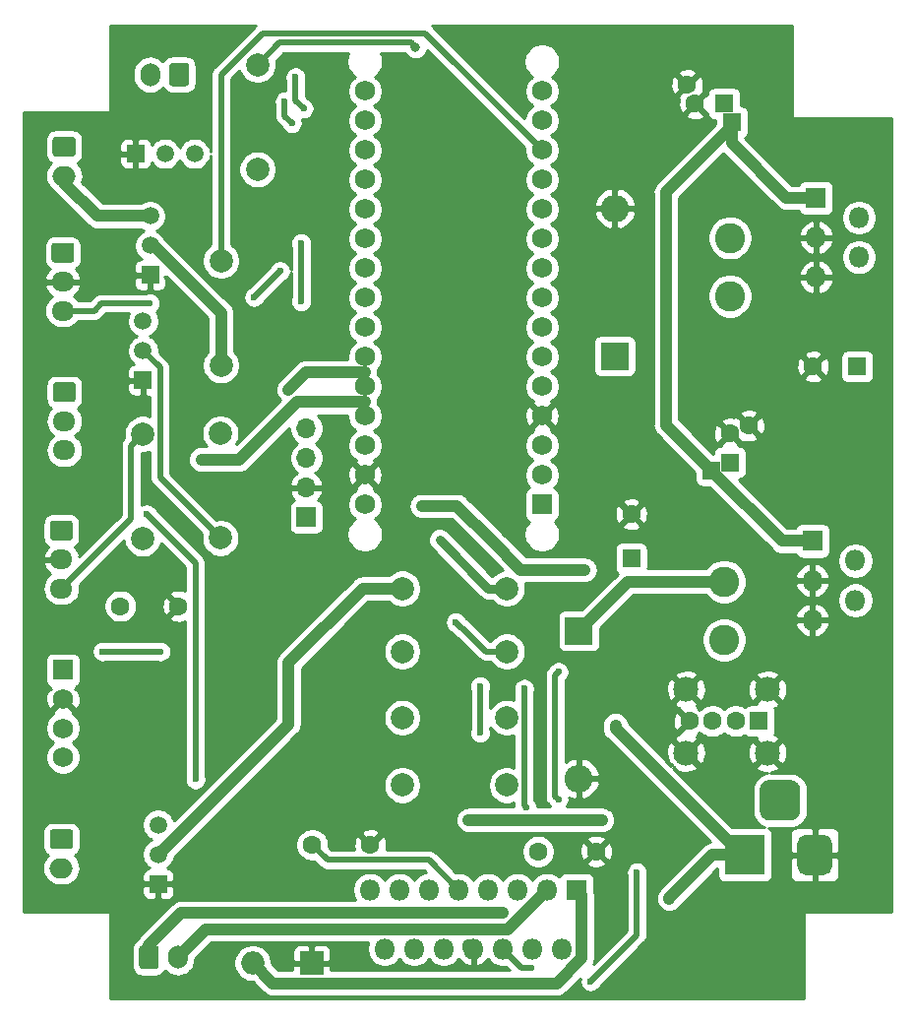
<source format=gbr>
G04 #@! TF.GenerationSoftware,KiCad,Pcbnew,5.1.6-c6e7f7d~86~ubuntu20.04.1*
G04 #@! TF.CreationDate,2020-06-09T07:54:05+01:00*
G04 #@! TF.ProjectId,flypi,666c7970-692e-46b6-9963-61645f706362,rev?*
G04 #@! TF.SameCoordinates,Original*
G04 #@! TF.FileFunction,Copper,L2,Bot*
G04 #@! TF.FilePolarity,Positive*
%FSLAX46Y46*%
G04 Gerber Fmt 4.6, Leading zero omitted, Abs format (unit mm)*
G04 Created by KiCad (PCBNEW 5.1.6-c6e7f7d~86~ubuntu20.04.1) date 2020-06-09 07:54:05*
%MOMM*%
%LPD*%
G01*
G04 APERTURE LIST*
G04 #@! TA.AperFunction,ComponentPad*
%ADD10C,1.727200*%
G04 #@! TD*
G04 #@! TA.AperFunction,ComponentPad*
%ADD11R,1.727200X1.727200*%
G04 #@! TD*
G04 #@! TA.AperFunction,ComponentPad*
%ADD12O,1.950000X1.700000*%
G04 #@! TD*
G04 #@! TA.AperFunction,ComponentPad*
%ADD13R,1.700000X1.700000*%
G04 #@! TD*
G04 #@! TA.AperFunction,ComponentPad*
%ADD14O,1.700000X1.700000*%
G04 #@! TD*
G04 #@! TA.AperFunction,ComponentPad*
%ADD15R,1.750000X1.750000*%
G04 #@! TD*
G04 #@! TA.AperFunction,ComponentPad*
%ADD16C,1.750000*%
G04 #@! TD*
G04 #@! TA.AperFunction,ComponentPad*
%ADD17R,1.600000X1.600000*%
G04 #@! TD*
G04 #@! TA.AperFunction,ComponentPad*
%ADD18C,1.600000*%
G04 #@! TD*
G04 #@! TA.AperFunction,ComponentPad*
%ADD19R,2.400000X2.400000*%
G04 #@! TD*
G04 #@! TA.AperFunction,ComponentPad*
%ADD20O,2.400000X2.400000*%
G04 #@! TD*
G04 #@! TA.AperFunction,ComponentPad*
%ADD21R,3.500000X3.500000*%
G04 #@! TD*
G04 #@! TA.AperFunction,ComponentPad*
%ADD22O,1.700000X2.000000*%
G04 #@! TD*
G04 #@! TA.AperFunction,ComponentPad*
%ADD23O,2.000000X1.700000*%
G04 #@! TD*
G04 #@! TA.AperFunction,ComponentPad*
%ADD24C,1.500000*%
G04 #@! TD*
G04 #@! TA.AperFunction,ComponentPad*
%ADD25R,1.500000X1.500000*%
G04 #@! TD*
G04 #@! TA.AperFunction,ComponentPad*
%ADD26R,2.000000X2.000000*%
G04 #@! TD*
G04 #@! TA.AperFunction,ComponentPad*
%ADD27O,2.000000X2.000000*%
G04 #@! TD*
G04 #@! TA.AperFunction,ComponentPad*
%ADD28C,2.000000*%
G04 #@! TD*
G04 #@! TA.AperFunction,ComponentPad*
%ADD29R,1.800000X1.800000*%
G04 #@! TD*
G04 #@! TA.AperFunction,ComponentPad*
%ADD30O,1.800000X1.800000*%
G04 #@! TD*
G04 #@! TA.AperFunction,ComponentPad*
%ADD31C,2.600000*%
G04 #@! TD*
G04 #@! TA.AperFunction,ComponentPad*
%ADD32C,2.150000*%
G04 #@! TD*
G04 #@! TA.AperFunction,ViaPad*
%ADD33C,0.800000*%
G04 #@! TD*
G04 #@! TA.AperFunction,ViaPad*
%ADD34C,0.600000*%
G04 #@! TD*
G04 #@! TA.AperFunction,Conductor*
%ADD35C,1.000000*%
G04 #@! TD*
G04 #@! TA.AperFunction,Conductor*
%ADD36C,0.500000*%
G04 #@! TD*
G04 #@! TA.AperFunction,Conductor*
%ADD37C,0.750000*%
G04 #@! TD*
G04 #@! TA.AperFunction,Conductor*
%ADD38C,0.254000*%
G04 #@! TD*
G04 APERTURE END LIST*
D10*
X135080000Y-90870000D03*
X135080000Y-88330000D03*
X135080000Y-85790000D03*
X135080000Y-83250000D03*
X135080000Y-80710000D03*
X135080000Y-78170000D03*
X135080000Y-75630000D03*
X135080000Y-73090000D03*
X135080000Y-70550000D03*
X135080000Y-68010000D03*
X135080000Y-65470000D03*
X135080000Y-62930000D03*
X135080000Y-60390000D03*
X135080000Y-57850000D03*
X135080000Y-55310000D03*
X150320000Y-55310000D03*
X150320000Y-57850000D03*
X150320000Y-60390000D03*
X150320000Y-62930000D03*
X150320000Y-65470000D03*
X150320000Y-68010000D03*
X150320000Y-70550000D03*
X150320000Y-73090000D03*
X150320000Y-75630000D03*
X150320000Y-78170000D03*
X150320000Y-80710000D03*
X150320000Y-83250000D03*
X150320000Y-85790000D03*
X150320000Y-88330000D03*
D11*
X150320000Y-90870000D03*
G04 #@! TA.AperFunction,ComponentPad*
G36*
G01*
X108495000Y-80350000D02*
X109945000Y-80350000D01*
G75*
G02*
X110195000Y-80600000I0J-250000D01*
G01*
X110195000Y-81800000D01*
G75*
G02*
X109945000Y-82050000I-250000J0D01*
G01*
X108495000Y-82050000D01*
G75*
G02*
X108245000Y-81800000I0J250000D01*
G01*
X108245000Y-80600000D01*
G75*
G02*
X108495000Y-80350000I250000J0D01*
G01*
G37*
G04 #@! TD.AperFunction*
D12*
X109220000Y-83700000D03*
X109220000Y-86200000D03*
D13*
X130048000Y-91948000D03*
D14*
X130048000Y-89408000D03*
X130048000Y-86868000D03*
X130048000Y-84328000D03*
D15*
X109100000Y-105100000D03*
D16*
X109100000Y-107600000D03*
X109100000Y-110100000D03*
X109100000Y-112600000D03*
D17*
X166497000Y-87249000D03*
D18*
X166497000Y-84749000D03*
D17*
X164897000Y-87919937D03*
D18*
X168097000Y-84078063D03*
X162818063Y-54788000D03*
D17*
X166659937Y-57988000D03*
D18*
X163489000Y-56388000D03*
D17*
X165989000Y-56388000D03*
X177450000Y-79000000D03*
D18*
X173650000Y-79000000D03*
X158000000Y-91700000D03*
D17*
X158000000Y-95500000D03*
D18*
X135556000Y-120142000D03*
X130556000Y-120142000D03*
X119050000Y-99600000D03*
X114050000Y-99600000D03*
X150000000Y-120700000D03*
X155000000Y-120700000D03*
D19*
X153500000Y-101727000D03*
D20*
X153500000Y-114427000D03*
X156591000Y-65405000D03*
D19*
X156591000Y-78105000D03*
D21*
X167800000Y-121000000D03*
G04 #@! TA.AperFunction,ComponentPad*
G36*
G01*
X175300000Y-120000000D02*
X175300000Y-122000000D01*
G75*
G02*
X174550000Y-122750000I-750000J0D01*
G01*
X173050000Y-122750000D01*
G75*
G02*
X172300000Y-122000000I0J750000D01*
G01*
X172300000Y-120000000D01*
G75*
G02*
X173050000Y-119250000I750000J0D01*
G01*
X174550000Y-119250000D01*
G75*
G02*
X175300000Y-120000000I0J-750000D01*
G01*
G37*
G04 #@! TD.AperFunction*
G04 #@! TA.AperFunction,ComponentPad*
G36*
G01*
X172550000Y-115425000D02*
X172550000Y-117175000D01*
G75*
G02*
X171675000Y-118050000I-875000J0D01*
G01*
X169925000Y-118050000D01*
G75*
G02*
X169050000Y-117175000I0J875000D01*
G01*
X169050000Y-115425000D01*
G75*
G02*
X169925000Y-114550000I875000J0D01*
G01*
X171675000Y-114550000D01*
G75*
G02*
X172550000Y-115425000I0J-875000D01*
G01*
G37*
G04 #@! TD.AperFunction*
G04 #@! TA.AperFunction,ComponentPad*
G36*
G01*
X115650000Y-130550000D02*
X115650000Y-129050000D01*
G75*
G02*
X115900000Y-128800000I250000J0D01*
G01*
X117100000Y-128800000D01*
G75*
G02*
X117350000Y-129050000I0J-250000D01*
G01*
X117350000Y-130550000D01*
G75*
G02*
X117100000Y-130800000I-250000J0D01*
G01*
X115900000Y-130800000D01*
G75*
G02*
X115650000Y-130550000I0J250000D01*
G01*
G37*
G04 #@! TD.AperFunction*
D22*
X119000000Y-129800000D03*
D23*
X108966000Y-122134000D03*
G04 #@! TA.AperFunction,ComponentPad*
G36*
G01*
X108216000Y-118784000D02*
X109716000Y-118784000D01*
G75*
G02*
X109966000Y-119034000I0J-250000D01*
G01*
X109966000Y-120234000D01*
G75*
G02*
X109716000Y-120484000I-250000J0D01*
G01*
X108216000Y-120484000D01*
G75*
G02*
X107966000Y-120234000I0J250000D01*
G01*
X107966000Y-119034000D01*
G75*
G02*
X108216000Y-118784000I250000J0D01*
G01*
G37*
G04 #@! TD.AperFunction*
G04 #@! TA.AperFunction,ComponentPad*
G36*
G01*
X108241000Y-92250000D02*
X109691000Y-92250000D01*
G75*
G02*
X109941000Y-92500000I0J-250000D01*
G01*
X109941000Y-93700000D01*
G75*
G02*
X109691000Y-93950000I-250000J0D01*
G01*
X108241000Y-93950000D01*
G75*
G02*
X107991000Y-93700000I0J250000D01*
G01*
X107991000Y-92500000D01*
G75*
G02*
X108241000Y-92250000I250000J0D01*
G01*
G37*
G04 #@! TD.AperFunction*
D12*
X108966000Y-95600000D03*
X108966000Y-98100000D03*
D23*
X109200000Y-62600000D03*
G04 #@! TA.AperFunction,ComponentPad*
G36*
G01*
X108450000Y-59250000D02*
X109950000Y-59250000D01*
G75*
G02*
X110200000Y-59500000I0J-250000D01*
G01*
X110200000Y-60700000D01*
G75*
G02*
X109950000Y-60950000I-250000J0D01*
G01*
X108450000Y-60950000D01*
G75*
G02*
X108200000Y-60700000I0J250000D01*
G01*
X108200000Y-59500000D01*
G75*
G02*
X108450000Y-59250000I250000J0D01*
G01*
G37*
G04 #@! TD.AperFunction*
G04 #@! TA.AperFunction,ComponentPad*
G36*
G01*
X119950000Y-53150000D02*
X119950000Y-54650000D01*
G75*
G02*
X119700000Y-54900000I-250000J0D01*
G01*
X118500000Y-54900000D01*
G75*
G02*
X118250000Y-54650000I0J250000D01*
G01*
X118250000Y-53150000D01*
G75*
G02*
X118500000Y-52900000I250000J0D01*
G01*
X119700000Y-52900000D01*
G75*
G02*
X119950000Y-53150000I0J-250000D01*
G01*
G37*
G04 #@! TD.AperFunction*
D22*
X116600000Y-53900000D03*
D12*
X109093000Y-74215000D03*
X109093000Y-71715000D03*
G04 #@! TA.AperFunction,ComponentPad*
G36*
G01*
X108368000Y-68365000D02*
X109818000Y-68365000D01*
G75*
G02*
X110068000Y-68615000I0J-250000D01*
G01*
X110068000Y-69815000D01*
G75*
G02*
X109818000Y-70065000I-250000J0D01*
G01*
X108368000Y-70065000D01*
G75*
G02*
X108118000Y-69815000I0J250000D01*
G01*
X108118000Y-68615000D01*
G75*
G02*
X108368000Y-68365000I250000J0D01*
G01*
G37*
G04 #@! TD.AperFunction*
D24*
X117300000Y-120960000D03*
X117300000Y-118420000D03*
D25*
X117300000Y-123500000D03*
X116600000Y-71150000D03*
D24*
X116600000Y-66070000D03*
X116600000Y-68610000D03*
X117890000Y-60700000D03*
X120430000Y-60700000D03*
D25*
X115350000Y-60700000D03*
X116000000Y-80180000D03*
D24*
X116000000Y-75100000D03*
X116000000Y-77640000D03*
D26*
X130500000Y-130300000D03*
D27*
X125420000Y-130300000D03*
D28*
X122700000Y-78900000D03*
X122700000Y-69900000D03*
X147300000Y-98100000D03*
X138300000Y-98100000D03*
X125850000Y-62050000D03*
X125850000Y-53050000D03*
X122650000Y-84750000D03*
X122650000Y-93750000D03*
X115950000Y-84800000D03*
X115950000Y-93800000D03*
X138300000Y-103500000D03*
X147300000Y-103500000D03*
X138300000Y-109200000D03*
X147300000Y-109200000D03*
X147300000Y-115000000D03*
X138300000Y-115000000D03*
D29*
X173600000Y-94000000D03*
D30*
X177300000Y-95700000D03*
X173600000Y-97400000D03*
X177300000Y-99100000D03*
X173600000Y-100800000D03*
X173900000Y-71300000D03*
X177600000Y-69600000D03*
X173900000Y-67900000D03*
X177600000Y-66200000D03*
D29*
X173900000Y-64500000D03*
X153300000Y-124000000D03*
D30*
X152030000Y-129080000D03*
X150760000Y-124000000D03*
X149490000Y-129080000D03*
X148220000Y-124000000D03*
X146950000Y-129080000D03*
X145680000Y-124000000D03*
X144410000Y-129080000D03*
X143140000Y-124000000D03*
X141870000Y-129080000D03*
X140600000Y-124000000D03*
X139330000Y-129080000D03*
X138060000Y-124000000D03*
X136790000Y-129080000D03*
X135520000Y-124000000D03*
D31*
X166497000Y-67945000D03*
X166497000Y-72945000D03*
X166000000Y-102500000D03*
X166000000Y-97500000D03*
D18*
X163000000Y-109500000D03*
X165000000Y-109500000D03*
X167000000Y-109500000D03*
D17*
X169000000Y-109500000D03*
D32*
X169730000Y-106780000D03*
X162730000Y-106780000D03*
X162730000Y-112220000D03*
X169730000Y-112220000D03*
D33*
X146921510Y-126000000D03*
D34*
X112500000Y-103500000D03*
X117500000Y-103500000D03*
D33*
X146000000Y-94000000D03*
X140000000Y-91000000D03*
D34*
X156650000Y-109850000D03*
X154000000Y-96500000D03*
X161275000Y-124775000D03*
X121000000Y-87000000D03*
X120500000Y-114500000D03*
X116300010Y-91699990D03*
X128500000Y-81000000D03*
X128184314Y-56184314D03*
X128800000Y-58065686D03*
X127790001Y-70790001D03*
X125540001Y-73040001D03*
X116560001Y-73560001D03*
X141500000Y-93900000D03*
X158500000Y-122500000D03*
X154500000Y-131880001D03*
X149425573Y-130700062D03*
X155500000Y-118000000D03*
X144000000Y-118000000D03*
D33*
X139441927Y-51558073D03*
D34*
X129118628Y-54118628D03*
X129815686Y-56815686D03*
X129600001Y-73399999D03*
X129600001Y-68399999D03*
X142900000Y-101000000D03*
X145000000Y-106500000D03*
X145000000Y-110500000D03*
X151745001Y-116254999D03*
X151745001Y-105254999D03*
X148800001Y-106699999D03*
X149000000Y-116950000D03*
D35*
X157727000Y-97500000D02*
X153500000Y-101727000D01*
X166000000Y-97500000D02*
X157727000Y-97500000D01*
X147380001Y-127379999D02*
X150760000Y-124000000D01*
X121420001Y-127379999D02*
X147380001Y-127379999D01*
X119000000Y-129800000D02*
X121420001Y-127379999D01*
X116500000Y-128800000D02*
X119300000Y-126000000D01*
X116500000Y-129800000D02*
X116500000Y-128800000D01*
X119300000Y-126000000D02*
X146921510Y-126000000D01*
D36*
X117500000Y-103500000D02*
X112500000Y-103500000D01*
D35*
X144018000Y-129032000D02*
X144018000Y-128778000D01*
X117300000Y-120960000D02*
X128500000Y-109760000D01*
X128500000Y-109760000D02*
X128500000Y-104500000D01*
X134900000Y-98100000D02*
X138300000Y-98100000D01*
X128500000Y-104500000D02*
X134900000Y-98100000D01*
X116910002Y-68610000D02*
X116600000Y-68610000D01*
X122700000Y-74399998D02*
X116910002Y-68610000D01*
X122700000Y-78900000D02*
X122700000Y-74399998D01*
D36*
X117450001Y-79090001D02*
X116000000Y-77640000D01*
X117450001Y-88550001D02*
X117450001Y-79090001D01*
X122650000Y-93750000D02*
X117450001Y-88550001D01*
D35*
X170977063Y-94000000D02*
X164897000Y-87919937D01*
X173600000Y-94000000D02*
X170977063Y-94000000D01*
X143000000Y-91000000D02*
X140000000Y-91000000D01*
X146000000Y-94000000D02*
X143000000Y-91000000D01*
X148500000Y-96500000D02*
X154000000Y-96500000D01*
X146000000Y-94000000D02*
X148500000Y-96500000D01*
X167800000Y-121000000D02*
X167500000Y-121000000D01*
X156650000Y-110150000D02*
X156650000Y-109850000D01*
X167500000Y-121000000D02*
X156650000Y-110150000D01*
X166659937Y-57988000D02*
X166659937Y-58340063D01*
X166659937Y-58340063D02*
X161000000Y-64000000D01*
X161000000Y-84022937D02*
X164897000Y-87919937D01*
X161000000Y-64000000D02*
X161000000Y-84022937D01*
X171371937Y-64500000D02*
X173900000Y-64500000D01*
X166659937Y-59788000D02*
X171371937Y-64500000D01*
X166659937Y-57988000D02*
X166659937Y-59788000D01*
X167800000Y-121000000D02*
X165000000Y-121000000D01*
X161275000Y-124725000D02*
X161275000Y-124775000D01*
X165000000Y-121000000D02*
X161275000Y-124725000D01*
X124267780Y-87000000D02*
X121000000Y-87000000D01*
X129217780Y-82050000D02*
X124267780Y-87000000D01*
X135080000Y-82050000D02*
X129217780Y-82050000D01*
D36*
X140582001Y-121442001D02*
X143140000Y-124000000D01*
X131856001Y-121442001D02*
X140582001Y-121442001D01*
X130556000Y-120142000D02*
X131856001Y-121442001D01*
X120500000Y-95899980D02*
X116300010Y-91699990D01*
X120500000Y-114500000D02*
X120500000Y-95899980D01*
D35*
X129990000Y-79510000D02*
X128500000Y-81000000D01*
X135080000Y-79510000D02*
X129990000Y-79510000D01*
D36*
X114950001Y-92115999D02*
X108966000Y-98100000D01*
X114950001Y-85799999D02*
X114950001Y-92115999D01*
X115950000Y-84800000D02*
X114950001Y-85799999D01*
D35*
X109200000Y-62600000D02*
X109200000Y-63200000D01*
X112070000Y-66070000D02*
X116600000Y-66070000D01*
X109200000Y-63200000D02*
X112070000Y-66070000D01*
D36*
X128184314Y-57450000D02*
X128800000Y-58065686D01*
X128184314Y-56184314D02*
X128184314Y-57450000D01*
X127790001Y-70790001D02*
X125540001Y-73040001D01*
X109093000Y-74215000D02*
X111785000Y-74215000D01*
X112439999Y-73560001D02*
X116560001Y-73560001D01*
X111785000Y-74215000D02*
X112439999Y-73560001D01*
D35*
X127170001Y-132050001D02*
X125420000Y-130300000D01*
X151576001Y-132050001D02*
X127170001Y-132050001D01*
X153730001Y-129896001D02*
X151576001Y-132050001D01*
X153730001Y-124430001D02*
X153730001Y-129896001D01*
X153300000Y-124000000D02*
X153730001Y-124430001D01*
D36*
X122700000Y-53905998D02*
X122700000Y-69900000D01*
X126247934Y-50358064D02*
X122700000Y-53905998D01*
X140288064Y-50358064D02*
X126247934Y-50358064D01*
X150320000Y-60390000D02*
X140288064Y-50358064D01*
D37*
X147300000Y-98100000D02*
X145700000Y-98100000D01*
X145700000Y-98100000D02*
X141500000Y-93900000D01*
D36*
X158500000Y-127880001D02*
X154500000Y-131880001D01*
X158500000Y-122500000D02*
X158500000Y-127880001D01*
X148570062Y-130700062D02*
X146950000Y-129080000D01*
X149425573Y-130700062D02*
X148570062Y-130700062D01*
D35*
X144000000Y-118000000D02*
X155500000Y-118000000D01*
D36*
X127741926Y-51158074D02*
X125850000Y-53050000D01*
X139041928Y-51158074D02*
X127741926Y-51158074D01*
X139441927Y-51558073D02*
X139041928Y-51158074D01*
X129118628Y-56118628D02*
X129815686Y-56815686D01*
X129118628Y-54118628D02*
X129118628Y-56118628D01*
X129600001Y-68399999D02*
X129600001Y-73399999D01*
X142900000Y-101000000D02*
X143400000Y-101500000D01*
X143400000Y-101500000D02*
X143500000Y-101500000D01*
X145500000Y-103500000D02*
X147300000Y-103500000D01*
X143500000Y-101500000D02*
X145500000Y-103500000D01*
X145000000Y-106500000D02*
X145000000Y-110500000D01*
X151445002Y-115955000D02*
X151745001Y-116254999D01*
X151445002Y-105554998D02*
X151445002Y-115955000D01*
X151745001Y-105254999D02*
X151445002Y-105554998D01*
X148800001Y-116750001D02*
X149000000Y-116950000D01*
X148800001Y-106699999D02*
X148800001Y-116750001D01*
D38*
G36*
X125652887Y-49701532D02*
G01*
X125652885Y-49701534D01*
X125619117Y-49729247D01*
X125591404Y-49763015D01*
X122104956Y-53249464D01*
X122071183Y-53277181D01*
X121960589Y-53411940D01*
X121878411Y-53565686D01*
X121827805Y-53732509D01*
X121815000Y-53862522D01*
X121815000Y-53862529D01*
X121810719Y-53905998D01*
X121815000Y-53949467D01*
X121815000Y-60563589D01*
X121761775Y-60296011D01*
X121657371Y-60043957D01*
X121505799Y-59817114D01*
X121312886Y-59624201D01*
X121086043Y-59472629D01*
X120833989Y-59368225D01*
X120566411Y-59315000D01*
X120293589Y-59315000D01*
X120026011Y-59368225D01*
X119773957Y-59472629D01*
X119547114Y-59624201D01*
X119354201Y-59817114D01*
X119202629Y-60043957D01*
X119160000Y-60146873D01*
X119117371Y-60043957D01*
X118965799Y-59817114D01*
X118772886Y-59624201D01*
X118546043Y-59472629D01*
X118293989Y-59368225D01*
X118026411Y-59315000D01*
X117753589Y-59315000D01*
X117486011Y-59368225D01*
X117233957Y-59472629D01*
X117007114Y-59624201D01*
X116814201Y-59817114D01*
X116736445Y-59933483D01*
X116725812Y-59825518D01*
X116689502Y-59705820D01*
X116630537Y-59595506D01*
X116551185Y-59498815D01*
X116454494Y-59419463D01*
X116344180Y-59360498D01*
X116224482Y-59324188D01*
X116100000Y-59311928D01*
X115635750Y-59315000D01*
X115477000Y-59473750D01*
X115477000Y-60573000D01*
X115497000Y-60573000D01*
X115497000Y-60827000D01*
X115477000Y-60827000D01*
X115477000Y-61926250D01*
X115635750Y-62085000D01*
X116100000Y-62088072D01*
X116224482Y-62075812D01*
X116344180Y-62039502D01*
X116454494Y-61980537D01*
X116551185Y-61901185D01*
X116630537Y-61804494D01*
X116689502Y-61694180D01*
X116725812Y-61574482D01*
X116736445Y-61466517D01*
X116814201Y-61582886D01*
X117007114Y-61775799D01*
X117233957Y-61927371D01*
X117486011Y-62031775D01*
X117753589Y-62085000D01*
X118026411Y-62085000D01*
X118293989Y-62031775D01*
X118546043Y-61927371D01*
X118772886Y-61775799D01*
X118965799Y-61582886D01*
X119117371Y-61356043D01*
X119160000Y-61253127D01*
X119202629Y-61356043D01*
X119354201Y-61582886D01*
X119547114Y-61775799D01*
X119773957Y-61927371D01*
X120026011Y-62031775D01*
X120293589Y-62085000D01*
X120566411Y-62085000D01*
X120833989Y-62031775D01*
X121086043Y-61927371D01*
X121312886Y-61775799D01*
X121505799Y-61582886D01*
X121657371Y-61356043D01*
X121761775Y-61103989D01*
X121815000Y-60836411D01*
X121815001Y-68524940D01*
X121657748Y-68630013D01*
X121430013Y-68857748D01*
X121251082Y-69125537D01*
X121127832Y-69423088D01*
X121065000Y-69738967D01*
X121065000Y-70061033D01*
X121127832Y-70376912D01*
X121251082Y-70674463D01*
X121430013Y-70942252D01*
X121657748Y-71169987D01*
X121925537Y-71348918D01*
X122223088Y-71472168D01*
X122538967Y-71535000D01*
X122861033Y-71535000D01*
X123176912Y-71472168D01*
X123474463Y-71348918D01*
X123742252Y-71169987D01*
X123969987Y-70942252D01*
X124148918Y-70674463D01*
X124272168Y-70376912D01*
X124335000Y-70061033D01*
X124335000Y-69738967D01*
X124272168Y-69423088D01*
X124148918Y-69125537D01*
X123969987Y-68857748D01*
X123742252Y-68630013D01*
X123585000Y-68524941D01*
X123585000Y-61888967D01*
X124215000Y-61888967D01*
X124215000Y-62211033D01*
X124277832Y-62526912D01*
X124401082Y-62824463D01*
X124580013Y-63092252D01*
X124807748Y-63319987D01*
X125075537Y-63498918D01*
X125373088Y-63622168D01*
X125688967Y-63685000D01*
X126011033Y-63685000D01*
X126326912Y-63622168D01*
X126624463Y-63498918D01*
X126892252Y-63319987D01*
X127119987Y-63092252D01*
X127298918Y-62824463D01*
X127422168Y-62526912D01*
X127485000Y-62211033D01*
X127485000Y-61888967D01*
X127422168Y-61573088D01*
X127298918Y-61275537D01*
X127119987Y-61007748D01*
X126892252Y-60780013D01*
X126624463Y-60601082D01*
X126326912Y-60477832D01*
X126011033Y-60415000D01*
X125688967Y-60415000D01*
X125373088Y-60477832D01*
X125075537Y-60601082D01*
X124807748Y-60780013D01*
X124580013Y-61007748D01*
X124401082Y-61275537D01*
X124277832Y-61573088D01*
X124215000Y-61888967D01*
X123585000Y-61888967D01*
X123585000Y-56092225D01*
X127249314Y-56092225D01*
X127249314Y-56276403D01*
X127285246Y-56457043D01*
X127299314Y-56491007D01*
X127299315Y-57406522D01*
X127295033Y-57450000D01*
X127312119Y-57623490D01*
X127362726Y-57790313D01*
X127444904Y-57944059D01*
X127527782Y-58045046D01*
X127527785Y-58045049D01*
X127555498Y-58078817D01*
X127589265Y-58106529D01*
X127957345Y-58474610D01*
X127971414Y-58508575D01*
X128073738Y-58661714D01*
X128203972Y-58791948D01*
X128357111Y-58894272D01*
X128527271Y-58964754D01*
X128707911Y-59000686D01*
X128892089Y-59000686D01*
X129072729Y-58964754D01*
X129242889Y-58894272D01*
X129396028Y-58791948D01*
X129526262Y-58661714D01*
X129628586Y-58508575D01*
X129699068Y-58338415D01*
X129735000Y-58157775D01*
X129735000Y-57973597D01*
X129699068Y-57792957D01*
X129677784Y-57741573D01*
X129723597Y-57750686D01*
X129907775Y-57750686D01*
X130088415Y-57714754D01*
X130258575Y-57644272D01*
X130411714Y-57541948D01*
X130541948Y-57411714D01*
X130644272Y-57258575D01*
X130714754Y-57088415D01*
X130750686Y-56907775D01*
X130750686Y-56723597D01*
X130714754Y-56542957D01*
X130644272Y-56372797D01*
X130541948Y-56219658D01*
X130411714Y-56089424D01*
X130258575Y-55987100D01*
X130224610Y-55973031D01*
X130003628Y-55752050D01*
X130003628Y-54425320D01*
X130017696Y-54391357D01*
X130053628Y-54210717D01*
X130053628Y-54026539D01*
X130017696Y-53845899D01*
X129947214Y-53675739D01*
X129844890Y-53522600D01*
X129714656Y-53392366D01*
X129561517Y-53290042D01*
X129391357Y-53219560D01*
X129210717Y-53183628D01*
X129026539Y-53183628D01*
X128845899Y-53219560D01*
X128675739Y-53290042D01*
X128522600Y-53392366D01*
X128392366Y-53522600D01*
X128290042Y-53675739D01*
X128219560Y-53845899D01*
X128183628Y-54026539D01*
X128183628Y-54210717D01*
X128219560Y-54391357D01*
X128233628Y-54425321D01*
X128233629Y-55249314D01*
X128092225Y-55249314D01*
X127911585Y-55285246D01*
X127741425Y-55355728D01*
X127588286Y-55458052D01*
X127458052Y-55588286D01*
X127355728Y-55741425D01*
X127285246Y-55911585D01*
X127249314Y-56092225D01*
X123585000Y-56092225D01*
X123585000Y-54272576D01*
X124293306Y-53564270D01*
X124401082Y-53824463D01*
X124580013Y-54092252D01*
X124807748Y-54319987D01*
X125075537Y-54498918D01*
X125373088Y-54622168D01*
X125688967Y-54685000D01*
X126011033Y-54685000D01*
X126326912Y-54622168D01*
X126624463Y-54498918D01*
X126892252Y-54319987D01*
X127119987Y-54092252D01*
X127298918Y-53824463D01*
X127422168Y-53526912D01*
X127485000Y-53211033D01*
X127485000Y-52888967D01*
X127448103Y-52703475D01*
X128108505Y-52043074D01*
X133692571Y-52043074D01*
X133579950Y-52314965D01*
X133520000Y-52616353D01*
X133520000Y-52923647D01*
X133579950Y-53225035D01*
X133697546Y-53508937D01*
X133868269Y-53764442D01*
X134085558Y-53981731D01*
X134228022Y-54076922D01*
X134124698Y-54145961D01*
X133915961Y-54354698D01*
X133751958Y-54600147D01*
X133638990Y-54872875D01*
X133581400Y-55162401D01*
X133581400Y-55457599D01*
X133638990Y-55747125D01*
X133751958Y-56019853D01*
X133915961Y-56265302D01*
X134124698Y-56474039D01*
X134283281Y-56580000D01*
X134124698Y-56685961D01*
X133915961Y-56894698D01*
X133751958Y-57140147D01*
X133638990Y-57412875D01*
X133581400Y-57702401D01*
X133581400Y-57997599D01*
X133638990Y-58287125D01*
X133751958Y-58559853D01*
X133915961Y-58805302D01*
X134124698Y-59014039D01*
X134283281Y-59120000D01*
X134124698Y-59225961D01*
X133915961Y-59434698D01*
X133751958Y-59680147D01*
X133638990Y-59952875D01*
X133581400Y-60242401D01*
X133581400Y-60537599D01*
X133638990Y-60827125D01*
X133751958Y-61099853D01*
X133915961Y-61345302D01*
X134124698Y-61554039D01*
X134283281Y-61660000D01*
X134124698Y-61765961D01*
X133915961Y-61974698D01*
X133751958Y-62220147D01*
X133638990Y-62492875D01*
X133581400Y-62782401D01*
X133581400Y-63077599D01*
X133638990Y-63367125D01*
X133751958Y-63639853D01*
X133915961Y-63885302D01*
X134124698Y-64094039D01*
X134283281Y-64200000D01*
X134124698Y-64305961D01*
X133915961Y-64514698D01*
X133751958Y-64760147D01*
X133638990Y-65032875D01*
X133581400Y-65322401D01*
X133581400Y-65617599D01*
X133638990Y-65907125D01*
X133751958Y-66179853D01*
X133915961Y-66425302D01*
X134124698Y-66634039D01*
X134283281Y-66740000D01*
X134124698Y-66845961D01*
X133915961Y-67054698D01*
X133751958Y-67300147D01*
X133638990Y-67572875D01*
X133581400Y-67862401D01*
X133581400Y-68157599D01*
X133638990Y-68447125D01*
X133751958Y-68719853D01*
X133915961Y-68965302D01*
X134124698Y-69174039D01*
X134283281Y-69280000D01*
X134124698Y-69385961D01*
X133915961Y-69594698D01*
X133751958Y-69840147D01*
X133638990Y-70112875D01*
X133581400Y-70402401D01*
X133581400Y-70697599D01*
X133638990Y-70987125D01*
X133751958Y-71259853D01*
X133915961Y-71505302D01*
X134124698Y-71714039D01*
X134283281Y-71820000D01*
X134124698Y-71925961D01*
X133915961Y-72134698D01*
X133751958Y-72380147D01*
X133638990Y-72652875D01*
X133581400Y-72942401D01*
X133581400Y-73237599D01*
X133638990Y-73527125D01*
X133751958Y-73799853D01*
X133915961Y-74045302D01*
X134124698Y-74254039D01*
X134283281Y-74360000D01*
X134124698Y-74465961D01*
X133915961Y-74674698D01*
X133751958Y-74920147D01*
X133638990Y-75192875D01*
X133581400Y-75482401D01*
X133581400Y-75777599D01*
X133638990Y-76067125D01*
X133751958Y-76339853D01*
X133915961Y-76585302D01*
X134124698Y-76794039D01*
X134283281Y-76900000D01*
X134124698Y-77005961D01*
X133915961Y-77214698D01*
X133751958Y-77460147D01*
X133638990Y-77732875D01*
X133581400Y-78022401D01*
X133581400Y-78317599D01*
X133592818Y-78375000D01*
X130045743Y-78375000D01*
X129989999Y-78369510D01*
X129934255Y-78375000D01*
X129934248Y-78375000D01*
X129788493Y-78389356D01*
X129767500Y-78391423D01*
X129717705Y-78406529D01*
X129553553Y-78456324D01*
X129356377Y-78561716D01*
X129183551Y-78703551D01*
X129148008Y-78746860D01*
X127658012Y-80236857D01*
X127551717Y-80366378D01*
X127446324Y-80563554D01*
X127381423Y-80777502D01*
X127359509Y-81000000D01*
X127381423Y-81222498D01*
X127446324Y-81436446D01*
X127551717Y-81633622D01*
X127693552Y-81806448D01*
X127782886Y-81879762D01*
X124019845Y-85642804D01*
X124098918Y-85524463D01*
X124222168Y-85226912D01*
X124285000Y-84911033D01*
X124285000Y-84588967D01*
X124222168Y-84273088D01*
X124098918Y-83975537D01*
X123919987Y-83707748D01*
X123692252Y-83480013D01*
X123424463Y-83301082D01*
X123126912Y-83177832D01*
X122811033Y-83115000D01*
X122488967Y-83115000D01*
X122173088Y-83177832D01*
X121875537Y-83301082D01*
X121607748Y-83480013D01*
X121380013Y-83707748D01*
X121201082Y-83975537D01*
X121077832Y-84273088D01*
X121015000Y-84588967D01*
X121015000Y-84911033D01*
X121077832Y-85226912D01*
X121201082Y-85524463D01*
X121380013Y-85792252D01*
X121452761Y-85865000D01*
X120944248Y-85865000D01*
X120777501Y-85881423D01*
X120563553Y-85946324D01*
X120366377Y-86051716D01*
X120193551Y-86193551D01*
X120051716Y-86366377D01*
X119946324Y-86563553D01*
X119881423Y-86777501D01*
X119859509Y-87000000D01*
X119881423Y-87222499D01*
X119946324Y-87436447D01*
X120051716Y-87633623D01*
X120193551Y-87806449D01*
X120366377Y-87948284D01*
X120563553Y-88053676D01*
X120777501Y-88118577D01*
X120944248Y-88135000D01*
X124212029Y-88135000D01*
X124267780Y-88140491D01*
X124323531Y-88135000D01*
X124323532Y-88135000D01*
X124490279Y-88118577D01*
X124704227Y-88053676D01*
X124901403Y-87948284D01*
X125074229Y-87806449D01*
X125109776Y-87763135D01*
X128563000Y-84309912D01*
X128563000Y-84474260D01*
X128620068Y-84761158D01*
X128732010Y-85031411D01*
X128894525Y-85274632D01*
X129101368Y-85481475D01*
X129275760Y-85598000D01*
X129101368Y-85714525D01*
X128894525Y-85921368D01*
X128732010Y-86164589D01*
X128620068Y-86434842D01*
X128563000Y-86721740D01*
X128563000Y-87014260D01*
X128620068Y-87301158D01*
X128732010Y-87571411D01*
X128894525Y-87814632D01*
X129101368Y-88021475D01*
X129283534Y-88143195D01*
X129166645Y-88212822D01*
X128950412Y-88407731D01*
X128776359Y-88641080D01*
X128651175Y-88903901D01*
X128606524Y-89051110D01*
X128727845Y-89281000D01*
X129921000Y-89281000D01*
X129921000Y-89261000D01*
X130175000Y-89261000D01*
X130175000Y-89281000D01*
X131368155Y-89281000D01*
X131489476Y-89051110D01*
X131444825Y-88903901D01*
X131319641Y-88641080D01*
X131145588Y-88407731D01*
X131134785Y-88397993D01*
X133575685Y-88397993D01*
X133617855Y-88690164D01*
X133716214Y-88968493D01*
X133791433Y-89109218D01*
X134041896Y-89188499D01*
X134900395Y-88330000D01*
X135259605Y-88330000D01*
X136118104Y-89188499D01*
X136368567Y-89109218D01*
X136495826Y-88842859D01*
X136568675Y-88556790D01*
X136584315Y-88262007D01*
X136542145Y-87969836D01*
X136443786Y-87691507D01*
X136368567Y-87550782D01*
X136118104Y-87471501D01*
X135259605Y-88330000D01*
X134900395Y-88330000D01*
X134041896Y-87471501D01*
X133791433Y-87550782D01*
X133664174Y-87817141D01*
X133591325Y-88103210D01*
X133575685Y-88397993D01*
X131134785Y-88397993D01*
X130929355Y-88212822D01*
X130812466Y-88143195D01*
X130994632Y-88021475D01*
X131201475Y-87814632D01*
X131363990Y-87571411D01*
X131475932Y-87301158D01*
X131533000Y-87014260D01*
X131533000Y-86721740D01*
X131475932Y-86434842D01*
X131363990Y-86164589D01*
X131201475Y-85921368D01*
X130994632Y-85714525D01*
X130820240Y-85598000D01*
X130994632Y-85481475D01*
X131201475Y-85274632D01*
X131363990Y-85031411D01*
X131475932Y-84761158D01*
X131533000Y-84474260D01*
X131533000Y-84181740D01*
X131475932Y-83894842D01*
X131363990Y-83624589D01*
X131201475Y-83381368D01*
X131005107Y-83185000D01*
X133581400Y-83185000D01*
X133581400Y-83397599D01*
X133638990Y-83687125D01*
X133751958Y-83959853D01*
X133915961Y-84205302D01*
X134124698Y-84414039D01*
X134283281Y-84520000D01*
X134124698Y-84625961D01*
X133915961Y-84834698D01*
X133751958Y-85080147D01*
X133638990Y-85352875D01*
X133581400Y-85642401D01*
X133581400Y-85937599D01*
X133638990Y-86227125D01*
X133751958Y-86499853D01*
X133915961Y-86745302D01*
X134124698Y-86954039D01*
X134292875Y-87066411D01*
X134221501Y-87291896D01*
X135080000Y-88150395D01*
X135938499Y-87291896D01*
X135867125Y-87066411D01*
X136035302Y-86954039D01*
X136244039Y-86745302D01*
X136408042Y-86499853D01*
X136521010Y-86227125D01*
X136578600Y-85937599D01*
X136578600Y-85642401D01*
X136521010Y-85352875D01*
X136408042Y-85080147D01*
X136244039Y-84834698D01*
X136035302Y-84625961D01*
X135876719Y-84520000D01*
X136035302Y-84414039D01*
X136244039Y-84205302D01*
X136408042Y-83959853D01*
X136521010Y-83687125D01*
X136578600Y-83397599D01*
X136578600Y-83317993D01*
X148815685Y-83317993D01*
X148857855Y-83610164D01*
X148956214Y-83888493D01*
X149031433Y-84029218D01*
X149281896Y-84108499D01*
X150140395Y-83250000D01*
X150499605Y-83250000D01*
X151358104Y-84108499D01*
X151608567Y-84029218D01*
X151735826Y-83762859D01*
X151808675Y-83476790D01*
X151824315Y-83182007D01*
X151782145Y-82889836D01*
X151683786Y-82611507D01*
X151608567Y-82470782D01*
X151358104Y-82391501D01*
X150499605Y-83250000D01*
X150140395Y-83250000D01*
X149281896Y-82391501D01*
X149031433Y-82470782D01*
X148904174Y-82737141D01*
X148831325Y-83023210D01*
X148815685Y-83317993D01*
X136578600Y-83317993D01*
X136578600Y-83102401D01*
X136521010Y-82812875D01*
X136408042Y-82540147D01*
X136244039Y-82294698D01*
X136200663Y-82251322D01*
X136220491Y-82050000D01*
X136198577Y-81827501D01*
X136171407Y-81737934D01*
X136244039Y-81665302D01*
X136408042Y-81419853D01*
X136521010Y-81147125D01*
X136578600Y-80857599D01*
X136578600Y-80562401D01*
X136521010Y-80272875D01*
X136408042Y-80000147D01*
X136244039Y-79754698D01*
X136200663Y-79711322D01*
X136220491Y-79510000D01*
X136198577Y-79287501D01*
X136171407Y-79197934D01*
X136244039Y-79125302D01*
X136408042Y-78879853D01*
X136521010Y-78607125D01*
X136578600Y-78317599D01*
X136578600Y-78022401D01*
X136521010Y-77732875D01*
X136408042Y-77460147D01*
X136244039Y-77214698D01*
X136035302Y-77005961D01*
X135876719Y-76900000D01*
X136035302Y-76794039D01*
X136244039Y-76585302D01*
X136408042Y-76339853D01*
X136521010Y-76067125D01*
X136578600Y-75777599D01*
X136578600Y-75482401D01*
X136521010Y-75192875D01*
X136408042Y-74920147D01*
X136244039Y-74674698D01*
X136035302Y-74465961D01*
X135876719Y-74360000D01*
X136035302Y-74254039D01*
X136244039Y-74045302D01*
X136408042Y-73799853D01*
X136521010Y-73527125D01*
X136578600Y-73237599D01*
X136578600Y-72942401D01*
X136521010Y-72652875D01*
X136408042Y-72380147D01*
X136244039Y-72134698D01*
X136035302Y-71925961D01*
X135876719Y-71820000D01*
X136035302Y-71714039D01*
X136244039Y-71505302D01*
X136408042Y-71259853D01*
X136521010Y-70987125D01*
X136578600Y-70697599D01*
X136578600Y-70402401D01*
X136521010Y-70112875D01*
X136408042Y-69840147D01*
X136244039Y-69594698D01*
X136035302Y-69385961D01*
X135876719Y-69280000D01*
X136035302Y-69174039D01*
X136244039Y-68965302D01*
X136408042Y-68719853D01*
X136521010Y-68447125D01*
X136578600Y-68157599D01*
X136578600Y-67862401D01*
X136521010Y-67572875D01*
X136408042Y-67300147D01*
X136244039Y-67054698D01*
X136035302Y-66845961D01*
X135876719Y-66740000D01*
X136035302Y-66634039D01*
X136244039Y-66425302D01*
X136408042Y-66179853D01*
X136521010Y-65907125D01*
X136578600Y-65617599D01*
X136578600Y-65322401D01*
X136521010Y-65032875D01*
X136408042Y-64760147D01*
X136244039Y-64514698D01*
X136035302Y-64305961D01*
X135876719Y-64200000D01*
X136035302Y-64094039D01*
X136244039Y-63885302D01*
X136408042Y-63639853D01*
X136521010Y-63367125D01*
X136578600Y-63077599D01*
X136578600Y-62782401D01*
X136521010Y-62492875D01*
X136408042Y-62220147D01*
X136244039Y-61974698D01*
X136035302Y-61765961D01*
X135876719Y-61660000D01*
X136035302Y-61554039D01*
X136244039Y-61345302D01*
X136408042Y-61099853D01*
X136521010Y-60827125D01*
X136578600Y-60537599D01*
X136578600Y-60242401D01*
X136521010Y-59952875D01*
X136408042Y-59680147D01*
X136244039Y-59434698D01*
X136035302Y-59225961D01*
X135876719Y-59120000D01*
X136035302Y-59014039D01*
X136244039Y-58805302D01*
X136408042Y-58559853D01*
X136521010Y-58287125D01*
X136578600Y-57997599D01*
X136578600Y-57702401D01*
X136521010Y-57412875D01*
X136408042Y-57140147D01*
X136244039Y-56894698D01*
X136035302Y-56685961D01*
X135876719Y-56580000D01*
X136035302Y-56474039D01*
X136244039Y-56265302D01*
X136408042Y-56019853D01*
X136521010Y-55747125D01*
X136578600Y-55457599D01*
X136578600Y-55162401D01*
X136521010Y-54872875D01*
X136408042Y-54600147D01*
X136244039Y-54354698D01*
X136035302Y-54145961D01*
X135931978Y-54076922D01*
X136074442Y-53981731D01*
X136291731Y-53764442D01*
X136462454Y-53508937D01*
X136580050Y-53225035D01*
X136640000Y-52923647D01*
X136640000Y-52616353D01*
X136580050Y-52314965D01*
X136467429Y-52043074D01*
X138522545Y-52043074D01*
X138524722Y-52048329D01*
X138637990Y-52217847D01*
X138782153Y-52362010D01*
X138951671Y-52475278D01*
X139140029Y-52553299D01*
X139339988Y-52593073D01*
X139543866Y-52593073D01*
X139743825Y-52553299D01*
X139932183Y-52475278D01*
X140101701Y-52362010D01*
X140245864Y-52217847D01*
X140359132Y-52048329D01*
X140437153Y-51859971D01*
X140453950Y-51775528D01*
X148837895Y-60159474D01*
X148821400Y-60242401D01*
X148821400Y-60537599D01*
X148878990Y-60827125D01*
X148991958Y-61099853D01*
X149155961Y-61345302D01*
X149364698Y-61554039D01*
X149523281Y-61660000D01*
X149364698Y-61765961D01*
X149155961Y-61974698D01*
X148991958Y-62220147D01*
X148878990Y-62492875D01*
X148821400Y-62782401D01*
X148821400Y-63077599D01*
X148878990Y-63367125D01*
X148991958Y-63639853D01*
X149155961Y-63885302D01*
X149364698Y-64094039D01*
X149523281Y-64200000D01*
X149364698Y-64305961D01*
X149155961Y-64514698D01*
X148991958Y-64760147D01*
X148878990Y-65032875D01*
X148821400Y-65322401D01*
X148821400Y-65617599D01*
X148878990Y-65907125D01*
X148991958Y-66179853D01*
X149155961Y-66425302D01*
X149364698Y-66634039D01*
X149523281Y-66740000D01*
X149364698Y-66845961D01*
X149155961Y-67054698D01*
X148991958Y-67300147D01*
X148878990Y-67572875D01*
X148821400Y-67862401D01*
X148821400Y-68157599D01*
X148878990Y-68447125D01*
X148991958Y-68719853D01*
X149155961Y-68965302D01*
X149364698Y-69174039D01*
X149523281Y-69280000D01*
X149364698Y-69385961D01*
X149155961Y-69594698D01*
X148991958Y-69840147D01*
X148878990Y-70112875D01*
X148821400Y-70402401D01*
X148821400Y-70697599D01*
X148878990Y-70987125D01*
X148991958Y-71259853D01*
X149155961Y-71505302D01*
X149364698Y-71714039D01*
X149523281Y-71820000D01*
X149364698Y-71925961D01*
X149155961Y-72134698D01*
X148991958Y-72380147D01*
X148878990Y-72652875D01*
X148821400Y-72942401D01*
X148821400Y-73237599D01*
X148878990Y-73527125D01*
X148991958Y-73799853D01*
X149155961Y-74045302D01*
X149364698Y-74254039D01*
X149523281Y-74360000D01*
X149364698Y-74465961D01*
X149155961Y-74674698D01*
X148991958Y-74920147D01*
X148878990Y-75192875D01*
X148821400Y-75482401D01*
X148821400Y-75777599D01*
X148878990Y-76067125D01*
X148991958Y-76339853D01*
X149155961Y-76585302D01*
X149364698Y-76794039D01*
X149523281Y-76900000D01*
X149364698Y-77005961D01*
X149155961Y-77214698D01*
X148991958Y-77460147D01*
X148878990Y-77732875D01*
X148821400Y-78022401D01*
X148821400Y-78317599D01*
X148878990Y-78607125D01*
X148991958Y-78879853D01*
X149155961Y-79125302D01*
X149364698Y-79334039D01*
X149523281Y-79440000D01*
X149364698Y-79545961D01*
X149155961Y-79754698D01*
X148991958Y-80000147D01*
X148878990Y-80272875D01*
X148821400Y-80562401D01*
X148821400Y-80857599D01*
X148878990Y-81147125D01*
X148991958Y-81419853D01*
X149155961Y-81665302D01*
X149364698Y-81874039D01*
X149532875Y-81986411D01*
X149461501Y-82211896D01*
X150320000Y-83070395D01*
X151178499Y-82211896D01*
X151107125Y-81986411D01*
X151275302Y-81874039D01*
X151484039Y-81665302D01*
X151648042Y-81419853D01*
X151761010Y-81147125D01*
X151818600Y-80857599D01*
X151818600Y-80562401D01*
X151761010Y-80272875D01*
X151648042Y-80000147D01*
X151484039Y-79754698D01*
X151275302Y-79545961D01*
X151116719Y-79440000D01*
X151275302Y-79334039D01*
X151484039Y-79125302D01*
X151648042Y-78879853D01*
X151761010Y-78607125D01*
X151818600Y-78317599D01*
X151818600Y-78022401D01*
X151761010Y-77732875D01*
X151648042Y-77460147D01*
X151484039Y-77214698D01*
X151275302Y-77005961D01*
X151124203Y-76905000D01*
X154752928Y-76905000D01*
X154752928Y-79305000D01*
X154765188Y-79429482D01*
X154801498Y-79549180D01*
X154860463Y-79659494D01*
X154939815Y-79756185D01*
X155036506Y-79835537D01*
X155146820Y-79894502D01*
X155266518Y-79930812D01*
X155391000Y-79943072D01*
X157791000Y-79943072D01*
X157915482Y-79930812D01*
X158035180Y-79894502D01*
X158145494Y-79835537D01*
X158242185Y-79756185D01*
X158321537Y-79659494D01*
X158380502Y-79549180D01*
X158416812Y-79429482D01*
X158429072Y-79305000D01*
X158429072Y-76905000D01*
X158416812Y-76780518D01*
X158380502Y-76660820D01*
X158321537Y-76550506D01*
X158242185Y-76453815D01*
X158145494Y-76374463D01*
X158035180Y-76315498D01*
X157915482Y-76279188D01*
X157791000Y-76266928D01*
X155391000Y-76266928D01*
X155266518Y-76279188D01*
X155146820Y-76315498D01*
X155036506Y-76374463D01*
X154939815Y-76453815D01*
X154860463Y-76550506D01*
X154801498Y-76660820D01*
X154765188Y-76780518D01*
X154752928Y-76905000D01*
X151124203Y-76905000D01*
X151116719Y-76900000D01*
X151275302Y-76794039D01*
X151484039Y-76585302D01*
X151648042Y-76339853D01*
X151761010Y-76067125D01*
X151818600Y-75777599D01*
X151818600Y-75482401D01*
X151761010Y-75192875D01*
X151648042Y-74920147D01*
X151484039Y-74674698D01*
X151275302Y-74465961D01*
X151116719Y-74360000D01*
X151275302Y-74254039D01*
X151484039Y-74045302D01*
X151648042Y-73799853D01*
X151761010Y-73527125D01*
X151818600Y-73237599D01*
X151818600Y-72942401D01*
X151761010Y-72652875D01*
X151648042Y-72380147D01*
X151484039Y-72134698D01*
X151275302Y-71925961D01*
X151116719Y-71820000D01*
X151275302Y-71714039D01*
X151484039Y-71505302D01*
X151648042Y-71259853D01*
X151761010Y-70987125D01*
X151818600Y-70697599D01*
X151818600Y-70402401D01*
X151761010Y-70112875D01*
X151648042Y-69840147D01*
X151484039Y-69594698D01*
X151275302Y-69385961D01*
X151116719Y-69280000D01*
X151275302Y-69174039D01*
X151484039Y-68965302D01*
X151648042Y-68719853D01*
X151761010Y-68447125D01*
X151818600Y-68157599D01*
X151818600Y-67862401D01*
X151761010Y-67572875D01*
X151648042Y-67300147D01*
X151484039Y-67054698D01*
X151275302Y-66845961D01*
X151116719Y-66740000D01*
X151275302Y-66634039D01*
X151484039Y-66425302D01*
X151648042Y-66179853D01*
X151761010Y-65907125D01*
X151778975Y-65816806D01*
X154802801Y-65816806D01*
X154917500Y-66157754D01*
X155096511Y-66469774D01*
X155332954Y-66740875D01*
X155617743Y-66960639D01*
X155939934Y-67120621D01*
X156179195Y-67193195D01*
X156464000Y-67076432D01*
X156464000Y-65532000D01*
X156718000Y-65532000D01*
X156718000Y-67076432D01*
X157002805Y-67193195D01*
X157242066Y-67120621D01*
X157564257Y-66960639D01*
X157849046Y-66740875D01*
X158085489Y-66469774D01*
X158264500Y-66157754D01*
X158379199Y-65816806D01*
X158262854Y-65532000D01*
X156718000Y-65532000D01*
X156464000Y-65532000D01*
X154919146Y-65532000D01*
X154802801Y-65816806D01*
X151778975Y-65816806D01*
X151818600Y-65617599D01*
X151818600Y-65322401D01*
X151761010Y-65032875D01*
X151744574Y-64993194D01*
X154802801Y-64993194D01*
X154919146Y-65278000D01*
X156464000Y-65278000D01*
X156464000Y-63733568D01*
X156718000Y-63733568D01*
X156718000Y-65278000D01*
X158262854Y-65278000D01*
X158379199Y-64993194D01*
X158264500Y-64652246D01*
X158085489Y-64340226D01*
X157849046Y-64069125D01*
X157759468Y-64000000D01*
X159859509Y-64000000D01*
X159865000Y-64055751D01*
X159865001Y-83967175D01*
X159859509Y-84022937D01*
X159881423Y-84245435D01*
X159946324Y-84459383D01*
X159954276Y-84474260D01*
X160051717Y-84656560D01*
X160193552Y-84829386D01*
X160236860Y-84864928D01*
X163458928Y-88086997D01*
X163458928Y-88719937D01*
X163471188Y-88844419D01*
X163507498Y-88964117D01*
X163566463Y-89074431D01*
X163645815Y-89171122D01*
X163742506Y-89250474D01*
X163852820Y-89309439D01*
X163972518Y-89345749D01*
X164097000Y-89358009D01*
X164729941Y-89358009D01*
X170135076Y-94763146D01*
X170170614Y-94806449D01*
X170213917Y-94841987D01*
X170213919Y-94841989D01*
X170343440Y-94948284D01*
X170540616Y-95053676D01*
X170754564Y-95118577D01*
X170977063Y-95140491D01*
X171032815Y-95135000D01*
X172107713Y-95135000D01*
X172110498Y-95144180D01*
X172169463Y-95254494D01*
X172248815Y-95351185D01*
X172345506Y-95430537D01*
X172455820Y-95489502D01*
X172575518Y-95525812D01*
X172700000Y-95538072D01*
X174500000Y-95538072D01*
X174624482Y-95525812D01*
X174744180Y-95489502D01*
X174854494Y-95430537D01*
X174951185Y-95351185D01*
X175030537Y-95254494D01*
X175089502Y-95144180D01*
X175125812Y-95024482D01*
X175138072Y-94900000D01*
X175138072Y-93100000D01*
X175125812Y-92975518D01*
X175089502Y-92855820D01*
X175030537Y-92745506D01*
X174951185Y-92648815D01*
X174854494Y-92569463D01*
X174744180Y-92510498D01*
X174624482Y-92474188D01*
X174500000Y-92461928D01*
X172700000Y-92461928D01*
X172575518Y-92474188D01*
X172455820Y-92510498D01*
X172345506Y-92569463D01*
X172248815Y-92648815D01*
X172169463Y-92745506D01*
X172110498Y-92855820D01*
X172107713Y-92865000D01*
X171447196Y-92865000D01*
X167269267Y-88687072D01*
X167297000Y-88687072D01*
X167421482Y-88674812D01*
X167541180Y-88638502D01*
X167651494Y-88579537D01*
X167748185Y-88500185D01*
X167827537Y-88403494D01*
X167886502Y-88293180D01*
X167922812Y-88173482D01*
X167935072Y-88049000D01*
X167935072Y-86449000D01*
X167922812Y-86324518D01*
X167886502Y-86204820D01*
X167827537Y-86094506D01*
X167748185Y-85997815D01*
X167651494Y-85918463D01*
X167541180Y-85859498D01*
X167421482Y-85823188D01*
X167297000Y-85810928D01*
X167289785Y-85810928D01*
X167310097Y-85741702D01*
X166497000Y-84928605D01*
X165683903Y-85741702D01*
X165704215Y-85810928D01*
X165697000Y-85810928D01*
X165572518Y-85823188D01*
X165452820Y-85859498D01*
X165342506Y-85918463D01*
X165245815Y-85997815D01*
X165166463Y-86094506D01*
X165107498Y-86204820D01*
X165071188Y-86324518D01*
X165058928Y-86449000D01*
X165058928Y-86476733D01*
X163401707Y-84819512D01*
X165056783Y-84819512D01*
X165098213Y-85099130D01*
X165193397Y-85365292D01*
X165260329Y-85490514D01*
X165504298Y-85562097D01*
X166317395Y-84749000D01*
X165504298Y-83935903D01*
X165260329Y-84007486D01*
X165139429Y-84262996D01*
X165070700Y-84537184D01*
X165056783Y-84819512D01*
X163401707Y-84819512D01*
X162338493Y-83756298D01*
X165683903Y-83756298D01*
X166497000Y-84569395D01*
X166511143Y-84555253D01*
X166690748Y-84734858D01*
X166676605Y-84749000D01*
X167489702Y-85562097D01*
X167733671Y-85490514D01*
X167743878Y-85468943D01*
X167885184Y-85504363D01*
X168167512Y-85518280D01*
X168447130Y-85476850D01*
X168713292Y-85381666D01*
X168838514Y-85314734D01*
X168910097Y-85070765D01*
X168097000Y-84257668D01*
X168082858Y-84271811D01*
X167903253Y-84092206D01*
X167917395Y-84078063D01*
X168276605Y-84078063D01*
X169089702Y-84891160D01*
X169333671Y-84819577D01*
X169454571Y-84564067D01*
X169523300Y-84289879D01*
X169537217Y-84007551D01*
X169495787Y-83727933D01*
X169400603Y-83461771D01*
X169333671Y-83336549D01*
X169089702Y-83264966D01*
X168276605Y-84078063D01*
X167917395Y-84078063D01*
X167104298Y-83264966D01*
X166860329Y-83336549D01*
X166850122Y-83358120D01*
X166708816Y-83322700D01*
X166426488Y-83308783D01*
X166146870Y-83350213D01*
X165880708Y-83445397D01*
X165755486Y-83512329D01*
X165683903Y-83756298D01*
X162338493Y-83756298D01*
X162135000Y-83552806D01*
X162135000Y-83085361D01*
X167283903Y-83085361D01*
X168097000Y-83898458D01*
X168910097Y-83085361D01*
X168838514Y-82841392D01*
X168583004Y-82720492D01*
X168308816Y-82651763D01*
X168026488Y-82637846D01*
X167746870Y-82679276D01*
X167480708Y-82774460D01*
X167355486Y-82841392D01*
X167283903Y-83085361D01*
X162135000Y-83085361D01*
X162135000Y-79992702D01*
X172836903Y-79992702D01*
X172908486Y-80236671D01*
X173163996Y-80357571D01*
X173438184Y-80426300D01*
X173720512Y-80440217D01*
X174000130Y-80398787D01*
X174266292Y-80303603D01*
X174391514Y-80236671D01*
X174463097Y-79992702D01*
X173650000Y-79179605D01*
X172836903Y-79992702D01*
X162135000Y-79992702D01*
X162135000Y-79070512D01*
X172209783Y-79070512D01*
X172251213Y-79350130D01*
X172346397Y-79616292D01*
X172413329Y-79741514D01*
X172657298Y-79813097D01*
X173470395Y-79000000D01*
X173829605Y-79000000D01*
X174642702Y-79813097D01*
X174886671Y-79741514D01*
X175007571Y-79486004D01*
X175076300Y-79211816D01*
X175090217Y-78929488D01*
X175048787Y-78649870D01*
X174953603Y-78383708D01*
X174886671Y-78258486D01*
X174687340Y-78200000D01*
X176011928Y-78200000D01*
X176011928Y-79800000D01*
X176024188Y-79924482D01*
X176060498Y-80044180D01*
X176119463Y-80154494D01*
X176198815Y-80251185D01*
X176295506Y-80330537D01*
X176405820Y-80389502D01*
X176525518Y-80425812D01*
X176650000Y-80438072D01*
X178250000Y-80438072D01*
X178374482Y-80425812D01*
X178494180Y-80389502D01*
X178604494Y-80330537D01*
X178701185Y-80251185D01*
X178780537Y-80154494D01*
X178839502Y-80044180D01*
X178875812Y-79924482D01*
X178888072Y-79800000D01*
X178888072Y-78200000D01*
X178875812Y-78075518D01*
X178839502Y-77955820D01*
X178780537Y-77845506D01*
X178701185Y-77748815D01*
X178604494Y-77669463D01*
X178494180Y-77610498D01*
X178374482Y-77574188D01*
X178250000Y-77561928D01*
X176650000Y-77561928D01*
X176525518Y-77574188D01*
X176405820Y-77610498D01*
X176295506Y-77669463D01*
X176198815Y-77748815D01*
X176119463Y-77845506D01*
X176060498Y-77955820D01*
X176024188Y-78075518D01*
X176011928Y-78200000D01*
X174687340Y-78200000D01*
X174642702Y-78186903D01*
X173829605Y-79000000D01*
X173470395Y-79000000D01*
X172657298Y-78186903D01*
X172413329Y-78258486D01*
X172292429Y-78513996D01*
X172223700Y-78788184D01*
X172209783Y-79070512D01*
X162135000Y-79070512D01*
X162135000Y-78007298D01*
X172836903Y-78007298D01*
X173650000Y-78820395D01*
X174463097Y-78007298D01*
X174391514Y-77763329D01*
X174136004Y-77642429D01*
X173861816Y-77573700D01*
X173579488Y-77559783D01*
X173299870Y-77601213D01*
X173033708Y-77696397D01*
X172908486Y-77763329D01*
X172836903Y-78007298D01*
X162135000Y-78007298D01*
X162135000Y-72754419D01*
X164562000Y-72754419D01*
X164562000Y-73135581D01*
X164636361Y-73509419D01*
X164782225Y-73861566D01*
X164993987Y-74178491D01*
X165263509Y-74448013D01*
X165580434Y-74659775D01*
X165932581Y-74805639D01*
X166306419Y-74880000D01*
X166687581Y-74880000D01*
X167061419Y-74805639D01*
X167413566Y-74659775D01*
X167730491Y-74448013D01*
X168000013Y-74178491D01*
X168211775Y-73861566D01*
X168357639Y-73509419D01*
X168432000Y-73135581D01*
X168432000Y-72754419D01*
X168357639Y-72380581D01*
X168211775Y-72028434D01*
X168000013Y-71711509D01*
X167953245Y-71664741D01*
X172408959Y-71664741D01*
X172508766Y-71948620D01*
X172662038Y-72207573D01*
X172862884Y-72431649D01*
X173103586Y-72612236D01*
X173374893Y-72742394D01*
X173535260Y-72791036D01*
X173773000Y-72670378D01*
X173773000Y-71427000D01*
X174027000Y-71427000D01*
X174027000Y-72670378D01*
X174264740Y-72791036D01*
X174425107Y-72742394D01*
X174696414Y-72612236D01*
X174937116Y-72431649D01*
X175137962Y-72207573D01*
X175291234Y-71948620D01*
X175391041Y-71664741D01*
X175270992Y-71427000D01*
X174027000Y-71427000D01*
X173773000Y-71427000D01*
X172529008Y-71427000D01*
X172408959Y-71664741D01*
X167953245Y-71664741D01*
X167730491Y-71441987D01*
X167413566Y-71230225D01*
X167061419Y-71084361D01*
X166687581Y-71010000D01*
X166306419Y-71010000D01*
X165932581Y-71084361D01*
X165580434Y-71230225D01*
X165263509Y-71441987D01*
X164993987Y-71711509D01*
X164782225Y-72028434D01*
X164636361Y-72380581D01*
X164562000Y-72754419D01*
X162135000Y-72754419D01*
X162135000Y-70935259D01*
X172408959Y-70935259D01*
X172529008Y-71173000D01*
X173773000Y-71173000D01*
X173773000Y-69929622D01*
X174027000Y-69929622D01*
X174027000Y-71173000D01*
X175270992Y-71173000D01*
X175391041Y-70935259D01*
X175291234Y-70651380D01*
X175137962Y-70392427D01*
X174937116Y-70168351D01*
X174696414Y-69987764D01*
X174425107Y-69857606D01*
X174264740Y-69808964D01*
X174027000Y-69929622D01*
X173773000Y-69929622D01*
X173535260Y-69808964D01*
X173374893Y-69857606D01*
X173103586Y-69987764D01*
X172862884Y-70168351D01*
X172662038Y-70392427D01*
X172508766Y-70651380D01*
X172408959Y-70935259D01*
X162135000Y-70935259D01*
X162135000Y-67754419D01*
X164562000Y-67754419D01*
X164562000Y-68135581D01*
X164636361Y-68509419D01*
X164782225Y-68861566D01*
X164993987Y-69178491D01*
X165263509Y-69448013D01*
X165580434Y-69659775D01*
X165932581Y-69805639D01*
X166306419Y-69880000D01*
X166687581Y-69880000D01*
X167061419Y-69805639D01*
X167413566Y-69659775D01*
X167729289Y-69448816D01*
X176065000Y-69448816D01*
X176065000Y-69751184D01*
X176123989Y-70047743D01*
X176239701Y-70327095D01*
X176407688Y-70578505D01*
X176621495Y-70792312D01*
X176872905Y-70960299D01*
X177152257Y-71076011D01*
X177448816Y-71135000D01*
X177751184Y-71135000D01*
X178047743Y-71076011D01*
X178327095Y-70960299D01*
X178578505Y-70792312D01*
X178792312Y-70578505D01*
X178960299Y-70327095D01*
X179076011Y-70047743D01*
X179135000Y-69751184D01*
X179135000Y-69448816D01*
X179076011Y-69152257D01*
X178960299Y-68872905D01*
X178792312Y-68621495D01*
X178578505Y-68407688D01*
X178327095Y-68239701D01*
X178047743Y-68123989D01*
X177751184Y-68065000D01*
X177448816Y-68065000D01*
X177152257Y-68123989D01*
X176872905Y-68239701D01*
X176621495Y-68407688D01*
X176407688Y-68621495D01*
X176239701Y-68872905D01*
X176123989Y-69152257D01*
X176065000Y-69448816D01*
X167729289Y-69448816D01*
X167730491Y-69448013D01*
X168000013Y-69178491D01*
X168211775Y-68861566D01*
X168357639Y-68509419D01*
X168406308Y-68264741D01*
X172408959Y-68264741D01*
X172508766Y-68548620D01*
X172662038Y-68807573D01*
X172862884Y-69031649D01*
X173103586Y-69212236D01*
X173374893Y-69342394D01*
X173535260Y-69391036D01*
X173773000Y-69270378D01*
X173773000Y-68027000D01*
X174027000Y-68027000D01*
X174027000Y-69270378D01*
X174264740Y-69391036D01*
X174425107Y-69342394D01*
X174696414Y-69212236D01*
X174937116Y-69031649D01*
X175137962Y-68807573D01*
X175291234Y-68548620D01*
X175391041Y-68264741D01*
X175270992Y-68027000D01*
X174027000Y-68027000D01*
X173773000Y-68027000D01*
X172529008Y-68027000D01*
X172408959Y-68264741D01*
X168406308Y-68264741D01*
X168432000Y-68135581D01*
X168432000Y-67754419D01*
X168388407Y-67535259D01*
X172408959Y-67535259D01*
X172529008Y-67773000D01*
X173773000Y-67773000D01*
X173773000Y-66529622D01*
X174027000Y-66529622D01*
X174027000Y-67773000D01*
X175270992Y-67773000D01*
X175391041Y-67535259D01*
X175291234Y-67251380D01*
X175137962Y-66992427D01*
X174937116Y-66768351D01*
X174696414Y-66587764D01*
X174425107Y-66457606D01*
X174264740Y-66408964D01*
X174027000Y-66529622D01*
X173773000Y-66529622D01*
X173535260Y-66408964D01*
X173374893Y-66457606D01*
X173103586Y-66587764D01*
X172862884Y-66768351D01*
X172662038Y-66992427D01*
X172508766Y-67251380D01*
X172408959Y-67535259D01*
X168388407Y-67535259D01*
X168357639Y-67380581D01*
X168211775Y-67028434D01*
X168000013Y-66711509D01*
X167730491Y-66441987D01*
X167413566Y-66230225D01*
X167061419Y-66084361D01*
X166882723Y-66048816D01*
X176065000Y-66048816D01*
X176065000Y-66351184D01*
X176123989Y-66647743D01*
X176239701Y-66927095D01*
X176407688Y-67178505D01*
X176621495Y-67392312D01*
X176872905Y-67560299D01*
X177152257Y-67676011D01*
X177448816Y-67735000D01*
X177751184Y-67735000D01*
X178047743Y-67676011D01*
X178327095Y-67560299D01*
X178578505Y-67392312D01*
X178792312Y-67178505D01*
X178960299Y-66927095D01*
X179076011Y-66647743D01*
X179135000Y-66351184D01*
X179135000Y-66048816D01*
X179076011Y-65752257D01*
X178960299Y-65472905D01*
X178792312Y-65221495D01*
X178578505Y-65007688D01*
X178327095Y-64839701D01*
X178047743Y-64723989D01*
X177751184Y-64665000D01*
X177448816Y-64665000D01*
X177152257Y-64723989D01*
X176872905Y-64839701D01*
X176621495Y-65007688D01*
X176407688Y-65221495D01*
X176239701Y-65472905D01*
X176123989Y-65752257D01*
X176065000Y-66048816D01*
X166882723Y-66048816D01*
X166687581Y-66010000D01*
X166306419Y-66010000D01*
X165932581Y-66084361D01*
X165580434Y-66230225D01*
X165263509Y-66441987D01*
X164993987Y-66711509D01*
X164782225Y-67028434D01*
X164636361Y-67380581D01*
X164562000Y-67754419D01*
X162135000Y-67754419D01*
X162135000Y-64470131D01*
X165935969Y-60669163D01*
X170529946Y-65263141D01*
X170565488Y-65306449D01*
X170738314Y-65448284D01*
X170935490Y-65553676D01*
X171149438Y-65618577D01*
X171316185Y-65635000D01*
X171316194Y-65635000D01*
X171371936Y-65640490D01*
X171427678Y-65635000D01*
X172407713Y-65635000D01*
X172410498Y-65644180D01*
X172469463Y-65754494D01*
X172548815Y-65851185D01*
X172645506Y-65930537D01*
X172755820Y-65989502D01*
X172875518Y-66025812D01*
X173000000Y-66038072D01*
X174800000Y-66038072D01*
X174924482Y-66025812D01*
X175044180Y-65989502D01*
X175154494Y-65930537D01*
X175251185Y-65851185D01*
X175330537Y-65754494D01*
X175389502Y-65644180D01*
X175425812Y-65524482D01*
X175438072Y-65400000D01*
X175438072Y-63600000D01*
X175425812Y-63475518D01*
X175389502Y-63355820D01*
X175330537Y-63245506D01*
X175251185Y-63148815D01*
X175154494Y-63069463D01*
X175044180Y-63010498D01*
X174924482Y-62974188D01*
X174800000Y-62961928D01*
X173000000Y-62961928D01*
X172875518Y-62974188D01*
X172755820Y-63010498D01*
X172645506Y-63069463D01*
X172548815Y-63148815D01*
X172469463Y-63245506D01*
X172410498Y-63355820D01*
X172407713Y-63365000D01*
X171842069Y-63365000D01*
X167802163Y-59325095D01*
X167814431Y-59318537D01*
X167911122Y-59239185D01*
X167990474Y-59142494D01*
X168049439Y-59032180D01*
X168085749Y-58912482D01*
X168098009Y-58788000D01*
X168098009Y-57188000D01*
X168085749Y-57063518D01*
X168049439Y-56943820D01*
X167990474Y-56833506D01*
X167911122Y-56736815D01*
X167814431Y-56657463D01*
X167704117Y-56598498D01*
X167584419Y-56562188D01*
X167459937Y-56549928D01*
X167427072Y-56549928D01*
X167427072Y-55588000D01*
X167414812Y-55463518D01*
X167378502Y-55343820D01*
X167319537Y-55233506D01*
X167240185Y-55136815D01*
X167143494Y-55057463D01*
X167033180Y-54998498D01*
X166913482Y-54962188D01*
X166789000Y-54949928D01*
X165189000Y-54949928D01*
X165064518Y-54962188D01*
X164944820Y-54998498D01*
X164834506Y-55057463D01*
X164737815Y-55136815D01*
X164658463Y-55233506D01*
X164599498Y-55343820D01*
X164563188Y-55463518D01*
X164550928Y-55588000D01*
X164550928Y-55595215D01*
X164481702Y-55574903D01*
X163668605Y-56388000D01*
X164481702Y-57201097D01*
X164550928Y-57180785D01*
X164550928Y-57188000D01*
X164563188Y-57312482D01*
X164599498Y-57432180D01*
X164658463Y-57542494D01*
X164737815Y-57639185D01*
X164834506Y-57718537D01*
X164944820Y-57777502D01*
X165064518Y-57813812D01*
X165189000Y-57826072D01*
X165221865Y-57826072D01*
X165221865Y-58173002D01*
X160236865Y-63158004D01*
X160193551Y-63193551D01*
X160051716Y-63366377D01*
X159946325Y-63563553D01*
X159946324Y-63563554D01*
X159881423Y-63777502D01*
X159859509Y-64000000D01*
X157759468Y-64000000D01*
X157564257Y-63849361D01*
X157242066Y-63689379D01*
X157002805Y-63616805D01*
X156718000Y-63733568D01*
X156464000Y-63733568D01*
X156179195Y-63616805D01*
X155939934Y-63689379D01*
X155617743Y-63849361D01*
X155332954Y-64069125D01*
X155096511Y-64340226D01*
X154917500Y-64652246D01*
X154802801Y-64993194D01*
X151744574Y-64993194D01*
X151648042Y-64760147D01*
X151484039Y-64514698D01*
X151275302Y-64305961D01*
X151116719Y-64200000D01*
X151275302Y-64094039D01*
X151484039Y-63885302D01*
X151648042Y-63639853D01*
X151761010Y-63367125D01*
X151818600Y-63077599D01*
X151818600Y-62782401D01*
X151761010Y-62492875D01*
X151648042Y-62220147D01*
X151484039Y-61974698D01*
X151275302Y-61765961D01*
X151116719Y-61660000D01*
X151275302Y-61554039D01*
X151484039Y-61345302D01*
X151648042Y-61099853D01*
X151761010Y-60827125D01*
X151818600Y-60537599D01*
X151818600Y-60242401D01*
X151761010Y-59952875D01*
X151648042Y-59680147D01*
X151484039Y-59434698D01*
X151275302Y-59225961D01*
X151116719Y-59120000D01*
X151275302Y-59014039D01*
X151484039Y-58805302D01*
X151648042Y-58559853D01*
X151761010Y-58287125D01*
X151818600Y-57997599D01*
X151818600Y-57702401D01*
X151761010Y-57412875D01*
X151747684Y-57380702D01*
X162675903Y-57380702D01*
X162747486Y-57624671D01*
X163002996Y-57745571D01*
X163277184Y-57814300D01*
X163559512Y-57828217D01*
X163839130Y-57786787D01*
X164105292Y-57691603D01*
X164230514Y-57624671D01*
X164302097Y-57380702D01*
X163489000Y-56567605D01*
X162675903Y-57380702D01*
X151747684Y-57380702D01*
X151648042Y-57140147D01*
X151484039Y-56894698D01*
X151275302Y-56685961D01*
X151116719Y-56580000D01*
X151275302Y-56474039D01*
X151484039Y-56265302D01*
X151648042Y-56019853D01*
X151747101Y-55780702D01*
X162004966Y-55780702D01*
X162076549Y-56024671D01*
X162098120Y-56034878D01*
X162062700Y-56176184D01*
X162048783Y-56458512D01*
X162090213Y-56738130D01*
X162185397Y-57004292D01*
X162252329Y-57129514D01*
X162496298Y-57201097D01*
X163309395Y-56388000D01*
X163295253Y-56373858D01*
X163474858Y-56194253D01*
X163489000Y-56208395D01*
X164302097Y-55395298D01*
X164230514Y-55151329D01*
X164208943Y-55141122D01*
X164244363Y-54999816D01*
X164258280Y-54717488D01*
X164216850Y-54437870D01*
X164121666Y-54171708D01*
X164054734Y-54046486D01*
X163810765Y-53974903D01*
X162997668Y-54788000D01*
X163011811Y-54802143D01*
X162832206Y-54981748D01*
X162818063Y-54967605D01*
X162004966Y-55780702D01*
X151747101Y-55780702D01*
X151761010Y-55747125D01*
X151818600Y-55457599D01*
X151818600Y-55162401D01*
X151761010Y-54872875D01*
X151755061Y-54858512D01*
X161377846Y-54858512D01*
X161419276Y-55138130D01*
X161514460Y-55404292D01*
X161581392Y-55529514D01*
X161825361Y-55601097D01*
X162638458Y-54788000D01*
X161825361Y-53974903D01*
X161581392Y-54046486D01*
X161460492Y-54301996D01*
X161391763Y-54576184D01*
X161377846Y-54858512D01*
X151755061Y-54858512D01*
X151648042Y-54600147D01*
X151484039Y-54354698D01*
X151275302Y-54145961D01*
X151171978Y-54076922D01*
X151314442Y-53981731D01*
X151500875Y-53795298D01*
X162004966Y-53795298D01*
X162818063Y-54608395D01*
X163631160Y-53795298D01*
X163559577Y-53551329D01*
X163304067Y-53430429D01*
X163029879Y-53361700D01*
X162747551Y-53347783D01*
X162467933Y-53389213D01*
X162201771Y-53484397D01*
X162076549Y-53551329D01*
X162004966Y-53795298D01*
X151500875Y-53795298D01*
X151531731Y-53764442D01*
X151702454Y-53508937D01*
X151820050Y-53225035D01*
X151880000Y-52923647D01*
X151880000Y-52616353D01*
X151820050Y-52314965D01*
X151702454Y-52031063D01*
X151531731Y-51775558D01*
X151314442Y-51558269D01*
X151058937Y-51387546D01*
X150775035Y-51269950D01*
X150473647Y-51210000D01*
X150166353Y-51210000D01*
X149864965Y-51269950D01*
X149581063Y-51387546D01*
X149325558Y-51558269D01*
X149108269Y-51775558D01*
X148937546Y-52031063D01*
X148819950Y-52314965D01*
X148760000Y-52616353D01*
X148760000Y-52923647D01*
X148819950Y-53225035D01*
X148937546Y-53508937D01*
X149108269Y-53764442D01*
X149325558Y-53981731D01*
X149468022Y-54076922D01*
X149364698Y-54145961D01*
X149155961Y-54354698D01*
X148991958Y-54600147D01*
X148878990Y-54872875D01*
X148821400Y-55162401D01*
X148821400Y-55457599D01*
X148878990Y-55747125D01*
X148991958Y-56019853D01*
X149155961Y-56265302D01*
X149364698Y-56474039D01*
X149523281Y-56580000D01*
X149364698Y-56685961D01*
X149155961Y-56894698D01*
X148991958Y-57140147D01*
X148878990Y-57412875D01*
X148831783Y-57650204D01*
X140944598Y-49763020D01*
X140916881Y-49729247D01*
X140862966Y-49685000D01*
X171873000Y-49685000D01*
X171873000Y-57500000D01*
X171875440Y-57524776D01*
X171882667Y-57548601D01*
X171894403Y-57570557D01*
X171910197Y-57589803D01*
X171929443Y-57605597D01*
X171951399Y-57617333D01*
X171975224Y-57624560D01*
X172000000Y-57627000D01*
X180373000Y-57627000D01*
X180373000Y-125873000D01*
X173000000Y-125873000D01*
X172975224Y-125875440D01*
X172951399Y-125882667D01*
X172929443Y-125894403D01*
X172910197Y-125910197D01*
X172894403Y-125929443D01*
X172882667Y-125951399D01*
X172875440Y-125975224D01*
X172873000Y-126000000D01*
X172873000Y-133315000D01*
X113127000Y-133315000D01*
X113127000Y-129050000D01*
X115011928Y-129050000D01*
X115011928Y-130550000D01*
X115028992Y-130723254D01*
X115079528Y-130889850D01*
X115161595Y-131043386D01*
X115272038Y-131177962D01*
X115406614Y-131288405D01*
X115560150Y-131370472D01*
X115726746Y-131421008D01*
X115900000Y-131438072D01*
X117100000Y-131438072D01*
X117273254Y-131421008D01*
X117439850Y-131370472D01*
X117593386Y-131288405D01*
X117727962Y-131177962D01*
X117838405Y-131043386D01*
X117892777Y-130941663D01*
X117944866Y-131005134D01*
X118170987Y-131190706D01*
X118428967Y-131328599D01*
X118708890Y-131413513D01*
X119000000Y-131442185D01*
X119291111Y-131413513D01*
X119571034Y-131328599D01*
X119829014Y-131190706D01*
X120055134Y-131005134D01*
X120240706Y-130779014D01*
X120378599Y-130521033D01*
X120463513Y-130241110D01*
X120485000Y-130022949D01*
X120485000Y-129920131D01*
X121890133Y-128514999D01*
X135362559Y-128514999D01*
X135313989Y-128632257D01*
X135255000Y-128928816D01*
X135255000Y-129231184D01*
X135313989Y-129527743D01*
X135429701Y-129807095D01*
X135597688Y-130058505D01*
X135811495Y-130272312D01*
X136062905Y-130440299D01*
X136342257Y-130556011D01*
X136638816Y-130615000D01*
X136941184Y-130615000D01*
X137237743Y-130556011D01*
X137517095Y-130440299D01*
X137768505Y-130272312D01*
X137982312Y-130058505D01*
X138060000Y-129942237D01*
X138137688Y-130058505D01*
X138351495Y-130272312D01*
X138602905Y-130440299D01*
X138882257Y-130556011D01*
X139178816Y-130615000D01*
X139481184Y-130615000D01*
X139777743Y-130556011D01*
X140057095Y-130440299D01*
X140308505Y-130272312D01*
X140522312Y-130058505D01*
X140600000Y-129942237D01*
X140677688Y-130058505D01*
X140891495Y-130272312D01*
X141142905Y-130440299D01*
X141422257Y-130556011D01*
X141718816Y-130615000D01*
X142021184Y-130615000D01*
X142317743Y-130556011D01*
X142597095Y-130440299D01*
X142848505Y-130272312D01*
X143062312Y-130058505D01*
X143143367Y-129937198D01*
X143278351Y-130117116D01*
X143502427Y-130317962D01*
X143761380Y-130471234D01*
X144045259Y-130571041D01*
X144283000Y-130450992D01*
X144283000Y-129207000D01*
X144263000Y-129207000D01*
X144263000Y-128953000D01*
X144283000Y-128953000D01*
X144283000Y-128933000D01*
X144537000Y-128933000D01*
X144537000Y-128953000D01*
X144557000Y-128953000D01*
X144557000Y-129207000D01*
X144537000Y-129207000D01*
X144537000Y-130450992D01*
X144774741Y-130571041D01*
X145058620Y-130471234D01*
X145317573Y-130317962D01*
X145541649Y-130117116D01*
X145676633Y-129937198D01*
X145757688Y-130058505D01*
X145971495Y-130272312D01*
X146222905Y-130440299D01*
X146502257Y-130556011D01*
X146798816Y-130615000D01*
X147101184Y-130615000D01*
X147211482Y-130593060D01*
X147533422Y-130915001D01*
X132136416Y-130915001D01*
X132135000Y-130585750D01*
X131976250Y-130427000D01*
X130627000Y-130427000D01*
X130627000Y-130447000D01*
X130373000Y-130447000D01*
X130373000Y-130427000D01*
X129023750Y-130427000D01*
X128865000Y-130585750D01*
X128863584Y-130915001D01*
X127640133Y-130915001D01*
X127055000Y-130329869D01*
X127055000Y-130138967D01*
X126992168Y-129823088D01*
X126868918Y-129525537D01*
X126718219Y-129300000D01*
X128861928Y-129300000D01*
X128865000Y-130014250D01*
X129023750Y-130173000D01*
X130373000Y-130173000D01*
X130373000Y-128823750D01*
X130627000Y-128823750D01*
X130627000Y-130173000D01*
X131976250Y-130173000D01*
X132135000Y-130014250D01*
X132138072Y-129300000D01*
X132125812Y-129175518D01*
X132089502Y-129055820D01*
X132030537Y-128945506D01*
X131951185Y-128848815D01*
X131854494Y-128769463D01*
X131744180Y-128710498D01*
X131624482Y-128674188D01*
X131500000Y-128661928D01*
X130785750Y-128665000D01*
X130627000Y-128823750D01*
X130373000Y-128823750D01*
X130214250Y-128665000D01*
X129500000Y-128661928D01*
X129375518Y-128674188D01*
X129255820Y-128710498D01*
X129145506Y-128769463D01*
X129048815Y-128848815D01*
X128969463Y-128945506D01*
X128910498Y-129055820D01*
X128874188Y-129175518D01*
X128861928Y-129300000D01*
X126718219Y-129300000D01*
X126689987Y-129257748D01*
X126462252Y-129030013D01*
X126194463Y-128851082D01*
X125896912Y-128727832D01*
X125581033Y-128665000D01*
X125258967Y-128665000D01*
X124943088Y-128727832D01*
X124645537Y-128851082D01*
X124377748Y-129030013D01*
X124150013Y-129257748D01*
X123971082Y-129525537D01*
X123847832Y-129823088D01*
X123785000Y-130138967D01*
X123785000Y-130461033D01*
X123847832Y-130776912D01*
X123971082Y-131074463D01*
X124150013Y-131342252D01*
X124377748Y-131569987D01*
X124645537Y-131748918D01*
X124943088Y-131872168D01*
X125258967Y-131935000D01*
X125449869Y-131935000D01*
X126328010Y-132813141D01*
X126363552Y-132856450D01*
X126536378Y-132998285D01*
X126733554Y-133103677D01*
X126897706Y-133153472D01*
X126947501Y-133168578D01*
X127170000Y-133190492D01*
X127225752Y-133185001D01*
X151520250Y-133185001D01*
X151576001Y-133190492D01*
X151631752Y-133185001D01*
X151631753Y-133185001D01*
X151798500Y-133168578D01*
X152012448Y-133103677D01*
X152209624Y-132998285D01*
X152382450Y-132856450D01*
X152417997Y-132813136D01*
X153595238Y-131635895D01*
X153565000Y-131787912D01*
X153565000Y-131972090D01*
X153600932Y-132152730D01*
X153671414Y-132322890D01*
X153773738Y-132476029D01*
X153903972Y-132606263D01*
X154057111Y-132708587D01*
X154227271Y-132779069D01*
X154407911Y-132815001D01*
X154592089Y-132815001D01*
X154772729Y-132779069D01*
X154942889Y-132708587D01*
X155096028Y-132606263D01*
X155226262Y-132476029D01*
X155328586Y-132322890D01*
X155342655Y-132288924D01*
X159095049Y-128536531D01*
X159128817Y-128508818D01*
X159176118Y-128451183D01*
X159239410Y-128374061D01*
X159239411Y-128374060D01*
X159321589Y-128220314D01*
X159372195Y-128053491D01*
X159385000Y-127923478D01*
X159385000Y-127923468D01*
X159389281Y-127880002D01*
X159385000Y-127836536D01*
X159385000Y-122806692D01*
X159399068Y-122772729D01*
X159435000Y-122592089D01*
X159435000Y-122407911D01*
X159399068Y-122227271D01*
X159328586Y-122057111D01*
X159226262Y-121903972D01*
X159096028Y-121773738D01*
X158942889Y-121671414D01*
X158772729Y-121600932D01*
X158592089Y-121565000D01*
X158407911Y-121565000D01*
X158227271Y-121600932D01*
X158057111Y-121671414D01*
X157903972Y-121773738D01*
X157773738Y-121903972D01*
X157671414Y-122057111D01*
X157600932Y-122227271D01*
X157565000Y-122407911D01*
X157565000Y-122592089D01*
X157600932Y-122772729D01*
X157615000Y-122806693D01*
X157615001Y-127513421D01*
X154769556Y-130358867D01*
X154783677Y-130332448D01*
X154848578Y-130118500D01*
X154865001Y-129951753D01*
X154870492Y-129896002D01*
X154865001Y-129840250D01*
X154865001Y-124485742D01*
X154870491Y-124430000D01*
X154865001Y-124374258D01*
X154865001Y-124374249D01*
X154848578Y-124207502D01*
X154838072Y-124172869D01*
X154838072Y-123100000D01*
X154825812Y-122975518D01*
X154789502Y-122855820D01*
X154730537Y-122745506D01*
X154651185Y-122648815D01*
X154554494Y-122569463D01*
X154444180Y-122510498D01*
X154324482Y-122474188D01*
X154200000Y-122461928D01*
X152400000Y-122461928D01*
X152275518Y-122474188D01*
X152155820Y-122510498D01*
X152045506Y-122569463D01*
X151948815Y-122648815D01*
X151869463Y-122745506D01*
X151810498Y-122855820D01*
X151804944Y-122874127D01*
X151738505Y-122807688D01*
X151487095Y-122639701D01*
X151207743Y-122523989D01*
X150911184Y-122465000D01*
X150608816Y-122465000D01*
X150312257Y-122523989D01*
X150032905Y-122639701D01*
X149781495Y-122807688D01*
X149567688Y-123021495D01*
X149490000Y-123137763D01*
X149412312Y-123021495D01*
X149198505Y-122807688D01*
X148947095Y-122639701D01*
X148667743Y-122523989D01*
X148371184Y-122465000D01*
X148068816Y-122465000D01*
X147772257Y-122523989D01*
X147492905Y-122639701D01*
X147241495Y-122807688D01*
X147027688Y-123021495D01*
X146950000Y-123137763D01*
X146872312Y-123021495D01*
X146658505Y-122807688D01*
X146407095Y-122639701D01*
X146127743Y-122523989D01*
X145831184Y-122465000D01*
X145528816Y-122465000D01*
X145232257Y-122523989D01*
X144952905Y-122639701D01*
X144701495Y-122807688D01*
X144487688Y-123021495D01*
X144410000Y-123137763D01*
X144332312Y-123021495D01*
X144118505Y-122807688D01*
X143867095Y-122639701D01*
X143587743Y-122523989D01*
X143291184Y-122465000D01*
X142988816Y-122465000D01*
X142878518Y-122486940D01*
X141238535Y-120846957D01*
X141210818Y-120813184D01*
X141076060Y-120702590D01*
X140922314Y-120620412D01*
X140755491Y-120569806D01*
X140642374Y-120558665D01*
X148565000Y-120558665D01*
X148565000Y-120841335D01*
X148620147Y-121118574D01*
X148728320Y-121379727D01*
X148885363Y-121614759D01*
X149085241Y-121814637D01*
X149320273Y-121971680D01*
X149581426Y-122079853D01*
X149858665Y-122135000D01*
X150141335Y-122135000D01*
X150418574Y-122079853D01*
X150679727Y-121971680D01*
X150914759Y-121814637D01*
X151036694Y-121692702D01*
X154186903Y-121692702D01*
X154258486Y-121936671D01*
X154513996Y-122057571D01*
X154788184Y-122126300D01*
X155070512Y-122140217D01*
X155350130Y-122098787D01*
X155616292Y-122003603D01*
X155741514Y-121936671D01*
X155813097Y-121692702D01*
X155000000Y-120879605D01*
X154186903Y-121692702D01*
X151036694Y-121692702D01*
X151114637Y-121614759D01*
X151271680Y-121379727D01*
X151379853Y-121118574D01*
X151435000Y-120841335D01*
X151435000Y-120770512D01*
X153559783Y-120770512D01*
X153601213Y-121050130D01*
X153696397Y-121316292D01*
X153763329Y-121441514D01*
X154007298Y-121513097D01*
X154820395Y-120700000D01*
X155179605Y-120700000D01*
X155992702Y-121513097D01*
X156236671Y-121441514D01*
X156357571Y-121186004D01*
X156426300Y-120911816D01*
X156440217Y-120629488D01*
X156398787Y-120349870D01*
X156303603Y-120083708D01*
X156236671Y-119958486D01*
X155992702Y-119886903D01*
X155179605Y-120700000D01*
X154820395Y-120700000D01*
X154007298Y-119886903D01*
X153763329Y-119958486D01*
X153642429Y-120213996D01*
X153573700Y-120488184D01*
X153559783Y-120770512D01*
X151435000Y-120770512D01*
X151435000Y-120558665D01*
X151379853Y-120281426D01*
X151271680Y-120020273D01*
X151114637Y-119785241D01*
X151036694Y-119707298D01*
X154186903Y-119707298D01*
X155000000Y-120520395D01*
X155813097Y-119707298D01*
X155741514Y-119463329D01*
X155486004Y-119342429D01*
X155211816Y-119273700D01*
X154929488Y-119259783D01*
X154649870Y-119301213D01*
X154383708Y-119396397D01*
X154258486Y-119463329D01*
X154186903Y-119707298D01*
X151036694Y-119707298D01*
X150914759Y-119585363D01*
X150679727Y-119428320D01*
X150418574Y-119320147D01*
X150141335Y-119265000D01*
X149858665Y-119265000D01*
X149581426Y-119320147D01*
X149320273Y-119428320D01*
X149085241Y-119585363D01*
X148885363Y-119785241D01*
X148728320Y-120020273D01*
X148620147Y-120281426D01*
X148565000Y-120558665D01*
X140642374Y-120558665D01*
X140625478Y-120557001D01*
X140625470Y-120557001D01*
X140582001Y-120552720D01*
X140538532Y-120557001D01*
X136931369Y-120557001D01*
X136982300Y-120353816D01*
X136996217Y-120071488D01*
X136954787Y-119791870D01*
X136859603Y-119525708D01*
X136792671Y-119400486D01*
X136548702Y-119328903D01*
X135735605Y-120142000D01*
X135749748Y-120156143D01*
X135570143Y-120335748D01*
X135556000Y-120321605D01*
X135541858Y-120335748D01*
X135362253Y-120156143D01*
X135376395Y-120142000D01*
X134563298Y-119328903D01*
X134319329Y-119400486D01*
X134198429Y-119655996D01*
X134129700Y-119930184D01*
X134115783Y-120212512D01*
X134157213Y-120492130D01*
X134180412Y-120557001D01*
X132222580Y-120557001D01*
X131984017Y-120318439D01*
X131991000Y-120283335D01*
X131991000Y-120000665D01*
X131935853Y-119723426D01*
X131827680Y-119462273D01*
X131670637Y-119227241D01*
X131592694Y-119149298D01*
X134742903Y-119149298D01*
X135556000Y-119962395D01*
X136369097Y-119149298D01*
X136297514Y-118905329D01*
X136042004Y-118784429D01*
X135767816Y-118715700D01*
X135485488Y-118701783D01*
X135205870Y-118743213D01*
X134939708Y-118838397D01*
X134814486Y-118905329D01*
X134742903Y-119149298D01*
X131592694Y-119149298D01*
X131470759Y-119027363D01*
X131235727Y-118870320D01*
X130974574Y-118762147D01*
X130697335Y-118707000D01*
X130414665Y-118707000D01*
X130137426Y-118762147D01*
X129876273Y-118870320D01*
X129641241Y-119027363D01*
X129441363Y-119227241D01*
X129284320Y-119462273D01*
X129176147Y-119723426D01*
X129121000Y-120000665D01*
X129121000Y-120283335D01*
X129176147Y-120560574D01*
X129284320Y-120821727D01*
X129441363Y-121056759D01*
X129641241Y-121256637D01*
X129876273Y-121413680D01*
X130137426Y-121521853D01*
X130414665Y-121577000D01*
X130697335Y-121577000D01*
X130732439Y-121570017D01*
X131199471Y-122037050D01*
X131227184Y-122070818D01*
X131260952Y-122098531D01*
X131260954Y-122098533D01*
X131263340Y-122100491D01*
X131361942Y-122181412D01*
X131515688Y-122263590D01*
X131682511Y-122314196D01*
X131812524Y-122327001D01*
X131812534Y-122327001D01*
X131856000Y-122331282D01*
X131899467Y-122327001D01*
X140215423Y-122327001D01*
X140369249Y-122480827D01*
X140152257Y-122523989D01*
X139872905Y-122639701D01*
X139621495Y-122807688D01*
X139407688Y-123021495D01*
X139330000Y-123137763D01*
X139252312Y-123021495D01*
X139038505Y-122807688D01*
X138787095Y-122639701D01*
X138507743Y-122523989D01*
X138211184Y-122465000D01*
X137908816Y-122465000D01*
X137612257Y-122523989D01*
X137332905Y-122639701D01*
X137081495Y-122807688D01*
X136867688Y-123021495D01*
X136790000Y-123137763D01*
X136712312Y-123021495D01*
X136498505Y-122807688D01*
X136247095Y-122639701D01*
X135967743Y-122523989D01*
X135671184Y-122465000D01*
X135368816Y-122465000D01*
X135072257Y-122523989D01*
X134792905Y-122639701D01*
X134541495Y-122807688D01*
X134327688Y-123021495D01*
X134159701Y-123272905D01*
X134043989Y-123552257D01*
X133985000Y-123848816D01*
X133985000Y-124151184D01*
X134043989Y-124447743D01*
X134159701Y-124727095D01*
X134251846Y-124865000D01*
X119355751Y-124865000D01*
X119300000Y-124859509D01*
X119244248Y-124865000D01*
X119077501Y-124881423D01*
X118863553Y-124946324D01*
X118666377Y-125051716D01*
X118493551Y-125193551D01*
X118458009Y-125236859D01*
X115736860Y-127958009D01*
X115693552Y-127993551D01*
X115551717Y-128166377D01*
X115501088Y-128261098D01*
X115406614Y-128311595D01*
X115272038Y-128422038D01*
X115161595Y-128556614D01*
X115079528Y-128710150D01*
X115028992Y-128876746D01*
X115011928Y-129050000D01*
X113127000Y-129050000D01*
X113127000Y-126000000D01*
X113124560Y-125975224D01*
X113117333Y-125951399D01*
X113105597Y-125929443D01*
X113089803Y-125910197D01*
X113070557Y-125894403D01*
X113048601Y-125882667D01*
X113024776Y-125875440D01*
X113000000Y-125873000D01*
X105685000Y-125873000D01*
X105685000Y-124250000D01*
X115911928Y-124250000D01*
X115924188Y-124374482D01*
X115960498Y-124494180D01*
X116019463Y-124604494D01*
X116098815Y-124701185D01*
X116195506Y-124780537D01*
X116305820Y-124839502D01*
X116425518Y-124875812D01*
X116550000Y-124888072D01*
X117014250Y-124885000D01*
X117173000Y-124726250D01*
X117173000Y-123627000D01*
X117427000Y-123627000D01*
X117427000Y-124726250D01*
X117585750Y-124885000D01*
X118050000Y-124888072D01*
X118174482Y-124875812D01*
X118294180Y-124839502D01*
X118404494Y-124780537D01*
X118501185Y-124701185D01*
X118580537Y-124604494D01*
X118639502Y-124494180D01*
X118675812Y-124374482D01*
X118688072Y-124250000D01*
X118685000Y-123785750D01*
X118526250Y-123627000D01*
X117427000Y-123627000D01*
X117173000Y-123627000D01*
X116073750Y-123627000D01*
X115915000Y-123785750D01*
X115911928Y-124250000D01*
X105685000Y-124250000D01*
X105685000Y-122134000D01*
X107323815Y-122134000D01*
X107352487Y-122425111D01*
X107437401Y-122705034D01*
X107575294Y-122963014D01*
X107760866Y-123189134D01*
X107986986Y-123374706D01*
X108244966Y-123512599D01*
X108524889Y-123597513D01*
X108743050Y-123619000D01*
X109188950Y-123619000D01*
X109407111Y-123597513D01*
X109687034Y-123512599D01*
X109945014Y-123374706D01*
X110171134Y-123189134D01*
X110356706Y-122963014D01*
X110470564Y-122750000D01*
X115911928Y-122750000D01*
X115915000Y-123214250D01*
X116073750Y-123373000D01*
X117173000Y-123373000D01*
X117173000Y-123353000D01*
X117427000Y-123353000D01*
X117427000Y-123373000D01*
X118526250Y-123373000D01*
X118685000Y-123214250D01*
X118688072Y-122750000D01*
X118675812Y-122625518D01*
X118639502Y-122505820D01*
X118580537Y-122395506D01*
X118501185Y-122298815D01*
X118404494Y-122219463D01*
X118294180Y-122160498D01*
X118174482Y-122124188D01*
X118066517Y-122113555D01*
X118182886Y-122035799D01*
X118375799Y-121842886D01*
X118527371Y-121616043D01*
X118631775Y-121363989D01*
X118664212Y-121200919D01*
X121865131Y-118000000D01*
X142859509Y-118000000D01*
X142881423Y-118222499D01*
X142946324Y-118436447D01*
X143051716Y-118633623D01*
X143193551Y-118806449D01*
X143366377Y-118948284D01*
X143563553Y-119053676D01*
X143777501Y-119118577D01*
X143944248Y-119135000D01*
X155555752Y-119135000D01*
X155722499Y-119118577D01*
X155936447Y-119053676D01*
X156133623Y-118948284D01*
X156306449Y-118806449D01*
X156448284Y-118633623D01*
X156553676Y-118436447D01*
X156618577Y-118222499D01*
X156640491Y-118000000D01*
X156618577Y-117777501D01*
X156553676Y-117563553D01*
X156448284Y-117366377D01*
X156306449Y-117193551D01*
X156133623Y-117051716D01*
X155936447Y-116946324D01*
X155722499Y-116881423D01*
X155555752Y-116865000D01*
X152457290Y-116865000D01*
X152471263Y-116851027D01*
X152573587Y-116697888D01*
X152644069Y-116527728D01*
X152680001Y-116347088D01*
X152680001Y-116162910D01*
X152657009Y-116047322D01*
X152848934Y-116142621D01*
X153088195Y-116215195D01*
X153373000Y-116098432D01*
X153373000Y-114554000D01*
X153627000Y-114554000D01*
X153627000Y-116098432D01*
X153911805Y-116215195D01*
X154151066Y-116142621D01*
X154473257Y-115982639D01*
X154758046Y-115762875D01*
X154994489Y-115491774D01*
X155173500Y-115179754D01*
X155288199Y-114838806D01*
X155171854Y-114554000D01*
X153627000Y-114554000D01*
X153373000Y-114554000D01*
X153353000Y-114554000D01*
X153353000Y-114300000D01*
X153373000Y-114300000D01*
X153373000Y-112755568D01*
X153627000Y-112755568D01*
X153627000Y-114300000D01*
X155171854Y-114300000D01*
X155288199Y-114015194D01*
X155173500Y-113674246D01*
X154994489Y-113362226D01*
X154758046Y-113091125D01*
X154473257Y-112871361D01*
X154151066Y-112711379D01*
X153911805Y-112638805D01*
X153627000Y-112755568D01*
X153373000Y-112755568D01*
X153088195Y-112638805D01*
X152848934Y-112711379D01*
X152526743Y-112871361D01*
X152330002Y-113023181D01*
X152330002Y-110150000D01*
X155509509Y-110150000D01*
X155518522Y-110241514D01*
X155531423Y-110372498D01*
X155596324Y-110586446D01*
X155701716Y-110783623D01*
X155843551Y-110956449D01*
X155886865Y-110991996D01*
X164776573Y-119881705D01*
X164563553Y-119946324D01*
X164366377Y-120051716D01*
X164236856Y-120158011D01*
X164236854Y-120158013D01*
X164193551Y-120193551D01*
X164158013Y-120236854D01*
X160511865Y-123883004D01*
X160468551Y-123918551D01*
X160326716Y-124091377D01*
X160221325Y-124288553D01*
X160221324Y-124288554D01*
X160156423Y-124502502D01*
X160134509Y-124725000D01*
X160140000Y-124780751D01*
X160140000Y-124830752D01*
X160156423Y-124997499D01*
X160221324Y-125211447D01*
X160326716Y-125408623D01*
X160468551Y-125581449D01*
X160641378Y-125723284D01*
X160838554Y-125828676D01*
X161052502Y-125893577D01*
X161275000Y-125915491D01*
X161497499Y-125893577D01*
X161711447Y-125828676D01*
X161908623Y-125723284D01*
X162081449Y-125581449D01*
X162223284Y-125408623D01*
X162254029Y-125351102D01*
X165411928Y-122193205D01*
X165411928Y-122750000D01*
X165424188Y-122874482D01*
X165460498Y-122994180D01*
X165519463Y-123104494D01*
X165598815Y-123201185D01*
X165695506Y-123280537D01*
X165805820Y-123339502D01*
X165925518Y-123375812D01*
X166050000Y-123388072D01*
X169550000Y-123388072D01*
X169674482Y-123375812D01*
X169794180Y-123339502D01*
X169904494Y-123280537D01*
X170001185Y-123201185D01*
X170080537Y-123104494D01*
X170139502Y-122994180D01*
X170175812Y-122874482D01*
X170188072Y-122750000D01*
X171661928Y-122750000D01*
X171674188Y-122874482D01*
X171710498Y-122994180D01*
X171769463Y-123104494D01*
X171848815Y-123201185D01*
X171945506Y-123280537D01*
X172055820Y-123339502D01*
X172175518Y-123375812D01*
X172300000Y-123388072D01*
X173514250Y-123385000D01*
X173673000Y-123226250D01*
X173673000Y-121127000D01*
X173927000Y-121127000D01*
X173927000Y-123226250D01*
X174085750Y-123385000D01*
X175300000Y-123388072D01*
X175424482Y-123375812D01*
X175544180Y-123339502D01*
X175654494Y-123280537D01*
X175751185Y-123201185D01*
X175830537Y-123104494D01*
X175889502Y-122994180D01*
X175925812Y-122874482D01*
X175938072Y-122750000D01*
X175935000Y-121285750D01*
X175776250Y-121127000D01*
X173927000Y-121127000D01*
X173673000Y-121127000D01*
X171823750Y-121127000D01*
X171665000Y-121285750D01*
X171661928Y-122750000D01*
X170188072Y-122750000D01*
X170188072Y-119250000D01*
X171661928Y-119250000D01*
X171665000Y-120714250D01*
X171823750Y-120873000D01*
X173673000Y-120873000D01*
X173673000Y-118773750D01*
X173927000Y-118773750D01*
X173927000Y-120873000D01*
X175776250Y-120873000D01*
X175935000Y-120714250D01*
X175938072Y-119250000D01*
X175925812Y-119125518D01*
X175889502Y-119005820D01*
X175830537Y-118895506D01*
X175751185Y-118798815D01*
X175654494Y-118719463D01*
X175544180Y-118660498D01*
X175424482Y-118624188D01*
X175300000Y-118611928D01*
X174085750Y-118615000D01*
X173927000Y-118773750D01*
X173673000Y-118773750D01*
X173514250Y-118615000D01*
X172300000Y-118611928D01*
X172175518Y-118624188D01*
X172055820Y-118660498D01*
X171945506Y-118719463D01*
X171848815Y-118798815D01*
X171769463Y-118895506D01*
X171710498Y-119005820D01*
X171674188Y-119125518D01*
X171661928Y-119250000D01*
X170188072Y-119250000D01*
X170175812Y-119125518D01*
X170139502Y-119005820D01*
X170080537Y-118895506D01*
X170001185Y-118798815D01*
X169904494Y-118719463D01*
X169827869Y-118678506D01*
X169925000Y-118688072D01*
X171675000Y-118688072D01*
X171970186Y-118658999D01*
X172254028Y-118572896D01*
X172515618Y-118433073D01*
X172744903Y-118244903D01*
X172933073Y-118015618D01*
X173072896Y-117754028D01*
X173158999Y-117470186D01*
X173188072Y-117175000D01*
X173188072Y-115425000D01*
X173158999Y-115129814D01*
X173072896Y-114845972D01*
X172933073Y-114584382D01*
X172744903Y-114355097D01*
X172515618Y-114166927D01*
X172254028Y-114027104D01*
X171970186Y-113941001D01*
X171675000Y-113911928D01*
X169978979Y-113911928D01*
X170123498Y-113892610D01*
X170442247Y-113783704D01*
X170634469Y-113680959D01*
X170739285Y-113408890D01*
X169730000Y-112399605D01*
X168720715Y-113408890D01*
X168825531Y-113680959D01*
X169127929Y-113829340D01*
X169453465Y-113915875D01*
X169715708Y-113932541D01*
X169629814Y-113941001D01*
X169345972Y-114027104D01*
X169084382Y-114166927D01*
X168855097Y-114355097D01*
X168666927Y-114584382D01*
X168527104Y-114845972D01*
X168441001Y-115129814D01*
X168411928Y-115425000D01*
X168411928Y-117175000D01*
X168441001Y-117470186D01*
X168527104Y-117754028D01*
X168666927Y-118015618D01*
X168855097Y-118244903D01*
X169084382Y-118433073D01*
X169345972Y-118572896D01*
X169474643Y-118611928D01*
X166717060Y-118611928D01*
X161617370Y-113512238D01*
X161720716Y-113408892D01*
X161825531Y-113680959D01*
X162127929Y-113829340D01*
X162453465Y-113915875D01*
X162789627Y-113937239D01*
X163123498Y-113892610D01*
X163442247Y-113783704D01*
X163634469Y-113680959D01*
X163739285Y-113408890D01*
X162730000Y-112399605D01*
X162715858Y-112413748D01*
X162536253Y-112234143D01*
X162550395Y-112220000D01*
X162909605Y-112220000D01*
X163918890Y-113229285D01*
X164190959Y-113124469D01*
X164339340Y-112822071D01*
X164425875Y-112496535D01*
X164439660Y-112279627D01*
X168012761Y-112279627D01*
X168057390Y-112613498D01*
X168166296Y-112932247D01*
X168269041Y-113124469D01*
X168541110Y-113229285D01*
X169550395Y-112220000D01*
X169909605Y-112220000D01*
X170918890Y-113229285D01*
X171190959Y-113124469D01*
X171339340Y-112822071D01*
X171425875Y-112496535D01*
X171447239Y-112160373D01*
X171402610Y-111826502D01*
X171293704Y-111507753D01*
X171190959Y-111315531D01*
X170918890Y-111210715D01*
X169909605Y-112220000D01*
X169550395Y-112220000D01*
X168541110Y-111210715D01*
X168269041Y-111315531D01*
X168120660Y-111617929D01*
X168034125Y-111943465D01*
X168012761Y-112279627D01*
X164439660Y-112279627D01*
X164447239Y-112160373D01*
X164402610Y-111826502D01*
X164293704Y-111507753D01*
X164190959Y-111315531D01*
X163918890Y-111210715D01*
X162909605Y-112220000D01*
X162550395Y-112220000D01*
X161541110Y-111210715D01*
X161269041Y-111315531D01*
X161120660Y-111617929D01*
X161034125Y-111943465D01*
X161012761Y-112279627D01*
X161057390Y-112613498D01*
X161166296Y-112932247D01*
X161269041Y-113124469D01*
X161541108Y-113229284D01*
X161437762Y-113332630D01*
X157772504Y-109667373D01*
X157768577Y-109627502D01*
X157751290Y-109570512D01*
X161559783Y-109570512D01*
X161601213Y-109850130D01*
X161696397Y-110116292D01*
X161763329Y-110241514D01*
X162007298Y-110313097D01*
X162820395Y-109500000D01*
X162007298Y-108686903D01*
X161763329Y-108758486D01*
X161642429Y-109013996D01*
X161573700Y-109288184D01*
X161559783Y-109570512D01*
X157751290Y-109570512D01*
X157703676Y-109413554D01*
X157598284Y-109216377D01*
X157456449Y-109043551D01*
X157283623Y-108901716D01*
X157086447Y-108796324D01*
X156872499Y-108731423D01*
X156650000Y-108709509D01*
X156427502Y-108731423D01*
X156213554Y-108796324D01*
X156016378Y-108901716D01*
X155843552Y-109043551D01*
X155701716Y-109216377D01*
X155596324Y-109413553D01*
X155531423Y-109627501D01*
X155515000Y-109794248D01*
X155515000Y-110094249D01*
X155509509Y-110150000D01*
X152330002Y-110150000D01*
X152330002Y-107968890D01*
X161720715Y-107968890D01*
X161825531Y-108240959D01*
X162127929Y-108389340D01*
X162214742Y-108412417D01*
X162186903Y-108507298D01*
X163000000Y-109320395D01*
X163014143Y-109306253D01*
X163193748Y-109485858D01*
X163179605Y-109500000D01*
X163193748Y-109514143D01*
X163014143Y-109693748D01*
X163000000Y-109679605D01*
X162186903Y-110492702D01*
X162215118Y-110588863D01*
X162017753Y-110656296D01*
X161825531Y-110759041D01*
X161720715Y-111031110D01*
X162730000Y-112040395D01*
X163739285Y-111031110D01*
X163645601Y-110787937D01*
X163741514Y-110736671D01*
X163813097Y-110492704D01*
X163929370Y-110608977D01*
X164004476Y-110533872D01*
X164085241Y-110614637D01*
X164320273Y-110771680D01*
X164581426Y-110879853D01*
X164858665Y-110935000D01*
X165141335Y-110935000D01*
X165418574Y-110879853D01*
X165679727Y-110771680D01*
X165914759Y-110614637D01*
X166000000Y-110529396D01*
X166085241Y-110614637D01*
X166320273Y-110771680D01*
X166581426Y-110879853D01*
X166858665Y-110935000D01*
X167141335Y-110935000D01*
X167418574Y-110879853D01*
X167679727Y-110771680D01*
X167735210Y-110734607D01*
X167748815Y-110751185D01*
X167845506Y-110830537D01*
X167955820Y-110889502D01*
X168075518Y-110925812D01*
X168200000Y-110938072D01*
X168756558Y-110938072D01*
X168720715Y-111031110D01*
X169730000Y-112040395D01*
X170739285Y-111031110D01*
X170634469Y-110759041D01*
X170349418Y-110619172D01*
X170389502Y-110544180D01*
X170425812Y-110424482D01*
X170438072Y-110300000D01*
X170438072Y-108700000D01*
X170425812Y-108575518D01*
X170389502Y-108455820D01*
X170346973Y-108376256D01*
X170442247Y-108343704D01*
X170634469Y-108240959D01*
X170739285Y-107968890D01*
X169730000Y-106959605D01*
X168720715Y-107968890D01*
X168756558Y-108061928D01*
X168200000Y-108061928D01*
X168075518Y-108074188D01*
X167955820Y-108110498D01*
X167845506Y-108169463D01*
X167748815Y-108248815D01*
X167735210Y-108265393D01*
X167679727Y-108228320D01*
X167418574Y-108120147D01*
X167141335Y-108065000D01*
X166858665Y-108065000D01*
X166581426Y-108120147D01*
X166320273Y-108228320D01*
X166085241Y-108385363D01*
X166000000Y-108470604D01*
X165914759Y-108385363D01*
X165679727Y-108228320D01*
X165418574Y-108120147D01*
X165141335Y-108065000D01*
X164858665Y-108065000D01*
X164581426Y-108120147D01*
X164320273Y-108228320D01*
X164085241Y-108385363D01*
X164004476Y-108466129D01*
X163929370Y-108391023D01*
X163813097Y-108507296D01*
X163741514Y-108263329D01*
X163643684Y-108217039D01*
X163739285Y-107968890D01*
X162730000Y-106959605D01*
X161720715Y-107968890D01*
X152330002Y-107968890D01*
X152330002Y-106839627D01*
X161012761Y-106839627D01*
X161057390Y-107173498D01*
X161166296Y-107492247D01*
X161269041Y-107684469D01*
X161541110Y-107789285D01*
X162550395Y-106780000D01*
X162909605Y-106780000D01*
X163918890Y-107789285D01*
X164190959Y-107684469D01*
X164339340Y-107382071D01*
X164425875Y-107056535D01*
X164439660Y-106839627D01*
X168012761Y-106839627D01*
X168057390Y-107173498D01*
X168166296Y-107492247D01*
X168269041Y-107684469D01*
X168541110Y-107789285D01*
X169550395Y-106780000D01*
X169909605Y-106780000D01*
X170918890Y-107789285D01*
X171190959Y-107684469D01*
X171339340Y-107382071D01*
X171425875Y-107056535D01*
X171447239Y-106720373D01*
X171402610Y-106386502D01*
X171293704Y-106067753D01*
X171190959Y-105875531D01*
X170918890Y-105770715D01*
X169909605Y-106780000D01*
X169550395Y-106780000D01*
X168541110Y-105770715D01*
X168269041Y-105875531D01*
X168120660Y-106177929D01*
X168034125Y-106503465D01*
X168012761Y-106839627D01*
X164439660Y-106839627D01*
X164447239Y-106720373D01*
X164402610Y-106386502D01*
X164293704Y-106067753D01*
X164190959Y-105875531D01*
X163918890Y-105770715D01*
X162909605Y-106780000D01*
X162550395Y-106780000D01*
X161541110Y-105770715D01*
X161269041Y-105875531D01*
X161120660Y-106177929D01*
X161034125Y-106503465D01*
X161012761Y-106839627D01*
X152330002Y-106839627D01*
X152330002Y-105988629D01*
X152341029Y-105981261D01*
X152471263Y-105851027D01*
X152573587Y-105697888D01*
X152617815Y-105591110D01*
X161720715Y-105591110D01*
X162730000Y-106600395D01*
X163739285Y-105591110D01*
X168720715Y-105591110D01*
X169730000Y-106600395D01*
X170739285Y-105591110D01*
X170634469Y-105319041D01*
X170332071Y-105170660D01*
X170006535Y-105084125D01*
X169670373Y-105062761D01*
X169336502Y-105107390D01*
X169017753Y-105216296D01*
X168825531Y-105319041D01*
X168720715Y-105591110D01*
X163739285Y-105591110D01*
X163634469Y-105319041D01*
X163332071Y-105170660D01*
X163006535Y-105084125D01*
X162670373Y-105062761D01*
X162336502Y-105107390D01*
X162017753Y-105216296D01*
X161825531Y-105319041D01*
X161720715Y-105591110D01*
X152617815Y-105591110D01*
X152644069Y-105527728D01*
X152680001Y-105347088D01*
X152680001Y-105162910D01*
X152644069Y-104982270D01*
X152573587Y-104812110D01*
X152471263Y-104658971D01*
X152341029Y-104528737D01*
X152187890Y-104426413D01*
X152017730Y-104355931D01*
X151837090Y-104319999D01*
X151652912Y-104319999D01*
X151472272Y-104355931D01*
X151302112Y-104426413D01*
X151148973Y-104528737D01*
X151018739Y-104658971D01*
X150916415Y-104812110D01*
X150902346Y-104846076D01*
X150849958Y-104898464D01*
X150816185Y-104926181D01*
X150705591Y-105060940D01*
X150623413Y-105214686D01*
X150572807Y-105381509D01*
X150560002Y-105511522D01*
X150560002Y-105511529D01*
X150555721Y-105554998D01*
X150560002Y-105598467D01*
X150560003Y-115911521D01*
X150555721Y-115955000D01*
X150572807Y-116128490D01*
X150623414Y-116295313D01*
X150705592Y-116449059D01*
X150788470Y-116550046D01*
X150788473Y-116550049D01*
X150816186Y-116583817D01*
X150849954Y-116611530D01*
X150902346Y-116663922D01*
X150916415Y-116697888D01*
X151018739Y-116851027D01*
X151032712Y-116865000D01*
X149935000Y-116865000D01*
X149935000Y-116857911D01*
X149899068Y-116677271D01*
X149828586Y-116507111D01*
X149726262Y-116353972D01*
X149685001Y-116312711D01*
X149685001Y-107006691D01*
X149699069Y-106972728D01*
X149735001Y-106792088D01*
X149735001Y-106607910D01*
X149699069Y-106427270D01*
X149628587Y-106257110D01*
X149526263Y-106103971D01*
X149396029Y-105973737D01*
X149242890Y-105871413D01*
X149072730Y-105800931D01*
X148892090Y-105764999D01*
X148707912Y-105764999D01*
X148527272Y-105800931D01*
X148357112Y-105871413D01*
X148203973Y-105973737D01*
X148073739Y-106103971D01*
X147971415Y-106257110D01*
X147900933Y-106427270D01*
X147865001Y-106607910D01*
X147865001Y-106792088D01*
X147900933Y-106972728D01*
X147915001Y-107006692D01*
X147915001Y-107685031D01*
X147776912Y-107627832D01*
X147461033Y-107565000D01*
X147138967Y-107565000D01*
X146823088Y-107627832D01*
X146525537Y-107751082D01*
X146257748Y-107930013D01*
X146030013Y-108157748D01*
X145885000Y-108374775D01*
X145885000Y-106806692D01*
X145899068Y-106772729D01*
X145935000Y-106592089D01*
X145935000Y-106407911D01*
X145899068Y-106227271D01*
X145828586Y-106057111D01*
X145726262Y-105903972D01*
X145596028Y-105773738D01*
X145442889Y-105671414D01*
X145272729Y-105600932D01*
X145092089Y-105565000D01*
X144907911Y-105565000D01*
X144727271Y-105600932D01*
X144557111Y-105671414D01*
X144403972Y-105773738D01*
X144273738Y-105903972D01*
X144171414Y-106057111D01*
X144100932Y-106227271D01*
X144065000Y-106407911D01*
X144065000Y-106592089D01*
X144100932Y-106772729D01*
X144115000Y-106806693D01*
X144115001Y-110193305D01*
X144100932Y-110227271D01*
X144065000Y-110407911D01*
X144065000Y-110592089D01*
X144100932Y-110772729D01*
X144171414Y-110942889D01*
X144273738Y-111096028D01*
X144403972Y-111226262D01*
X144557111Y-111328586D01*
X144727271Y-111399068D01*
X144907911Y-111435000D01*
X145092089Y-111435000D01*
X145272729Y-111399068D01*
X145442889Y-111328586D01*
X145596028Y-111226262D01*
X145726262Y-111096028D01*
X145828586Y-110942889D01*
X145899068Y-110772729D01*
X145935000Y-110592089D01*
X145935000Y-110407911D01*
X145899068Y-110227271D01*
X145885000Y-110193308D01*
X145885000Y-110025225D01*
X146030013Y-110242252D01*
X146257748Y-110469987D01*
X146525537Y-110648918D01*
X146823088Y-110772168D01*
X147138967Y-110835000D01*
X147461033Y-110835000D01*
X147776912Y-110772168D01*
X147915001Y-110714969D01*
X147915002Y-113485031D01*
X147776912Y-113427832D01*
X147461033Y-113365000D01*
X147138967Y-113365000D01*
X146823088Y-113427832D01*
X146525537Y-113551082D01*
X146257748Y-113730013D01*
X146030013Y-113957748D01*
X145851082Y-114225537D01*
X145727832Y-114523088D01*
X145665000Y-114838967D01*
X145665000Y-115161033D01*
X145727832Y-115476912D01*
X145851082Y-115774463D01*
X146030013Y-116042252D01*
X146257748Y-116269987D01*
X146525537Y-116448918D01*
X146823088Y-116572168D01*
X147138967Y-116635000D01*
X147461033Y-116635000D01*
X147776912Y-116572168D01*
X147915002Y-116514969D01*
X147915002Y-116706522D01*
X147910720Y-116750001D01*
X147922046Y-116865000D01*
X143944248Y-116865000D01*
X143777501Y-116881423D01*
X143563553Y-116946324D01*
X143366377Y-117051716D01*
X143193551Y-117193551D01*
X143051716Y-117366377D01*
X142946324Y-117563553D01*
X142881423Y-117777501D01*
X142859509Y-118000000D01*
X121865131Y-118000000D01*
X125026164Y-114838967D01*
X136665000Y-114838967D01*
X136665000Y-115161033D01*
X136727832Y-115476912D01*
X136851082Y-115774463D01*
X137030013Y-116042252D01*
X137257748Y-116269987D01*
X137525537Y-116448918D01*
X137823088Y-116572168D01*
X138138967Y-116635000D01*
X138461033Y-116635000D01*
X138776912Y-116572168D01*
X139074463Y-116448918D01*
X139342252Y-116269987D01*
X139569987Y-116042252D01*
X139748918Y-115774463D01*
X139872168Y-115476912D01*
X139935000Y-115161033D01*
X139935000Y-114838967D01*
X139872168Y-114523088D01*
X139748918Y-114225537D01*
X139569987Y-113957748D01*
X139342252Y-113730013D01*
X139074463Y-113551082D01*
X138776912Y-113427832D01*
X138461033Y-113365000D01*
X138138967Y-113365000D01*
X137823088Y-113427832D01*
X137525537Y-113551082D01*
X137257748Y-113730013D01*
X137030013Y-113957748D01*
X136851082Y-114225537D01*
X136727832Y-114523088D01*
X136665000Y-114838967D01*
X125026164Y-114838967D01*
X129263141Y-110601991D01*
X129306449Y-110566449D01*
X129448284Y-110393623D01*
X129553676Y-110196447D01*
X129618577Y-109982499D01*
X129635000Y-109815752D01*
X129635000Y-109815751D01*
X129640491Y-109760000D01*
X129635000Y-109704249D01*
X129635000Y-109038967D01*
X136665000Y-109038967D01*
X136665000Y-109361033D01*
X136727832Y-109676912D01*
X136851082Y-109974463D01*
X137030013Y-110242252D01*
X137257748Y-110469987D01*
X137525537Y-110648918D01*
X137823088Y-110772168D01*
X138138967Y-110835000D01*
X138461033Y-110835000D01*
X138776912Y-110772168D01*
X139074463Y-110648918D01*
X139342252Y-110469987D01*
X139569987Y-110242252D01*
X139748918Y-109974463D01*
X139872168Y-109676912D01*
X139935000Y-109361033D01*
X139935000Y-109038967D01*
X139872168Y-108723088D01*
X139748918Y-108425537D01*
X139569987Y-108157748D01*
X139342252Y-107930013D01*
X139074463Y-107751082D01*
X138776912Y-107627832D01*
X138461033Y-107565000D01*
X138138967Y-107565000D01*
X137823088Y-107627832D01*
X137525537Y-107751082D01*
X137257748Y-107930013D01*
X137030013Y-108157748D01*
X136851082Y-108425537D01*
X136727832Y-108723088D01*
X136665000Y-109038967D01*
X129635000Y-109038967D01*
X129635000Y-104970131D01*
X131266164Y-103338967D01*
X136665000Y-103338967D01*
X136665000Y-103661033D01*
X136727832Y-103976912D01*
X136851082Y-104274463D01*
X137030013Y-104542252D01*
X137257748Y-104769987D01*
X137525537Y-104948918D01*
X137823088Y-105072168D01*
X138138967Y-105135000D01*
X138461033Y-105135000D01*
X138776912Y-105072168D01*
X139074463Y-104948918D01*
X139342252Y-104769987D01*
X139569987Y-104542252D01*
X139748918Y-104274463D01*
X139872168Y-103976912D01*
X139935000Y-103661033D01*
X139935000Y-103338967D01*
X139872168Y-103023088D01*
X139748918Y-102725537D01*
X139569987Y-102457748D01*
X139342252Y-102230013D01*
X139074463Y-102051082D01*
X138776912Y-101927832D01*
X138461033Y-101865000D01*
X138138967Y-101865000D01*
X137823088Y-101927832D01*
X137525537Y-102051082D01*
X137257748Y-102230013D01*
X137030013Y-102457748D01*
X136851082Y-102725537D01*
X136727832Y-103023088D01*
X136665000Y-103338967D01*
X131266164Y-103338967D01*
X133697220Y-100907911D01*
X141965000Y-100907911D01*
X141965000Y-101092089D01*
X142000932Y-101272729D01*
X142071414Y-101442889D01*
X142173738Y-101596028D01*
X142303972Y-101726262D01*
X142457111Y-101828586D01*
X142491077Y-101842655D01*
X142743466Y-102095044D01*
X142771183Y-102128817D01*
X142905941Y-102239411D01*
X143059687Y-102321589D01*
X143074506Y-102326084D01*
X144843470Y-104095049D01*
X144871183Y-104128817D01*
X144904951Y-104156530D01*
X144904953Y-104156532D01*
X144975922Y-104214775D01*
X145005941Y-104239411D01*
X145159687Y-104321589D01*
X145326510Y-104372195D01*
X145456523Y-104385000D01*
X145456533Y-104385000D01*
X145499999Y-104389281D01*
X145543465Y-104385000D01*
X145924941Y-104385000D01*
X146030013Y-104542252D01*
X146257748Y-104769987D01*
X146525537Y-104948918D01*
X146823088Y-105072168D01*
X147138967Y-105135000D01*
X147461033Y-105135000D01*
X147776912Y-105072168D01*
X148074463Y-104948918D01*
X148342252Y-104769987D01*
X148569987Y-104542252D01*
X148748918Y-104274463D01*
X148872168Y-103976912D01*
X148935000Y-103661033D01*
X148935000Y-103338967D01*
X148872168Y-103023088D01*
X148748918Y-102725537D01*
X148569987Y-102457748D01*
X148342252Y-102230013D01*
X148074463Y-102051082D01*
X147776912Y-101927832D01*
X147461033Y-101865000D01*
X147138967Y-101865000D01*
X146823088Y-101927832D01*
X146525537Y-102051082D01*
X146257748Y-102230013D01*
X146030013Y-102457748D01*
X145924941Y-102615000D01*
X145866579Y-102615000D01*
X144156532Y-100904954D01*
X144128817Y-100871183D01*
X143994059Y-100760589D01*
X143840313Y-100678411D01*
X143825493Y-100673915D01*
X143742655Y-100591077D01*
X143728586Y-100557111D01*
X143708467Y-100527000D01*
X151661928Y-100527000D01*
X151661928Y-102927000D01*
X151674188Y-103051482D01*
X151710498Y-103171180D01*
X151769463Y-103281494D01*
X151848815Y-103378185D01*
X151945506Y-103457537D01*
X152055820Y-103516502D01*
X152175518Y-103552812D01*
X152300000Y-103565072D01*
X154700000Y-103565072D01*
X154824482Y-103552812D01*
X154944180Y-103516502D01*
X155054494Y-103457537D01*
X155151185Y-103378185D01*
X155230537Y-103281494D01*
X155289502Y-103171180D01*
X155325812Y-103051482D01*
X155338072Y-102927000D01*
X155338072Y-102309419D01*
X164065000Y-102309419D01*
X164065000Y-102690581D01*
X164139361Y-103064419D01*
X164285225Y-103416566D01*
X164496987Y-103733491D01*
X164766509Y-104003013D01*
X165083434Y-104214775D01*
X165435581Y-104360639D01*
X165809419Y-104435000D01*
X166190581Y-104435000D01*
X166564419Y-104360639D01*
X166916566Y-104214775D01*
X167233491Y-104003013D01*
X167503013Y-103733491D01*
X167714775Y-103416566D01*
X167860639Y-103064419D01*
X167935000Y-102690581D01*
X167935000Y-102309419D01*
X167860639Y-101935581D01*
X167714775Y-101583434D01*
X167503013Y-101266509D01*
X167401245Y-101164741D01*
X172108959Y-101164741D01*
X172208766Y-101448620D01*
X172362038Y-101707573D01*
X172562884Y-101931649D01*
X172803586Y-102112236D01*
X173074893Y-102242394D01*
X173235260Y-102291036D01*
X173473000Y-102170378D01*
X173473000Y-100927000D01*
X173727000Y-100927000D01*
X173727000Y-102170378D01*
X173964740Y-102291036D01*
X174125107Y-102242394D01*
X174396414Y-102112236D01*
X174637116Y-101931649D01*
X174837962Y-101707573D01*
X174991234Y-101448620D01*
X175091041Y-101164741D01*
X174970992Y-100927000D01*
X173727000Y-100927000D01*
X173473000Y-100927000D01*
X172229008Y-100927000D01*
X172108959Y-101164741D01*
X167401245Y-101164741D01*
X167233491Y-100996987D01*
X166916566Y-100785225D01*
X166564419Y-100639361D01*
X166190581Y-100565000D01*
X165809419Y-100565000D01*
X165435581Y-100639361D01*
X165083434Y-100785225D01*
X164766509Y-100996987D01*
X164496987Y-101266509D01*
X164285225Y-101583434D01*
X164139361Y-101935581D01*
X164065000Y-102309419D01*
X155338072Y-102309419D01*
X155338072Y-101494059D01*
X156396872Y-100435259D01*
X172108959Y-100435259D01*
X172229008Y-100673000D01*
X173473000Y-100673000D01*
X173473000Y-99429622D01*
X173727000Y-99429622D01*
X173727000Y-100673000D01*
X174970992Y-100673000D01*
X175091041Y-100435259D01*
X174991234Y-100151380D01*
X174837962Y-99892427D01*
X174637116Y-99668351D01*
X174396414Y-99487764D01*
X174125107Y-99357606D01*
X173964740Y-99308964D01*
X173727000Y-99429622D01*
X173473000Y-99429622D01*
X173235260Y-99308964D01*
X173074893Y-99357606D01*
X172803586Y-99487764D01*
X172562884Y-99668351D01*
X172362038Y-99892427D01*
X172208766Y-100151380D01*
X172108959Y-100435259D01*
X156396872Y-100435259D01*
X158197133Y-98635000D01*
X164431178Y-98635000D01*
X164496987Y-98733491D01*
X164766509Y-99003013D01*
X165083434Y-99214775D01*
X165435581Y-99360639D01*
X165809419Y-99435000D01*
X166190581Y-99435000D01*
X166564419Y-99360639D01*
X166916566Y-99214775D01*
X167233491Y-99003013D01*
X167287688Y-98948816D01*
X175765000Y-98948816D01*
X175765000Y-99251184D01*
X175823989Y-99547743D01*
X175939701Y-99827095D01*
X176107688Y-100078505D01*
X176321495Y-100292312D01*
X176572905Y-100460299D01*
X176852257Y-100576011D01*
X177148816Y-100635000D01*
X177451184Y-100635000D01*
X177747743Y-100576011D01*
X178027095Y-100460299D01*
X178278505Y-100292312D01*
X178492312Y-100078505D01*
X178660299Y-99827095D01*
X178776011Y-99547743D01*
X178835000Y-99251184D01*
X178835000Y-98948816D01*
X178776011Y-98652257D01*
X178660299Y-98372905D01*
X178492312Y-98121495D01*
X178278505Y-97907688D01*
X178027095Y-97739701D01*
X177747743Y-97623989D01*
X177451184Y-97565000D01*
X177148816Y-97565000D01*
X176852257Y-97623989D01*
X176572905Y-97739701D01*
X176321495Y-97907688D01*
X176107688Y-98121495D01*
X175939701Y-98372905D01*
X175823989Y-98652257D01*
X175765000Y-98948816D01*
X167287688Y-98948816D01*
X167503013Y-98733491D01*
X167714775Y-98416566D01*
X167860639Y-98064419D01*
X167920248Y-97764741D01*
X172108959Y-97764741D01*
X172208766Y-98048620D01*
X172362038Y-98307573D01*
X172562884Y-98531649D01*
X172803586Y-98712236D01*
X173074893Y-98842394D01*
X173235260Y-98891036D01*
X173473000Y-98770378D01*
X173473000Y-97527000D01*
X173727000Y-97527000D01*
X173727000Y-98770378D01*
X173964740Y-98891036D01*
X174125107Y-98842394D01*
X174396414Y-98712236D01*
X174637116Y-98531649D01*
X174837962Y-98307573D01*
X174991234Y-98048620D01*
X175091041Y-97764741D01*
X174970992Y-97527000D01*
X173727000Y-97527000D01*
X173473000Y-97527000D01*
X172229008Y-97527000D01*
X172108959Y-97764741D01*
X167920248Y-97764741D01*
X167935000Y-97690581D01*
X167935000Y-97309419D01*
X167880467Y-97035259D01*
X172108959Y-97035259D01*
X172229008Y-97273000D01*
X173473000Y-97273000D01*
X173473000Y-96029622D01*
X173727000Y-96029622D01*
X173727000Y-97273000D01*
X174970992Y-97273000D01*
X175091041Y-97035259D01*
X174991234Y-96751380D01*
X174837962Y-96492427D01*
X174637116Y-96268351D01*
X174396414Y-96087764D01*
X174125107Y-95957606D01*
X173964740Y-95908964D01*
X173727000Y-96029622D01*
X173473000Y-96029622D01*
X173235260Y-95908964D01*
X173074893Y-95957606D01*
X172803586Y-96087764D01*
X172562884Y-96268351D01*
X172362038Y-96492427D01*
X172208766Y-96751380D01*
X172108959Y-97035259D01*
X167880467Y-97035259D01*
X167860639Y-96935581D01*
X167714775Y-96583434D01*
X167503013Y-96266509D01*
X167233491Y-95996987D01*
X166916566Y-95785225D01*
X166564419Y-95639361D01*
X166190581Y-95565000D01*
X165809419Y-95565000D01*
X165435581Y-95639361D01*
X165083434Y-95785225D01*
X164766509Y-95996987D01*
X164496987Y-96266509D01*
X164431178Y-96365000D01*
X159431670Y-96365000D01*
X159438072Y-96300000D01*
X159438072Y-95548816D01*
X175765000Y-95548816D01*
X175765000Y-95851184D01*
X175823989Y-96147743D01*
X175939701Y-96427095D01*
X176107688Y-96678505D01*
X176321495Y-96892312D01*
X176572905Y-97060299D01*
X176852257Y-97176011D01*
X177148816Y-97235000D01*
X177451184Y-97235000D01*
X177747743Y-97176011D01*
X178027095Y-97060299D01*
X178278505Y-96892312D01*
X178492312Y-96678505D01*
X178660299Y-96427095D01*
X178776011Y-96147743D01*
X178835000Y-95851184D01*
X178835000Y-95548816D01*
X178776011Y-95252257D01*
X178660299Y-94972905D01*
X178492312Y-94721495D01*
X178278505Y-94507688D01*
X178027095Y-94339701D01*
X177747743Y-94223989D01*
X177451184Y-94165000D01*
X177148816Y-94165000D01*
X176852257Y-94223989D01*
X176572905Y-94339701D01*
X176321495Y-94507688D01*
X176107688Y-94721495D01*
X175939701Y-94972905D01*
X175823989Y-95252257D01*
X175765000Y-95548816D01*
X159438072Y-95548816D01*
X159438072Y-94700000D01*
X159425812Y-94575518D01*
X159389502Y-94455820D01*
X159330537Y-94345506D01*
X159251185Y-94248815D01*
X159154494Y-94169463D01*
X159044180Y-94110498D01*
X158924482Y-94074188D01*
X158800000Y-94061928D01*
X157200000Y-94061928D01*
X157075518Y-94074188D01*
X156955820Y-94110498D01*
X156845506Y-94169463D01*
X156748815Y-94248815D01*
X156669463Y-94345506D01*
X156610498Y-94455820D01*
X156574188Y-94575518D01*
X156561928Y-94700000D01*
X156561928Y-96300000D01*
X156574188Y-96424482D01*
X156610498Y-96544180D01*
X156669463Y-96654494D01*
X156748815Y-96751185D01*
X156815750Y-96806117D01*
X153732941Y-99888928D01*
X152300000Y-99888928D01*
X152175518Y-99901188D01*
X152055820Y-99937498D01*
X151945506Y-99996463D01*
X151848815Y-100075815D01*
X151769463Y-100172506D01*
X151710498Y-100282820D01*
X151674188Y-100402518D01*
X151661928Y-100527000D01*
X143708467Y-100527000D01*
X143626262Y-100403972D01*
X143496028Y-100273738D01*
X143342889Y-100171414D01*
X143172729Y-100100932D01*
X142992089Y-100065000D01*
X142807911Y-100065000D01*
X142627271Y-100100932D01*
X142457111Y-100171414D01*
X142303972Y-100273738D01*
X142173738Y-100403972D01*
X142071414Y-100557111D01*
X142000932Y-100727271D01*
X141965000Y-100907911D01*
X133697220Y-100907911D01*
X135370132Y-99235000D01*
X137122761Y-99235000D01*
X137257748Y-99369987D01*
X137525537Y-99548918D01*
X137823088Y-99672168D01*
X138138967Y-99735000D01*
X138461033Y-99735000D01*
X138776912Y-99672168D01*
X139074463Y-99548918D01*
X139342252Y-99369987D01*
X139569987Y-99142252D01*
X139748918Y-98874463D01*
X139872168Y-98576912D01*
X139935000Y-98261033D01*
X139935000Y-97938967D01*
X139872168Y-97623088D01*
X139748918Y-97325537D01*
X139569987Y-97057748D01*
X139342252Y-96830013D01*
X139074463Y-96651082D01*
X138776912Y-96527832D01*
X138461033Y-96465000D01*
X138138967Y-96465000D01*
X137823088Y-96527832D01*
X137525537Y-96651082D01*
X137257748Y-96830013D01*
X137122761Y-96965000D01*
X134955752Y-96965000D01*
X134900000Y-96959509D01*
X134844248Y-96965000D01*
X134677501Y-96981423D01*
X134463553Y-97046324D01*
X134266377Y-97151716D01*
X134093551Y-97293551D01*
X134058009Y-97336859D01*
X127736860Y-103658009D01*
X127693552Y-103693551D01*
X127551717Y-103866377D01*
X127510821Y-103942889D01*
X127446324Y-104063554D01*
X127381423Y-104277502D01*
X127359509Y-104500000D01*
X127365001Y-104555761D01*
X127365000Y-109289868D01*
X118632950Y-118021919D01*
X118631775Y-118016011D01*
X118527371Y-117763957D01*
X118375799Y-117537114D01*
X118182886Y-117344201D01*
X117956043Y-117192629D01*
X117703989Y-117088225D01*
X117436411Y-117035000D01*
X117163589Y-117035000D01*
X116896011Y-117088225D01*
X116643957Y-117192629D01*
X116417114Y-117344201D01*
X116224201Y-117537114D01*
X116072629Y-117763957D01*
X115968225Y-118016011D01*
X115915000Y-118283589D01*
X115915000Y-118556411D01*
X115968225Y-118823989D01*
X116072629Y-119076043D01*
X116224201Y-119302886D01*
X116417114Y-119495799D01*
X116643957Y-119647371D01*
X116746873Y-119690000D01*
X116643957Y-119732629D01*
X116417114Y-119884201D01*
X116224201Y-120077114D01*
X116072629Y-120303957D01*
X115968225Y-120556011D01*
X115915000Y-120823589D01*
X115915000Y-121096411D01*
X115968225Y-121363989D01*
X116072629Y-121616043D01*
X116224201Y-121842886D01*
X116417114Y-122035799D01*
X116533483Y-122113555D01*
X116425518Y-122124188D01*
X116305820Y-122160498D01*
X116195506Y-122219463D01*
X116098815Y-122298815D01*
X116019463Y-122395506D01*
X115960498Y-122505820D01*
X115924188Y-122625518D01*
X115911928Y-122750000D01*
X110470564Y-122750000D01*
X110494599Y-122705034D01*
X110579513Y-122425111D01*
X110608185Y-122134000D01*
X110579513Y-121842889D01*
X110494599Y-121562966D01*
X110356706Y-121304986D01*
X110171134Y-121078866D01*
X110107663Y-121026777D01*
X110209386Y-120972405D01*
X110343962Y-120861962D01*
X110454405Y-120727386D01*
X110536472Y-120573850D01*
X110587008Y-120407254D01*
X110604072Y-120234000D01*
X110604072Y-119034000D01*
X110587008Y-118860746D01*
X110536472Y-118694150D01*
X110454405Y-118540614D01*
X110343962Y-118406038D01*
X110209386Y-118295595D01*
X110055850Y-118213528D01*
X109889254Y-118162992D01*
X109716000Y-118145928D01*
X108216000Y-118145928D01*
X108042746Y-118162992D01*
X107876150Y-118213528D01*
X107722614Y-118295595D01*
X107588038Y-118406038D01*
X107477595Y-118540614D01*
X107395528Y-118694150D01*
X107344992Y-118860746D01*
X107327928Y-119034000D01*
X107327928Y-120234000D01*
X107344992Y-120407254D01*
X107395528Y-120573850D01*
X107477595Y-120727386D01*
X107588038Y-120861962D01*
X107722614Y-120972405D01*
X107824337Y-121026777D01*
X107760866Y-121078866D01*
X107575294Y-121304986D01*
X107437401Y-121562966D01*
X107352487Y-121842889D01*
X107323815Y-122134000D01*
X105685000Y-122134000D01*
X105685000Y-109951278D01*
X107590000Y-109951278D01*
X107590000Y-110248722D01*
X107648029Y-110540451D01*
X107761856Y-110815253D01*
X107927107Y-111062569D01*
X108137431Y-111272893D01*
X108252830Y-111350000D01*
X108137431Y-111427107D01*
X107927107Y-111637431D01*
X107761856Y-111884747D01*
X107648029Y-112159549D01*
X107590000Y-112451278D01*
X107590000Y-112748722D01*
X107648029Y-113040451D01*
X107761856Y-113315253D01*
X107927107Y-113562569D01*
X108137431Y-113772893D01*
X108384747Y-113938144D01*
X108659549Y-114051971D01*
X108951278Y-114110000D01*
X109248722Y-114110000D01*
X109540451Y-114051971D01*
X109815253Y-113938144D01*
X110062569Y-113772893D01*
X110272893Y-113562569D01*
X110438144Y-113315253D01*
X110551971Y-113040451D01*
X110610000Y-112748722D01*
X110610000Y-112451278D01*
X110551971Y-112159549D01*
X110438144Y-111884747D01*
X110272893Y-111637431D01*
X110062569Y-111427107D01*
X109947170Y-111350000D01*
X110062569Y-111272893D01*
X110272893Y-111062569D01*
X110438144Y-110815253D01*
X110551971Y-110540451D01*
X110610000Y-110248722D01*
X110610000Y-109951278D01*
X110551971Y-109659549D01*
X110438144Y-109384747D01*
X110272893Y-109137431D01*
X110062569Y-108927107D01*
X109909407Y-108824768D01*
X109966635Y-108646240D01*
X109100000Y-107779605D01*
X108233365Y-108646240D01*
X108290593Y-108824768D01*
X108137431Y-108927107D01*
X107927107Y-109137431D01*
X107761856Y-109384747D01*
X107648029Y-109659549D01*
X107590000Y-109951278D01*
X105685000Y-109951278D01*
X105685000Y-107667543D01*
X107584196Y-107667543D01*
X107626499Y-107961963D01*
X107725428Y-108242474D01*
X107802132Y-108385975D01*
X108053760Y-108466635D01*
X108920395Y-107600000D01*
X108906253Y-107585858D01*
X109085858Y-107406253D01*
X109100000Y-107420395D01*
X109114143Y-107406253D01*
X109293748Y-107585858D01*
X109279605Y-107600000D01*
X110146240Y-108466635D01*
X110397868Y-108385975D01*
X110526267Y-108117671D01*
X110599855Y-107829474D01*
X110615804Y-107532457D01*
X110573501Y-107238037D01*
X110474572Y-106957526D01*
X110397868Y-106814025D01*
X110146242Y-106733366D01*
X110262267Y-106617341D01*
X110211698Y-106566772D01*
X110219180Y-106564502D01*
X110329494Y-106505537D01*
X110426185Y-106426185D01*
X110505537Y-106329494D01*
X110564502Y-106219180D01*
X110600812Y-106099482D01*
X110613072Y-105975000D01*
X110613072Y-104225000D01*
X110600812Y-104100518D01*
X110564502Y-103980820D01*
X110505537Y-103870506D01*
X110426185Y-103773815D01*
X110329494Y-103694463D01*
X110219180Y-103635498D01*
X110099482Y-103599188D01*
X109975000Y-103586928D01*
X108225000Y-103586928D01*
X108100518Y-103599188D01*
X107980820Y-103635498D01*
X107870506Y-103694463D01*
X107773815Y-103773815D01*
X107694463Y-103870506D01*
X107635498Y-103980820D01*
X107599188Y-104100518D01*
X107586928Y-104225000D01*
X107586928Y-105975000D01*
X107599188Y-106099482D01*
X107635498Y-106219180D01*
X107694463Y-106329494D01*
X107773815Y-106426185D01*
X107870506Y-106505537D01*
X107980820Y-106564502D01*
X107988302Y-106566772D01*
X107937733Y-106617341D01*
X108053758Y-106733366D01*
X107802132Y-106814025D01*
X107673733Y-107082329D01*
X107600145Y-107370526D01*
X107584196Y-107667543D01*
X105685000Y-107667543D01*
X105685000Y-103407911D01*
X111565000Y-103407911D01*
X111565000Y-103592089D01*
X111600932Y-103772729D01*
X111671414Y-103942889D01*
X111773738Y-104096028D01*
X111903972Y-104226262D01*
X112057111Y-104328586D01*
X112227271Y-104399068D01*
X112407911Y-104435000D01*
X112592089Y-104435000D01*
X112772729Y-104399068D01*
X112806692Y-104385000D01*
X117193308Y-104385000D01*
X117227271Y-104399068D01*
X117407911Y-104435000D01*
X117592089Y-104435000D01*
X117772729Y-104399068D01*
X117942889Y-104328586D01*
X118096028Y-104226262D01*
X118226262Y-104096028D01*
X118328586Y-103942889D01*
X118399068Y-103772729D01*
X118435000Y-103592089D01*
X118435000Y-103407911D01*
X118399068Y-103227271D01*
X118328586Y-103057111D01*
X118226262Y-102903972D01*
X118096028Y-102773738D01*
X117942889Y-102671414D01*
X117772729Y-102600932D01*
X117592089Y-102565000D01*
X117407911Y-102565000D01*
X117227271Y-102600932D01*
X117193308Y-102615000D01*
X112806692Y-102615000D01*
X112772729Y-102600932D01*
X112592089Y-102565000D01*
X112407911Y-102565000D01*
X112227271Y-102600932D01*
X112057111Y-102671414D01*
X111903972Y-102773738D01*
X111773738Y-102903972D01*
X111671414Y-103057111D01*
X111600932Y-103227271D01*
X111565000Y-103407911D01*
X105685000Y-103407911D01*
X105685000Y-98100000D01*
X107348815Y-98100000D01*
X107377487Y-98391111D01*
X107462401Y-98671034D01*
X107600294Y-98929014D01*
X107785866Y-99155134D01*
X108011986Y-99340706D01*
X108269966Y-99478599D01*
X108549889Y-99563513D01*
X108768050Y-99585000D01*
X109163950Y-99585000D01*
X109382111Y-99563513D01*
X109662034Y-99478599D01*
X109699327Y-99458665D01*
X112615000Y-99458665D01*
X112615000Y-99741335D01*
X112670147Y-100018574D01*
X112778320Y-100279727D01*
X112935363Y-100514759D01*
X113135241Y-100714637D01*
X113370273Y-100871680D01*
X113631426Y-100979853D01*
X113908665Y-101035000D01*
X114191335Y-101035000D01*
X114468574Y-100979853D01*
X114729727Y-100871680D01*
X114964759Y-100714637D01*
X115164637Y-100514759D01*
X115321680Y-100279727D01*
X115429853Y-100018574D01*
X115485000Y-99741335D01*
X115485000Y-99670512D01*
X117609783Y-99670512D01*
X117651213Y-99950130D01*
X117746397Y-100216292D01*
X117813329Y-100341514D01*
X118057298Y-100413097D01*
X118870395Y-99600000D01*
X118057298Y-98786903D01*
X117813329Y-98858486D01*
X117692429Y-99113996D01*
X117623700Y-99388184D01*
X117609783Y-99670512D01*
X115485000Y-99670512D01*
X115485000Y-99458665D01*
X115429853Y-99181426D01*
X115321680Y-98920273D01*
X115164637Y-98685241D01*
X114964759Y-98485363D01*
X114729727Y-98328320D01*
X114468574Y-98220147D01*
X114191335Y-98165000D01*
X113908665Y-98165000D01*
X113631426Y-98220147D01*
X113370273Y-98328320D01*
X113135241Y-98485363D01*
X112935363Y-98685241D01*
X112778320Y-98920273D01*
X112670147Y-99181426D01*
X112615000Y-99458665D01*
X109699327Y-99458665D01*
X109920014Y-99340706D01*
X110146134Y-99155134D01*
X110331706Y-98929014D01*
X110469599Y-98671034D01*
X110554513Y-98391111D01*
X110583185Y-98100000D01*
X110554513Y-97808889D01*
X110543848Y-97773730D01*
X114321893Y-93995686D01*
X114377832Y-94276912D01*
X114501082Y-94574463D01*
X114680013Y-94842252D01*
X114907748Y-95069987D01*
X115175537Y-95248918D01*
X115473088Y-95372168D01*
X115788967Y-95435000D01*
X116111033Y-95435000D01*
X116426912Y-95372168D01*
X116724463Y-95248918D01*
X116992252Y-95069987D01*
X117219987Y-94842252D01*
X117398918Y-94574463D01*
X117522168Y-94276912D01*
X117539288Y-94190846D01*
X119615001Y-96266560D01*
X119615001Y-98279808D01*
X119536004Y-98242429D01*
X119261816Y-98173700D01*
X118979488Y-98159783D01*
X118699870Y-98201213D01*
X118433708Y-98296397D01*
X118308486Y-98363329D01*
X118236903Y-98607298D01*
X119050000Y-99420395D01*
X119064143Y-99406253D01*
X119243748Y-99585858D01*
X119229605Y-99600000D01*
X119243748Y-99614143D01*
X119064143Y-99793748D01*
X119050000Y-99779605D01*
X118236903Y-100592702D01*
X118308486Y-100836671D01*
X118563996Y-100957571D01*
X118838184Y-101026300D01*
X119120512Y-101040217D01*
X119400130Y-100998787D01*
X119615001Y-100921946D01*
X119615000Y-114193308D01*
X119600932Y-114227271D01*
X119565000Y-114407911D01*
X119565000Y-114592089D01*
X119600932Y-114772729D01*
X119671414Y-114942889D01*
X119773738Y-115096028D01*
X119903972Y-115226262D01*
X120057111Y-115328586D01*
X120227271Y-115399068D01*
X120407911Y-115435000D01*
X120592089Y-115435000D01*
X120772729Y-115399068D01*
X120942889Y-115328586D01*
X121096028Y-115226262D01*
X121226262Y-115096028D01*
X121328586Y-114942889D01*
X121399068Y-114772729D01*
X121435000Y-114592089D01*
X121435000Y-114407911D01*
X121399068Y-114227271D01*
X121385000Y-114193308D01*
X121385000Y-95943449D01*
X121389281Y-95899980D01*
X121385000Y-95856511D01*
X121385000Y-95856503D01*
X121372195Y-95726490D01*
X121321589Y-95559667D01*
X121239411Y-95405921D01*
X121156532Y-95304933D01*
X121156530Y-95304931D01*
X121128817Y-95271163D01*
X121095049Y-95243450D01*
X117142665Y-91291067D01*
X117128596Y-91257101D01*
X117026272Y-91103962D01*
X116896038Y-90973728D01*
X116742899Y-90871404D01*
X116572739Y-90800922D01*
X116392099Y-90764990D01*
X116207921Y-90764990D01*
X116027281Y-90800922D01*
X115857121Y-90871404D01*
X115835001Y-90886184D01*
X115835001Y-86435000D01*
X116111033Y-86435000D01*
X116426912Y-86372168D01*
X116565001Y-86314969D01*
X116565001Y-88506532D01*
X116560720Y-88550001D01*
X116565001Y-88593470D01*
X116565001Y-88593477D01*
X116577806Y-88723490D01*
X116628412Y-88890313D01*
X116710590Y-89044059D01*
X116821184Y-89178818D01*
X116854957Y-89206535D01*
X121051896Y-93403475D01*
X121015000Y-93588967D01*
X121015000Y-93911033D01*
X121077832Y-94226912D01*
X121201082Y-94524463D01*
X121380013Y-94792252D01*
X121607748Y-95019987D01*
X121875537Y-95198918D01*
X122173088Y-95322168D01*
X122488967Y-95385000D01*
X122811033Y-95385000D01*
X123126912Y-95322168D01*
X123424463Y-95198918D01*
X123692252Y-95019987D01*
X123919987Y-94792252D01*
X124098918Y-94524463D01*
X124222168Y-94226912D01*
X124285000Y-93911033D01*
X124285000Y-93588967D01*
X124222168Y-93273088D01*
X124098918Y-92975537D01*
X123919987Y-92707748D01*
X123692252Y-92480013D01*
X123424463Y-92301082D01*
X123126912Y-92177832D01*
X122811033Y-92115000D01*
X122488967Y-92115000D01*
X122303475Y-92151896D01*
X121249579Y-91098000D01*
X128559928Y-91098000D01*
X128559928Y-92798000D01*
X128572188Y-92922482D01*
X128608498Y-93042180D01*
X128667463Y-93152494D01*
X128746815Y-93249185D01*
X128843506Y-93328537D01*
X128953820Y-93387502D01*
X129073518Y-93423812D01*
X129198000Y-93436072D01*
X130898000Y-93436072D01*
X131022482Y-93423812D01*
X131142180Y-93387502D01*
X131252494Y-93328537D01*
X131340450Y-93256353D01*
X133520000Y-93256353D01*
X133520000Y-93563647D01*
X133579950Y-93865035D01*
X133697546Y-94148937D01*
X133868269Y-94404442D01*
X134085558Y-94621731D01*
X134341063Y-94792454D01*
X134624965Y-94910050D01*
X134926353Y-94970000D01*
X135233647Y-94970000D01*
X135535035Y-94910050D01*
X135818937Y-94792454D01*
X136074442Y-94621731D01*
X136291731Y-94404442D01*
X136462454Y-94148937D01*
X136580050Y-93865035D01*
X136640000Y-93563647D01*
X136640000Y-93256353D01*
X136580050Y-92954965D01*
X136462454Y-92671063D01*
X136291731Y-92415558D01*
X136074442Y-92198269D01*
X135931978Y-92103078D01*
X136035302Y-92034039D01*
X136244039Y-91825302D01*
X136408042Y-91579853D01*
X136521010Y-91307125D01*
X136578600Y-91017599D01*
X136578600Y-91000000D01*
X138859509Y-91000000D01*
X138881423Y-91222499D01*
X138946324Y-91436447D01*
X139051716Y-91633623D01*
X139193551Y-91806449D01*
X139366377Y-91948284D01*
X139563553Y-92053676D01*
X139777501Y-92118577D01*
X139944248Y-92135000D01*
X142529869Y-92135000D01*
X145236856Y-94841989D01*
X145236867Y-94841998D01*
X146906174Y-96511305D01*
X146823088Y-96527832D01*
X146525537Y-96651082D01*
X146257748Y-96830013D01*
X146058058Y-97029703D01*
X142179099Y-93150744D01*
X142063840Y-93056154D01*
X141888379Y-92962368D01*
X141697994Y-92904615D01*
X141500000Y-92885114D01*
X141302006Y-92904615D01*
X141111621Y-92962368D01*
X140936160Y-93056154D01*
X140782368Y-93182368D01*
X140656154Y-93336160D01*
X140562368Y-93511621D01*
X140504615Y-93702006D01*
X140485114Y-93900000D01*
X140504615Y-94097994D01*
X140562368Y-94288379D01*
X140656154Y-94463840D01*
X140750744Y-94579099D01*
X144950744Y-98779100D01*
X144982367Y-98817633D01*
X145136160Y-98943847D01*
X145311620Y-99037632D01*
X145502005Y-99095385D01*
X145700000Y-99114886D01*
X145749608Y-99110000D01*
X146008463Y-99110000D01*
X146030013Y-99142252D01*
X146257748Y-99369987D01*
X146525537Y-99548918D01*
X146823088Y-99672168D01*
X147138967Y-99735000D01*
X147461033Y-99735000D01*
X147776912Y-99672168D01*
X148074463Y-99548918D01*
X148342252Y-99369987D01*
X148569987Y-99142252D01*
X148748918Y-98874463D01*
X148872168Y-98576912D01*
X148935000Y-98261033D01*
X148935000Y-97938967D01*
X148874537Y-97635000D01*
X154055752Y-97635000D01*
X154222499Y-97618577D01*
X154436447Y-97553676D01*
X154633623Y-97448284D01*
X154806449Y-97306449D01*
X154948284Y-97133623D01*
X155053676Y-96936447D01*
X155118577Y-96722499D01*
X155140491Y-96500000D01*
X155118577Y-96277501D01*
X155053676Y-96063553D01*
X154948284Y-95866377D01*
X154806449Y-95693551D01*
X154633623Y-95551716D01*
X154436447Y-95446324D01*
X154222499Y-95381423D01*
X154055752Y-95365000D01*
X148970132Y-95365000D01*
X146861485Y-93256353D01*
X148760000Y-93256353D01*
X148760000Y-93563647D01*
X148819950Y-93865035D01*
X148937546Y-94148937D01*
X149108269Y-94404442D01*
X149325558Y-94621731D01*
X149581063Y-94792454D01*
X149864965Y-94910050D01*
X150166353Y-94970000D01*
X150473647Y-94970000D01*
X150775035Y-94910050D01*
X151058937Y-94792454D01*
X151314442Y-94621731D01*
X151531731Y-94404442D01*
X151702454Y-94148937D01*
X151820050Y-93865035D01*
X151880000Y-93563647D01*
X151880000Y-93256353D01*
X151820050Y-92954965D01*
X151711418Y-92692702D01*
X157186903Y-92692702D01*
X157258486Y-92936671D01*
X157513996Y-93057571D01*
X157788184Y-93126300D01*
X158070512Y-93140217D01*
X158350130Y-93098787D01*
X158616292Y-93003603D01*
X158741514Y-92936671D01*
X158813097Y-92692702D01*
X158000000Y-91879605D01*
X157186903Y-92692702D01*
X151711418Y-92692702D01*
X151702454Y-92671063D01*
X151531731Y-92415558D01*
X151435271Y-92319098D01*
X151538094Y-92264137D01*
X151634785Y-92184785D01*
X151714137Y-92088094D01*
X151773102Y-91977780D01*
X151809412Y-91858082D01*
X151818036Y-91770512D01*
X156559783Y-91770512D01*
X156601213Y-92050130D01*
X156696397Y-92316292D01*
X156763329Y-92441514D01*
X157007298Y-92513097D01*
X157820395Y-91700000D01*
X158179605Y-91700000D01*
X158992702Y-92513097D01*
X159236671Y-92441514D01*
X159357571Y-92186004D01*
X159426300Y-91911816D01*
X159440217Y-91629488D01*
X159398787Y-91349870D01*
X159303603Y-91083708D01*
X159236671Y-90958486D01*
X158992702Y-90886903D01*
X158179605Y-91700000D01*
X157820395Y-91700000D01*
X157007298Y-90886903D01*
X156763329Y-90958486D01*
X156642429Y-91213996D01*
X156573700Y-91488184D01*
X156559783Y-91770512D01*
X151818036Y-91770512D01*
X151821672Y-91733600D01*
X151821672Y-90707298D01*
X157186903Y-90707298D01*
X158000000Y-91520395D01*
X158813097Y-90707298D01*
X158741514Y-90463329D01*
X158486004Y-90342429D01*
X158211816Y-90273700D01*
X157929488Y-90259783D01*
X157649870Y-90301213D01*
X157383708Y-90396397D01*
X157258486Y-90463329D01*
X157186903Y-90707298D01*
X151821672Y-90707298D01*
X151821672Y-90006400D01*
X151809412Y-89881918D01*
X151773102Y-89762220D01*
X151714137Y-89651906D01*
X151634785Y-89555215D01*
X151538094Y-89475863D01*
X151427780Y-89416898D01*
X151369977Y-89399364D01*
X151484039Y-89285302D01*
X151648042Y-89039853D01*
X151761010Y-88767125D01*
X151818600Y-88477599D01*
X151818600Y-88182401D01*
X151761010Y-87892875D01*
X151648042Y-87620147D01*
X151484039Y-87374698D01*
X151275302Y-87165961D01*
X151116719Y-87060000D01*
X151275302Y-86954039D01*
X151484039Y-86745302D01*
X151648042Y-86499853D01*
X151761010Y-86227125D01*
X151818600Y-85937599D01*
X151818600Y-85642401D01*
X151761010Y-85352875D01*
X151648042Y-85080147D01*
X151484039Y-84834698D01*
X151275302Y-84625961D01*
X151107125Y-84513589D01*
X151178499Y-84288104D01*
X150320000Y-83429605D01*
X149461501Y-84288104D01*
X149532875Y-84513589D01*
X149364698Y-84625961D01*
X149155961Y-84834698D01*
X148991958Y-85080147D01*
X148878990Y-85352875D01*
X148821400Y-85642401D01*
X148821400Y-85937599D01*
X148878990Y-86227125D01*
X148991958Y-86499853D01*
X149155961Y-86745302D01*
X149364698Y-86954039D01*
X149523281Y-87060000D01*
X149364698Y-87165961D01*
X149155961Y-87374698D01*
X148991958Y-87620147D01*
X148878990Y-87892875D01*
X148821400Y-88182401D01*
X148821400Y-88477599D01*
X148878990Y-88767125D01*
X148991958Y-89039853D01*
X149155961Y-89285302D01*
X149270023Y-89399364D01*
X149212220Y-89416898D01*
X149101906Y-89475863D01*
X149005215Y-89555215D01*
X148925863Y-89651906D01*
X148866898Y-89762220D01*
X148830588Y-89881918D01*
X148818328Y-90006400D01*
X148818328Y-91733600D01*
X148830588Y-91858082D01*
X148866898Y-91977780D01*
X148925863Y-92088094D01*
X149005215Y-92184785D01*
X149101906Y-92264137D01*
X149204729Y-92319098D01*
X149108269Y-92415558D01*
X148937546Y-92671063D01*
X148819950Y-92954965D01*
X148760000Y-93256353D01*
X146861485Y-93256353D01*
X146841998Y-93236867D01*
X146841989Y-93236856D01*
X143841996Y-90236865D01*
X143806449Y-90193551D01*
X143633623Y-90051716D01*
X143436447Y-89946324D01*
X143222499Y-89881423D01*
X143055752Y-89865000D01*
X143055751Y-89865000D01*
X143000000Y-89859509D01*
X142944249Y-89865000D01*
X139944248Y-89865000D01*
X139777501Y-89881423D01*
X139563553Y-89946324D01*
X139366377Y-90051716D01*
X139193551Y-90193551D01*
X139051716Y-90366377D01*
X138946324Y-90563553D01*
X138881423Y-90777501D01*
X138859509Y-91000000D01*
X136578600Y-91000000D01*
X136578600Y-90722401D01*
X136521010Y-90432875D01*
X136408042Y-90160147D01*
X136244039Y-89914698D01*
X136035302Y-89705961D01*
X135867125Y-89593589D01*
X135938499Y-89368104D01*
X135080000Y-88509605D01*
X134221501Y-89368104D01*
X134292875Y-89593589D01*
X134124698Y-89705961D01*
X133915961Y-89914698D01*
X133751958Y-90160147D01*
X133638990Y-90432875D01*
X133581400Y-90722401D01*
X133581400Y-91017599D01*
X133638990Y-91307125D01*
X133751958Y-91579853D01*
X133915961Y-91825302D01*
X134124698Y-92034039D01*
X134228022Y-92103078D01*
X134085558Y-92198269D01*
X133868269Y-92415558D01*
X133697546Y-92671063D01*
X133579950Y-92954965D01*
X133520000Y-93256353D01*
X131340450Y-93256353D01*
X131349185Y-93249185D01*
X131428537Y-93152494D01*
X131487502Y-93042180D01*
X131523812Y-92922482D01*
X131536072Y-92798000D01*
X131536072Y-91098000D01*
X131523812Y-90973518D01*
X131487502Y-90853820D01*
X131428537Y-90743506D01*
X131349185Y-90646815D01*
X131252494Y-90567463D01*
X131142180Y-90508498D01*
X131061534Y-90484034D01*
X131145588Y-90408269D01*
X131319641Y-90174920D01*
X131444825Y-89912099D01*
X131489476Y-89764890D01*
X131368155Y-89535000D01*
X130175000Y-89535000D01*
X130175000Y-89555000D01*
X129921000Y-89555000D01*
X129921000Y-89535000D01*
X128727845Y-89535000D01*
X128606524Y-89764890D01*
X128651175Y-89912099D01*
X128776359Y-90174920D01*
X128950412Y-90408269D01*
X129034466Y-90484034D01*
X128953820Y-90508498D01*
X128843506Y-90567463D01*
X128746815Y-90646815D01*
X128667463Y-90743506D01*
X128608498Y-90853820D01*
X128572188Y-90973518D01*
X128559928Y-91098000D01*
X121249579Y-91098000D01*
X118335001Y-88183423D01*
X118335001Y-79133467D01*
X118339282Y-79090000D01*
X118335001Y-79046534D01*
X118335001Y-79046524D01*
X118322196Y-78916511D01*
X118271590Y-78749688D01*
X118189412Y-78595942D01*
X118078818Y-78461184D01*
X118045050Y-78433471D01*
X117385000Y-77773421D01*
X117385000Y-77503589D01*
X117331775Y-77236011D01*
X117227371Y-76983957D01*
X117075799Y-76757114D01*
X116882886Y-76564201D01*
X116656043Y-76412629D01*
X116553127Y-76370000D01*
X116656043Y-76327371D01*
X116882886Y-76175799D01*
X117075799Y-75982886D01*
X117227371Y-75756043D01*
X117331775Y-75503989D01*
X117385000Y-75236411D01*
X117385000Y-74963589D01*
X117331775Y-74696011D01*
X117227371Y-74443957D01*
X117132505Y-74301981D01*
X117156029Y-74286263D01*
X117286263Y-74156029D01*
X117388587Y-74002890D01*
X117459069Y-73832730D01*
X117495001Y-73652090D01*
X117495001Y-73467912D01*
X117459069Y-73287272D01*
X117388587Y-73117112D01*
X117286263Y-72963973D01*
X117156029Y-72833739D01*
X117002890Y-72731415D01*
X116832730Y-72660933D01*
X116652090Y-72625001D01*
X116467912Y-72625001D01*
X116287272Y-72660933D01*
X116253309Y-72675001D01*
X112483464Y-72675001D01*
X112439998Y-72670720D01*
X112396532Y-72675001D01*
X112396522Y-72675001D01*
X112266509Y-72687806D01*
X112099686Y-72738412D01*
X111945940Y-72820590D01*
X111945938Y-72820591D01*
X111945939Y-72820591D01*
X111844952Y-72903469D01*
X111844950Y-72903471D01*
X111811182Y-72931184D01*
X111783469Y-72964952D01*
X111418422Y-73330000D01*
X110412759Y-73330000D01*
X110273134Y-73159866D01*
X110047014Y-72974294D01*
X110021278Y-72960538D01*
X110227429Y-72804049D01*
X110420496Y-72586193D01*
X110567352Y-72334858D01*
X110659476Y-72071890D01*
X110568764Y-71900000D01*
X115211928Y-71900000D01*
X115224188Y-72024482D01*
X115260498Y-72144180D01*
X115319463Y-72254494D01*
X115398815Y-72351185D01*
X115495506Y-72430537D01*
X115605820Y-72489502D01*
X115725518Y-72525812D01*
X115850000Y-72538072D01*
X116314250Y-72535000D01*
X116473000Y-72376250D01*
X116473000Y-71277000D01*
X115373750Y-71277000D01*
X115215000Y-71435750D01*
X115211928Y-71900000D01*
X110568764Y-71900000D01*
X110538155Y-71842000D01*
X109220000Y-71842000D01*
X109220000Y-71862000D01*
X108966000Y-71862000D01*
X108966000Y-71842000D01*
X107647845Y-71842000D01*
X107526524Y-72071890D01*
X107618648Y-72334858D01*
X107765504Y-72586193D01*
X107958571Y-72804049D01*
X108164722Y-72960538D01*
X108138986Y-72974294D01*
X107912866Y-73159866D01*
X107727294Y-73385986D01*
X107589401Y-73643966D01*
X107504487Y-73923889D01*
X107475815Y-74215000D01*
X107504487Y-74506111D01*
X107589401Y-74786034D01*
X107727294Y-75044014D01*
X107912866Y-75270134D01*
X108138986Y-75455706D01*
X108396966Y-75593599D01*
X108676889Y-75678513D01*
X108895050Y-75700000D01*
X109290950Y-75700000D01*
X109509111Y-75678513D01*
X109789034Y-75593599D01*
X110047014Y-75455706D01*
X110273134Y-75270134D01*
X110412759Y-75100000D01*
X111741531Y-75100000D01*
X111785000Y-75104281D01*
X111828469Y-75100000D01*
X111828477Y-75100000D01*
X111958490Y-75087195D01*
X112125313Y-75036589D01*
X112279059Y-74954411D01*
X112413817Y-74843817D01*
X112441534Y-74810044D01*
X112806578Y-74445001D01*
X114772197Y-74445001D01*
X114668225Y-74696011D01*
X114615000Y-74963589D01*
X114615000Y-75236411D01*
X114668225Y-75503989D01*
X114772629Y-75756043D01*
X114924201Y-75982886D01*
X115117114Y-76175799D01*
X115343957Y-76327371D01*
X115446873Y-76370000D01*
X115343957Y-76412629D01*
X115117114Y-76564201D01*
X114924201Y-76757114D01*
X114772629Y-76983957D01*
X114668225Y-77236011D01*
X114615000Y-77503589D01*
X114615000Y-77776411D01*
X114668225Y-78043989D01*
X114772629Y-78296043D01*
X114924201Y-78522886D01*
X115117114Y-78715799D01*
X115233483Y-78793555D01*
X115125518Y-78804188D01*
X115005820Y-78840498D01*
X114895506Y-78899463D01*
X114798815Y-78978815D01*
X114719463Y-79075506D01*
X114660498Y-79185820D01*
X114624188Y-79305518D01*
X114611928Y-79430000D01*
X114615000Y-79894250D01*
X114773750Y-80053000D01*
X115873000Y-80053000D01*
X115873000Y-80033000D01*
X116127000Y-80033000D01*
X116127000Y-80053000D01*
X116147000Y-80053000D01*
X116147000Y-80307000D01*
X116127000Y-80307000D01*
X116127000Y-81406250D01*
X116285750Y-81565000D01*
X116565002Y-81566848D01*
X116565002Y-83285031D01*
X116426912Y-83227832D01*
X116111033Y-83165000D01*
X115788967Y-83165000D01*
X115473088Y-83227832D01*
X115175537Y-83351082D01*
X114907748Y-83530013D01*
X114680013Y-83757748D01*
X114501082Y-84025537D01*
X114377832Y-84323088D01*
X114315000Y-84638967D01*
X114315000Y-84961033D01*
X114351803Y-85146054D01*
X114321184Y-85171182D01*
X114210590Y-85305941D01*
X114128412Y-85459687D01*
X114077806Y-85626510D01*
X114065001Y-85756523D01*
X114065001Y-85756530D01*
X114060720Y-85799999D01*
X114065001Y-85843468D01*
X114065002Y-91749419D01*
X110489079Y-95325343D01*
X110532476Y-95243110D01*
X110440352Y-94980142D01*
X110293496Y-94728807D01*
X110100429Y-94510951D01*
X110079039Y-94494714D01*
X110184386Y-94438405D01*
X110318962Y-94327962D01*
X110429405Y-94193386D01*
X110511472Y-94039850D01*
X110562008Y-93873254D01*
X110579072Y-93700000D01*
X110579072Y-92500000D01*
X110562008Y-92326746D01*
X110511472Y-92160150D01*
X110429405Y-92006614D01*
X110318962Y-91872038D01*
X110184386Y-91761595D01*
X110030850Y-91679528D01*
X109864254Y-91628992D01*
X109691000Y-91611928D01*
X108241000Y-91611928D01*
X108067746Y-91628992D01*
X107901150Y-91679528D01*
X107747614Y-91761595D01*
X107613038Y-91872038D01*
X107502595Y-92006614D01*
X107420528Y-92160150D01*
X107369992Y-92326746D01*
X107352928Y-92500000D01*
X107352928Y-93700000D01*
X107369992Y-93873254D01*
X107420528Y-94039850D01*
X107502595Y-94193386D01*
X107613038Y-94327962D01*
X107747614Y-94438405D01*
X107852961Y-94494714D01*
X107831571Y-94510951D01*
X107638504Y-94728807D01*
X107491648Y-94980142D01*
X107399524Y-95243110D01*
X107520845Y-95473000D01*
X108839000Y-95473000D01*
X108839000Y-95453000D01*
X109093000Y-95453000D01*
X109093000Y-95473000D01*
X109113000Y-95473000D01*
X109113000Y-95727000D01*
X109093000Y-95727000D01*
X109093000Y-95747000D01*
X108839000Y-95747000D01*
X108839000Y-95727000D01*
X107520845Y-95727000D01*
X107399524Y-95956890D01*
X107491648Y-96219858D01*
X107638504Y-96471193D01*
X107831571Y-96689049D01*
X108037722Y-96845538D01*
X108011986Y-96859294D01*
X107785866Y-97044866D01*
X107600294Y-97270986D01*
X107462401Y-97528966D01*
X107377487Y-97808889D01*
X107348815Y-98100000D01*
X105685000Y-98100000D01*
X105685000Y-83700000D01*
X107602815Y-83700000D01*
X107631487Y-83991111D01*
X107716401Y-84271034D01*
X107854294Y-84529014D01*
X108039866Y-84755134D01*
X108265986Y-84940706D01*
X108283374Y-84950000D01*
X108265986Y-84959294D01*
X108039866Y-85144866D01*
X107854294Y-85370986D01*
X107716401Y-85628966D01*
X107631487Y-85908889D01*
X107602815Y-86200000D01*
X107631487Y-86491111D01*
X107716401Y-86771034D01*
X107854294Y-87029014D01*
X108039866Y-87255134D01*
X108265986Y-87440706D01*
X108523966Y-87578599D01*
X108803889Y-87663513D01*
X109022050Y-87685000D01*
X109417950Y-87685000D01*
X109636111Y-87663513D01*
X109916034Y-87578599D01*
X110174014Y-87440706D01*
X110400134Y-87255134D01*
X110585706Y-87029014D01*
X110723599Y-86771034D01*
X110808513Y-86491111D01*
X110837185Y-86200000D01*
X110808513Y-85908889D01*
X110723599Y-85628966D01*
X110585706Y-85370986D01*
X110400134Y-85144866D01*
X110174014Y-84959294D01*
X110156626Y-84950000D01*
X110174014Y-84940706D01*
X110400134Y-84755134D01*
X110585706Y-84529014D01*
X110723599Y-84271034D01*
X110808513Y-83991111D01*
X110837185Y-83700000D01*
X110808513Y-83408889D01*
X110723599Y-83128966D01*
X110585706Y-82870986D01*
X110400134Y-82644866D01*
X110336663Y-82592777D01*
X110438386Y-82538405D01*
X110572962Y-82427962D01*
X110683405Y-82293386D01*
X110765472Y-82139850D01*
X110816008Y-81973254D01*
X110833072Y-81800000D01*
X110833072Y-80930000D01*
X114611928Y-80930000D01*
X114624188Y-81054482D01*
X114660498Y-81174180D01*
X114719463Y-81284494D01*
X114798815Y-81381185D01*
X114895506Y-81460537D01*
X115005820Y-81519502D01*
X115125518Y-81555812D01*
X115250000Y-81568072D01*
X115714250Y-81565000D01*
X115873000Y-81406250D01*
X115873000Y-80307000D01*
X114773750Y-80307000D01*
X114615000Y-80465750D01*
X114611928Y-80930000D01*
X110833072Y-80930000D01*
X110833072Y-80600000D01*
X110816008Y-80426746D01*
X110765472Y-80260150D01*
X110683405Y-80106614D01*
X110572962Y-79972038D01*
X110438386Y-79861595D01*
X110284850Y-79779528D01*
X110118254Y-79728992D01*
X109945000Y-79711928D01*
X108495000Y-79711928D01*
X108321746Y-79728992D01*
X108155150Y-79779528D01*
X108001614Y-79861595D01*
X107867038Y-79972038D01*
X107756595Y-80106614D01*
X107674528Y-80260150D01*
X107623992Y-80426746D01*
X107606928Y-80600000D01*
X107606928Y-81800000D01*
X107623992Y-81973254D01*
X107674528Y-82139850D01*
X107756595Y-82293386D01*
X107867038Y-82427962D01*
X108001614Y-82538405D01*
X108103337Y-82592777D01*
X108039866Y-82644866D01*
X107854294Y-82870986D01*
X107716401Y-83128966D01*
X107631487Y-83408889D01*
X107602815Y-83700000D01*
X105685000Y-83700000D01*
X105685000Y-68615000D01*
X107479928Y-68615000D01*
X107479928Y-69815000D01*
X107496992Y-69988254D01*
X107547528Y-70154850D01*
X107629595Y-70308386D01*
X107740038Y-70442962D01*
X107874614Y-70553405D01*
X107979961Y-70609714D01*
X107958571Y-70625951D01*
X107765504Y-70843807D01*
X107618648Y-71095142D01*
X107526524Y-71358110D01*
X107647845Y-71588000D01*
X108966000Y-71588000D01*
X108966000Y-71568000D01*
X109220000Y-71568000D01*
X109220000Y-71588000D01*
X110538155Y-71588000D01*
X110659476Y-71358110D01*
X110567352Y-71095142D01*
X110420496Y-70843807D01*
X110227429Y-70625951D01*
X110206039Y-70609714D01*
X110311386Y-70553405D01*
X110445962Y-70442962D01*
X110556405Y-70308386D01*
X110638472Y-70154850D01*
X110689008Y-69988254D01*
X110706072Y-69815000D01*
X110706072Y-68615000D01*
X110689008Y-68441746D01*
X110638472Y-68275150D01*
X110556405Y-68121614D01*
X110445962Y-67987038D01*
X110311386Y-67876595D01*
X110157850Y-67794528D01*
X109991254Y-67743992D01*
X109818000Y-67726928D01*
X108368000Y-67726928D01*
X108194746Y-67743992D01*
X108028150Y-67794528D01*
X107874614Y-67876595D01*
X107740038Y-67987038D01*
X107629595Y-68121614D01*
X107547528Y-68275150D01*
X107496992Y-68441746D01*
X107479928Y-68615000D01*
X105685000Y-68615000D01*
X105685000Y-62600000D01*
X107557815Y-62600000D01*
X107586487Y-62891111D01*
X107671401Y-63171034D01*
X107809294Y-63429014D01*
X107994866Y-63655134D01*
X108220986Y-63840706D01*
X108286087Y-63875503D01*
X108393552Y-64006449D01*
X108436860Y-64041991D01*
X111228009Y-66833141D01*
X111263551Y-66876449D01*
X111436377Y-67018284D01*
X111633553Y-67123676D01*
X111847501Y-67188577D01*
X112070000Y-67210491D01*
X112125751Y-67205000D01*
X115805714Y-67205000D01*
X115943957Y-67297371D01*
X116046873Y-67340000D01*
X115943957Y-67382629D01*
X115717114Y-67534201D01*
X115524201Y-67727114D01*
X115372629Y-67953957D01*
X115268225Y-68206011D01*
X115215000Y-68473589D01*
X115215000Y-68746411D01*
X115268225Y-69013989D01*
X115372629Y-69266043D01*
X115524201Y-69492886D01*
X115717114Y-69685799D01*
X115833483Y-69763555D01*
X115725518Y-69774188D01*
X115605820Y-69810498D01*
X115495506Y-69869463D01*
X115398815Y-69948815D01*
X115319463Y-70045506D01*
X115260498Y-70155820D01*
X115224188Y-70275518D01*
X115211928Y-70400000D01*
X115215000Y-70864250D01*
X115373750Y-71023000D01*
X116473000Y-71023000D01*
X116473000Y-71003000D01*
X116727000Y-71003000D01*
X116727000Y-71023000D01*
X116747000Y-71023000D01*
X116747000Y-71277000D01*
X116727000Y-71277000D01*
X116727000Y-72376250D01*
X116885750Y-72535000D01*
X117350000Y-72538072D01*
X117474482Y-72525812D01*
X117594180Y-72489502D01*
X117704494Y-72430537D01*
X117801185Y-72351185D01*
X117880537Y-72254494D01*
X117939502Y-72144180D01*
X117975812Y-72024482D01*
X117988072Y-71900000D01*
X117985000Y-71435750D01*
X117826252Y-71277002D01*
X117971872Y-71277002D01*
X121565001Y-74870132D01*
X121565000Y-77722761D01*
X121430013Y-77857748D01*
X121251082Y-78125537D01*
X121127832Y-78423088D01*
X121065000Y-78738967D01*
X121065000Y-79061033D01*
X121127832Y-79376912D01*
X121251082Y-79674463D01*
X121430013Y-79942252D01*
X121657748Y-80169987D01*
X121925537Y-80348918D01*
X122223088Y-80472168D01*
X122538967Y-80535000D01*
X122861033Y-80535000D01*
X123176912Y-80472168D01*
X123474463Y-80348918D01*
X123742252Y-80169987D01*
X123969987Y-79942252D01*
X124148918Y-79674463D01*
X124272168Y-79376912D01*
X124335000Y-79061033D01*
X124335000Y-78738967D01*
X124272168Y-78423088D01*
X124148918Y-78125537D01*
X123969987Y-77857748D01*
X123835000Y-77722761D01*
X123835000Y-74455750D01*
X123840491Y-74399998D01*
X123818577Y-74177499D01*
X123753676Y-73963551D01*
X123648284Y-73766375D01*
X123541989Y-73636854D01*
X123541987Y-73636852D01*
X123506449Y-73593549D01*
X123463146Y-73558011D01*
X122853047Y-72947912D01*
X124605001Y-72947912D01*
X124605001Y-73132090D01*
X124640933Y-73312730D01*
X124711415Y-73482890D01*
X124813739Y-73636029D01*
X124943973Y-73766263D01*
X125097112Y-73868587D01*
X125267272Y-73939069D01*
X125447912Y-73975001D01*
X125632090Y-73975001D01*
X125812730Y-73939069D01*
X125982890Y-73868587D01*
X126136029Y-73766263D01*
X126266263Y-73636029D01*
X126368587Y-73482890D01*
X126382656Y-73448924D01*
X128198925Y-71632655D01*
X128232890Y-71618587D01*
X128386029Y-71516263D01*
X128516263Y-71386029D01*
X128618587Y-71232890D01*
X128689069Y-71062730D01*
X128715002Y-70932360D01*
X128715002Y-73093304D01*
X128700933Y-73127270D01*
X128665001Y-73307910D01*
X128665001Y-73492088D01*
X128700933Y-73672728D01*
X128771415Y-73842888D01*
X128873739Y-73996027D01*
X129003973Y-74126261D01*
X129157112Y-74228585D01*
X129327272Y-74299067D01*
X129507912Y-74334999D01*
X129692090Y-74334999D01*
X129872730Y-74299067D01*
X130042890Y-74228585D01*
X130196029Y-74126261D01*
X130326263Y-73996027D01*
X130428587Y-73842888D01*
X130499069Y-73672728D01*
X130535001Y-73492088D01*
X130535001Y-73307910D01*
X130499069Y-73127270D01*
X130485001Y-73093307D01*
X130485001Y-68706691D01*
X130499069Y-68672728D01*
X130535001Y-68492088D01*
X130535001Y-68307910D01*
X130499069Y-68127270D01*
X130428587Y-67957110D01*
X130326263Y-67803971D01*
X130196029Y-67673737D01*
X130042890Y-67571413D01*
X129872730Y-67500931D01*
X129692090Y-67464999D01*
X129507912Y-67464999D01*
X129327272Y-67500931D01*
X129157112Y-67571413D01*
X129003973Y-67673737D01*
X128873739Y-67803971D01*
X128771415Y-67957110D01*
X128700933Y-68127270D01*
X128665001Y-68307910D01*
X128665001Y-68492088D01*
X128700933Y-68672728D01*
X128715001Y-68706692D01*
X128715001Y-70647642D01*
X128689069Y-70517272D01*
X128618587Y-70347112D01*
X128516263Y-70193973D01*
X128386029Y-70063739D01*
X128232890Y-69961415D01*
X128062730Y-69890933D01*
X127882090Y-69855001D01*
X127697912Y-69855001D01*
X127517272Y-69890933D01*
X127347112Y-69961415D01*
X127193973Y-70063739D01*
X127063739Y-70193973D01*
X126961415Y-70347112D01*
X126947347Y-70381077D01*
X125131078Y-72197346D01*
X125097112Y-72211415D01*
X124943973Y-72313739D01*
X124813739Y-72443973D01*
X124711415Y-72597112D01*
X124640933Y-72767272D01*
X124605001Y-72947912D01*
X122853047Y-72947912D01*
X117763499Y-67858366D01*
X117675799Y-67727114D01*
X117482886Y-67534201D01*
X117256043Y-67382629D01*
X117153127Y-67340000D01*
X117256043Y-67297371D01*
X117482886Y-67145799D01*
X117675799Y-66952886D01*
X117827371Y-66726043D01*
X117931775Y-66473989D01*
X117985000Y-66206411D01*
X117985000Y-65933589D01*
X117931775Y-65666011D01*
X117827371Y-65413957D01*
X117675799Y-65187114D01*
X117482886Y-64994201D01*
X117256043Y-64842629D01*
X117003989Y-64738225D01*
X116736411Y-64685000D01*
X116463589Y-64685000D01*
X116196011Y-64738225D01*
X115943957Y-64842629D01*
X115805714Y-64935000D01*
X112540132Y-64935000D01*
X110739670Y-63134539D01*
X110813513Y-62891111D01*
X110842185Y-62600000D01*
X110813513Y-62308889D01*
X110728599Y-62028966D01*
X110590706Y-61770986D01*
X110405134Y-61544866D01*
X110341663Y-61492777D01*
X110421693Y-61450000D01*
X113961928Y-61450000D01*
X113974188Y-61574482D01*
X114010498Y-61694180D01*
X114069463Y-61804494D01*
X114148815Y-61901185D01*
X114245506Y-61980537D01*
X114355820Y-62039502D01*
X114475518Y-62075812D01*
X114600000Y-62088072D01*
X115064250Y-62085000D01*
X115223000Y-61926250D01*
X115223000Y-60827000D01*
X114123750Y-60827000D01*
X113965000Y-60985750D01*
X113961928Y-61450000D01*
X110421693Y-61450000D01*
X110443386Y-61438405D01*
X110577962Y-61327962D01*
X110688405Y-61193386D01*
X110770472Y-61039850D01*
X110821008Y-60873254D01*
X110838072Y-60700000D01*
X110838072Y-59950000D01*
X113961928Y-59950000D01*
X113965000Y-60414250D01*
X114123750Y-60573000D01*
X115223000Y-60573000D01*
X115223000Y-59473750D01*
X115064250Y-59315000D01*
X114600000Y-59311928D01*
X114475518Y-59324188D01*
X114355820Y-59360498D01*
X114245506Y-59419463D01*
X114148815Y-59498815D01*
X114069463Y-59595506D01*
X114010498Y-59705820D01*
X113974188Y-59825518D01*
X113961928Y-59950000D01*
X110838072Y-59950000D01*
X110838072Y-59500000D01*
X110821008Y-59326746D01*
X110770472Y-59160150D01*
X110688405Y-59006614D01*
X110577962Y-58872038D01*
X110443386Y-58761595D01*
X110289850Y-58679528D01*
X110123254Y-58628992D01*
X109950000Y-58611928D01*
X108450000Y-58611928D01*
X108276746Y-58628992D01*
X108110150Y-58679528D01*
X107956614Y-58761595D01*
X107822038Y-58872038D01*
X107711595Y-59006614D01*
X107629528Y-59160150D01*
X107578992Y-59326746D01*
X107561928Y-59500000D01*
X107561928Y-60700000D01*
X107578992Y-60873254D01*
X107629528Y-61039850D01*
X107711595Y-61193386D01*
X107822038Y-61327962D01*
X107956614Y-61438405D01*
X108058337Y-61492777D01*
X107994866Y-61544866D01*
X107809294Y-61770986D01*
X107671401Y-62028966D01*
X107586487Y-62308889D01*
X107557815Y-62600000D01*
X105685000Y-62600000D01*
X105685000Y-57127000D01*
X113000000Y-57127000D01*
X113024776Y-57124560D01*
X113048601Y-57117333D01*
X113070557Y-57105597D01*
X113089803Y-57089803D01*
X113105597Y-57070557D01*
X113117333Y-57048601D01*
X113124560Y-57024776D01*
X113127000Y-57000000D01*
X113127000Y-53677050D01*
X115115000Y-53677050D01*
X115115000Y-54122949D01*
X115136487Y-54341110D01*
X115221401Y-54621033D01*
X115359294Y-54879013D01*
X115544866Y-55105134D01*
X115770986Y-55290706D01*
X116028966Y-55428599D01*
X116308889Y-55513513D01*
X116600000Y-55542185D01*
X116891110Y-55513513D01*
X117171033Y-55428599D01*
X117429013Y-55290706D01*
X117655134Y-55105134D01*
X117707223Y-55041663D01*
X117761595Y-55143386D01*
X117872038Y-55277962D01*
X118006614Y-55388405D01*
X118160150Y-55470472D01*
X118326746Y-55521008D01*
X118500000Y-55538072D01*
X119700000Y-55538072D01*
X119873254Y-55521008D01*
X120039850Y-55470472D01*
X120193386Y-55388405D01*
X120327962Y-55277962D01*
X120438405Y-55143386D01*
X120520472Y-54989850D01*
X120571008Y-54823254D01*
X120588072Y-54650000D01*
X120588072Y-53150000D01*
X120571008Y-52976746D01*
X120520472Y-52810150D01*
X120438405Y-52656614D01*
X120327962Y-52522038D01*
X120193386Y-52411595D01*
X120039850Y-52329528D01*
X119873254Y-52278992D01*
X119700000Y-52261928D01*
X118500000Y-52261928D01*
X118326746Y-52278992D01*
X118160150Y-52329528D01*
X118006614Y-52411595D01*
X117872038Y-52522038D01*
X117761595Y-52656614D01*
X117707223Y-52758337D01*
X117655134Y-52694866D01*
X117429014Y-52509294D01*
X117171034Y-52371401D01*
X116891111Y-52286487D01*
X116600000Y-52257815D01*
X116308890Y-52286487D01*
X116028967Y-52371401D01*
X115770987Y-52509294D01*
X115544866Y-52694866D01*
X115359294Y-52920986D01*
X115221401Y-53178966D01*
X115136487Y-53458889D01*
X115115000Y-53677050D01*
X113127000Y-53677050D01*
X113127000Y-49685000D01*
X125673031Y-49685000D01*
X125652887Y-49701532D01*
G37*
X125652887Y-49701532D02*
X125652885Y-49701534D01*
X125619117Y-49729247D01*
X125591404Y-49763015D01*
X122104956Y-53249464D01*
X122071183Y-53277181D01*
X121960589Y-53411940D01*
X121878411Y-53565686D01*
X121827805Y-53732509D01*
X121815000Y-53862522D01*
X121815000Y-53862529D01*
X121810719Y-53905998D01*
X121815000Y-53949467D01*
X121815000Y-60563589D01*
X121761775Y-60296011D01*
X121657371Y-60043957D01*
X121505799Y-59817114D01*
X121312886Y-59624201D01*
X121086043Y-59472629D01*
X120833989Y-59368225D01*
X120566411Y-59315000D01*
X120293589Y-59315000D01*
X120026011Y-59368225D01*
X119773957Y-59472629D01*
X119547114Y-59624201D01*
X119354201Y-59817114D01*
X119202629Y-60043957D01*
X119160000Y-60146873D01*
X119117371Y-60043957D01*
X118965799Y-59817114D01*
X118772886Y-59624201D01*
X118546043Y-59472629D01*
X118293989Y-59368225D01*
X118026411Y-59315000D01*
X117753589Y-59315000D01*
X117486011Y-59368225D01*
X117233957Y-59472629D01*
X117007114Y-59624201D01*
X116814201Y-59817114D01*
X116736445Y-59933483D01*
X116725812Y-59825518D01*
X116689502Y-59705820D01*
X116630537Y-59595506D01*
X116551185Y-59498815D01*
X116454494Y-59419463D01*
X116344180Y-59360498D01*
X116224482Y-59324188D01*
X116100000Y-59311928D01*
X115635750Y-59315000D01*
X115477000Y-59473750D01*
X115477000Y-60573000D01*
X115497000Y-60573000D01*
X115497000Y-60827000D01*
X115477000Y-60827000D01*
X115477000Y-61926250D01*
X115635750Y-62085000D01*
X116100000Y-62088072D01*
X116224482Y-62075812D01*
X116344180Y-62039502D01*
X116454494Y-61980537D01*
X116551185Y-61901185D01*
X116630537Y-61804494D01*
X116689502Y-61694180D01*
X116725812Y-61574482D01*
X116736445Y-61466517D01*
X116814201Y-61582886D01*
X117007114Y-61775799D01*
X117233957Y-61927371D01*
X117486011Y-62031775D01*
X117753589Y-62085000D01*
X118026411Y-62085000D01*
X118293989Y-62031775D01*
X118546043Y-61927371D01*
X118772886Y-61775799D01*
X118965799Y-61582886D01*
X119117371Y-61356043D01*
X119160000Y-61253127D01*
X119202629Y-61356043D01*
X119354201Y-61582886D01*
X119547114Y-61775799D01*
X119773957Y-61927371D01*
X120026011Y-62031775D01*
X120293589Y-62085000D01*
X120566411Y-62085000D01*
X120833989Y-62031775D01*
X121086043Y-61927371D01*
X121312886Y-61775799D01*
X121505799Y-61582886D01*
X121657371Y-61356043D01*
X121761775Y-61103989D01*
X121815000Y-60836411D01*
X121815001Y-68524940D01*
X121657748Y-68630013D01*
X121430013Y-68857748D01*
X121251082Y-69125537D01*
X121127832Y-69423088D01*
X121065000Y-69738967D01*
X121065000Y-70061033D01*
X121127832Y-70376912D01*
X121251082Y-70674463D01*
X121430013Y-70942252D01*
X121657748Y-71169987D01*
X121925537Y-71348918D01*
X122223088Y-71472168D01*
X122538967Y-71535000D01*
X122861033Y-71535000D01*
X123176912Y-71472168D01*
X123474463Y-71348918D01*
X123742252Y-71169987D01*
X123969987Y-70942252D01*
X124148918Y-70674463D01*
X124272168Y-70376912D01*
X124335000Y-70061033D01*
X124335000Y-69738967D01*
X124272168Y-69423088D01*
X124148918Y-69125537D01*
X123969987Y-68857748D01*
X123742252Y-68630013D01*
X123585000Y-68524941D01*
X123585000Y-61888967D01*
X124215000Y-61888967D01*
X124215000Y-62211033D01*
X124277832Y-62526912D01*
X124401082Y-62824463D01*
X124580013Y-63092252D01*
X124807748Y-63319987D01*
X125075537Y-63498918D01*
X125373088Y-63622168D01*
X125688967Y-63685000D01*
X126011033Y-63685000D01*
X126326912Y-63622168D01*
X126624463Y-63498918D01*
X126892252Y-63319987D01*
X127119987Y-63092252D01*
X127298918Y-62824463D01*
X127422168Y-62526912D01*
X127485000Y-62211033D01*
X127485000Y-61888967D01*
X127422168Y-61573088D01*
X127298918Y-61275537D01*
X127119987Y-61007748D01*
X126892252Y-60780013D01*
X126624463Y-60601082D01*
X126326912Y-60477832D01*
X126011033Y-60415000D01*
X125688967Y-60415000D01*
X125373088Y-60477832D01*
X125075537Y-60601082D01*
X124807748Y-60780013D01*
X124580013Y-61007748D01*
X124401082Y-61275537D01*
X124277832Y-61573088D01*
X124215000Y-61888967D01*
X123585000Y-61888967D01*
X123585000Y-56092225D01*
X127249314Y-56092225D01*
X127249314Y-56276403D01*
X127285246Y-56457043D01*
X127299314Y-56491007D01*
X127299315Y-57406522D01*
X127295033Y-57450000D01*
X127312119Y-57623490D01*
X127362726Y-57790313D01*
X127444904Y-57944059D01*
X127527782Y-58045046D01*
X127527785Y-58045049D01*
X127555498Y-58078817D01*
X127589265Y-58106529D01*
X127957345Y-58474610D01*
X127971414Y-58508575D01*
X128073738Y-58661714D01*
X128203972Y-58791948D01*
X128357111Y-58894272D01*
X128527271Y-58964754D01*
X128707911Y-59000686D01*
X128892089Y-59000686D01*
X129072729Y-58964754D01*
X129242889Y-58894272D01*
X129396028Y-58791948D01*
X129526262Y-58661714D01*
X129628586Y-58508575D01*
X129699068Y-58338415D01*
X129735000Y-58157775D01*
X129735000Y-57973597D01*
X129699068Y-57792957D01*
X129677784Y-57741573D01*
X129723597Y-57750686D01*
X129907775Y-57750686D01*
X130088415Y-57714754D01*
X130258575Y-57644272D01*
X130411714Y-57541948D01*
X130541948Y-57411714D01*
X130644272Y-57258575D01*
X130714754Y-57088415D01*
X130750686Y-56907775D01*
X130750686Y-56723597D01*
X130714754Y-56542957D01*
X130644272Y-56372797D01*
X130541948Y-56219658D01*
X130411714Y-56089424D01*
X130258575Y-55987100D01*
X130224610Y-55973031D01*
X130003628Y-55752050D01*
X130003628Y-54425320D01*
X130017696Y-54391357D01*
X130053628Y-54210717D01*
X130053628Y-54026539D01*
X130017696Y-53845899D01*
X129947214Y-53675739D01*
X129844890Y-53522600D01*
X129714656Y-53392366D01*
X129561517Y-53290042D01*
X129391357Y-53219560D01*
X129210717Y-53183628D01*
X129026539Y-53183628D01*
X128845899Y-53219560D01*
X128675739Y-53290042D01*
X128522600Y-53392366D01*
X128392366Y-53522600D01*
X128290042Y-53675739D01*
X128219560Y-53845899D01*
X128183628Y-54026539D01*
X128183628Y-54210717D01*
X128219560Y-54391357D01*
X128233628Y-54425321D01*
X128233629Y-55249314D01*
X128092225Y-55249314D01*
X127911585Y-55285246D01*
X127741425Y-55355728D01*
X127588286Y-55458052D01*
X127458052Y-55588286D01*
X127355728Y-55741425D01*
X127285246Y-55911585D01*
X127249314Y-56092225D01*
X123585000Y-56092225D01*
X123585000Y-54272576D01*
X124293306Y-53564270D01*
X124401082Y-53824463D01*
X124580013Y-54092252D01*
X124807748Y-54319987D01*
X125075537Y-54498918D01*
X125373088Y-54622168D01*
X125688967Y-54685000D01*
X126011033Y-54685000D01*
X126326912Y-54622168D01*
X126624463Y-54498918D01*
X126892252Y-54319987D01*
X127119987Y-54092252D01*
X127298918Y-53824463D01*
X127422168Y-53526912D01*
X127485000Y-53211033D01*
X127485000Y-52888967D01*
X127448103Y-52703475D01*
X128108505Y-52043074D01*
X133692571Y-52043074D01*
X133579950Y-52314965D01*
X133520000Y-52616353D01*
X133520000Y-52923647D01*
X133579950Y-53225035D01*
X133697546Y-53508937D01*
X133868269Y-53764442D01*
X134085558Y-53981731D01*
X134228022Y-54076922D01*
X134124698Y-54145961D01*
X133915961Y-54354698D01*
X133751958Y-54600147D01*
X133638990Y-54872875D01*
X133581400Y-55162401D01*
X133581400Y-55457599D01*
X133638990Y-55747125D01*
X133751958Y-56019853D01*
X133915961Y-56265302D01*
X134124698Y-56474039D01*
X134283281Y-56580000D01*
X134124698Y-56685961D01*
X133915961Y-56894698D01*
X133751958Y-57140147D01*
X133638990Y-57412875D01*
X133581400Y-57702401D01*
X133581400Y-57997599D01*
X133638990Y-58287125D01*
X133751958Y-58559853D01*
X133915961Y-58805302D01*
X134124698Y-59014039D01*
X134283281Y-59120000D01*
X134124698Y-59225961D01*
X133915961Y-59434698D01*
X133751958Y-59680147D01*
X133638990Y-59952875D01*
X133581400Y-60242401D01*
X133581400Y-60537599D01*
X133638990Y-60827125D01*
X133751958Y-61099853D01*
X133915961Y-61345302D01*
X134124698Y-61554039D01*
X134283281Y-61660000D01*
X134124698Y-61765961D01*
X133915961Y-61974698D01*
X133751958Y-62220147D01*
X133638990Y-62492875D01*
X133581400Y-62782401D01*
X133581400Y-63077599D01*
X133638990Y-63367125D01*
X133751958Y-63639853D01*
X133915961Y-63885302D01*
X134124698Y-64094039D01*
X134283281Y-64200000D01*
X134124698Y-64305961D01*
X133915961Y-64514698D01*
X133751958Y-64760147D01*
X133638990Y-65032875D01*
X133581400Y-65322401D01*
X133581400Y-65617599D01*
X133638990Y-65907125D01*
X133751958Y-66179853D01*
X133915961Y-66425302D01*
X134124698Y-66634039D01*
X134283281Y-66740000D01*
X134124698Y-66845961D01*
X133915961Y-67054698D01*
X133751958Y-67300147D01*
X133638990Y-67572875D01*
X133581400Y-67862401D01*
X133581400Y-68157599D01*
X133638990Y-68447125D01*
X133751958Y-68719853D01*
X133915961Y-68965302D01*
X134124698Y-69174039D01*
X134283281Y-69280000D01*
X134124698Y-69385961D01*
X133915961Y-69594698D01*
X133751958Y-69840147D01*
X133638990Y-70112875D01*
X133581400Y-70402401D01*
X133581400Y-70697599D01*
X133638990Y-70987125D01*
X133751958Y-71259853D01*
X133915961Y-71505302D01*
X134124698Y-71714039D01*
X134283281Y-71820000D01*
X134124698Y-71925961D01*
X133915961Y-72134698D01*
X133751958Y-72380147D01*
X133638990Y-72652875D01*
X133581400Y-72942401D01*
X133581400Y-73237599D01*
X133638990Y-73527125D01*
X133751958Y-73799853D01*
X133915961Y-74045302D01*
X134124698Y-74254039D01*
X134283281Y-74360000D01*
X134124698Y-74465961D01*
X133915961Y-74674698D01*
X133751958Y-74920147D01*
X133638990Y-75192875D01*
X133581400Y-75482401D01*
X133581400Y-75777599D01*
X133638990Y-76067125D01*
X133751958Y-76339853D01*
X133915961Y-76585302D01*
X134124698Y-76794039D01*
X134283281Y-76900000D01*
X134124698Y-77005961D01*
X133915961Y-77214698D01*
X133751958Y-77460147D01*
X133638990Y-77732875D01*
X133581400Y-78022401D01*
X133581400Y-78317599D01*
X133592818Y-78375000D01*
X130045743Y-78375000D01*
X129989999Y-78369510D01*
X129934255Y-78375000D01*
X129934248Y-78375000D01*
X129788493Y-78389356D01*
X129767500Y-78391423D01*
X129717705Y-78406529D01*
X129553553Y-78456324D01*
X129356377Y-78561716D01*
X129183551Y-78703551D01*
X129148008Y-78746860D01*
X127658012Y-80236857D01*
X127551717Y-80366378D01*
X127446324Y-80563554D01*
X127381423Y-80777502D01*
X127359509Y-81000000D01*
X127381423Y-81222498D01*
X127446324Y-81436446D01*
X127551717Y-81633622D01*
X127693552Y-81806448D01*
X127782886Y-81879762D01*
X124019845Y-85642804D01*
X124098918Y-85524463D01*
X124222168Y-85226912D01*
X124285000Y-84911033D01*
X124285000Y-84588967D01*
X124222168Y-84273088D01*
X124098918Y-83975537D01*
X123919987Y-83707748D01*
X123692252Y-83480013D01*
X123424463Y-83301082D01*
X123126912Y-83177832D01*
X122811033Y-83115000D01*
X122488967Y-83115000D01*
X122173088Y-83177832D01*
X121875537Y-83301082D01*
X121607748Y-83480013D01*
X121380013Y-83707748D01*
X121201082Y-83975537D01*
X121077832Y-84273088D01*
X121015000Y-84588967D01*
X121015000Y-84911033D01*
X121077832Y-85226912D01*
X121201082Y-85524463D01*
X121380013Y-85792252D01*
X121452761Y-85865000D01*
X120944248Y-85865000D01*
X120777501Y-85881423D01*
X120563553Y-85946324D01*
X120366377Y-86051716D01*
X120193551Y-86193551D01*
X120051716Y-86366377D01*
X119946324Y-86563553D01*
X119881423Y-86777501D01*
X119859509Y-87000000D01*
X119881423Y-87222499D01*
X119946324Y-87436447D01*
X120051716Y-87633623D01*
X120193551Y-87806449D01*
X120366377Y-87948284D01*
X120563553Y-88053676D01*
X120777501Y-88118577D01*
X120944248Y-88135000D01*
X124212029Y-88135000D01*
X124267780Y-88140491D01*
X124323531Y-88135000D01*
X124323532Y-88135000D01*
X124490279Y-88118577D01*
X124704227Y-88053676D01*
X124901403Y-87948284D01*
X125074229Y-87806449D01*
X125109776Y-87763135D01*
X128563000Y-84309912D01*
X128563000Y-84474260D01*
X128620068Y-84761158D01*
X128732010Y-85031411D01*
X128894525Y-85274632D01*
X129101368Y-85481475D01*
X129275760Y-85598000D01*
X129101368Y-85714525D01*
X128894525Y-85921368D01*
X128732010Y-86164589D01*
X128620068Y-86434842D01*
X128563000Y-86721740D01*
X128563000Y-87014260D01*
X128620068Y-87301158D01*
X128732010Y-87571411D01*
X128894525Y-87814632D01*
X129101368Y-88021475D01*
X129283534Y-88143195D01*
X129166645Y-88212822D01*
X128950412Y-88407731D01*
X128776359Y-88641080D01*
X128651175Y-88903901D01*
X128606524Y-89051110D01*
X128727845Y-89281000D01*
X129921000Y-89281000D01*
X129921000Y-89261000D01*
X130175000Y-89261000D01*
X130175000Y-89281000D01*
X131368155Y-89281000D01*
X131489476Y-89051110D01*
X131444825Y-88903901D01*
X131319641Y-88641080D01*
X131145588Y-88407731D01*
X131134785Y-88397993D01*
X133575685Y-88397993D01*
X133617855Y-88690164D01*
X133716214Y-88968493D01*
X133791433Y-89109218D01*
X134041896Y-89188499D01*
X134900395Y-88330000D01*
X135259605Y-88330000D01*
X136118104Y-89188499D01*
X136368567Y-89109218D01*
X136495826Y-88842859D01*
X136568675Y-88556790D01*
X136584315Y-88262007D01*
X136542145Y-87969836D01*
X136443786Y-87691507D01*
X136368567Y-87550782D01*
X136118104Y-87471501D01*
X135259605Y-88330000D01*
X134900395Y-88330000D01*
X134041896Y-87471501D01*
X133791433Y-87550782D01*
X133664174Y-87817141D01*
X133591325Y-88103210D01*
X133575685Y-88397993D01*
X131134785Y-88397993D01*
X130929355Y-88212822D01*
X130812466Y-88143195D01*
X130994632Y-88021475D01*
X131201475Y-87814632D01*
X131363990Y-87571411D01*
X131475932Y-87301158D01*
X131533000Y-87014260D01*
X131533000Y-86721740D01*
X131475932Y-86434842D01*
X131363990Y-86164589D01*
X131201475Y-85921368D01*
X130994632Y-85714525D01*
X130820240Y-85598000D01*
X130994632Y-85481475D01*
X131201475Y-85274632D01*
X131363990Y-85031411D01*
X131475932Y-84761158D01*
X131533000Y-84474260D01*
X131533000Y-84181740D01*
X131475932Y-83894842D01*
X131363990Y-83624589D01*
X131201475Y-83381368D01*
X131005107Y-83185000D01*
X133581400Y-83185000D01*
X133581400Y-83397599D01*
X133638990Y-83687125D01*
X133751958Y-83959853D01*
X133915961Y-84205302D01*
X134124698Y-84414039D01*
X134283281Y-84520000D01*
X134124698Y-84625961D01*
X133915961Y-84834698D01*
X133751958Y-85080147D01*
X133638990Y-85352875D01*
X133581400Y-85642401D01*
X133581400Y-85937599D01*
X133638990Y-86227125D01*
X133751958Y-86499853D01*
X133915961Y-86745302D01*
X134124698Y-86954039D01*
X134292875Y-87066411D01*
X134221501Y-87291896D01*
X135080000Y-88150395D01*
X135938499Y-87291896D01*
X135867125Y-87066411D01*
X136035302Y-86954039D01*
X136244039Y-86745302D01*
X136408042Y-86499853D01*
X136521010Y-86227125D01*
X136578600Y-85937599D01*
X136578600Y-85642401D01*
X136521010Y-85352875D01*
X136408042Y-85080147D01*
X136244039Y-84834698D01*
X136035302Y-84625961D01*
X135876719Y-84520000D01*
X136035302Y-84414039D01*
X136244039Y-84205302D01*
X136408042Y-83959853D01*
X136521010Y-83687125D01*
X136578600Y-83397599D01*
X136578600Y-83317993D01*
X148815685Y-83317993D01*
X148857855Y-83610164D01*
X148956214Y-83888493D01*
X149031433Y-84029218D01*
X149281896Y-84108499D01*
X150140395Y-83250000D01*
X150499605Y-83250000D01*
X151358104Y-84108499D01*
X151608567Y-84029218D01*
X151735826Y-83762859D01*
X151808675Y-83476790D01*
X151824315Y-83182007D01*
X151782145Y-82889836D01*
X151683786Y-82611507D01*
X151608567Y-82470782D01*
X151358104Y-82391501D01*
X150499605Y-83250000D01*
X150140395Y-83250000D01*
X149281896Y-82391501D01*
X149031433Y-82470782D01*
X148904174Y-82737141D01*
X148831325Y-83023210D01*
X148815685Y-83317993D01*
X136578600Y-83317993D01*
X136578600Y-83102401D01*
X136521010Y-82812875D01*
X136408042Y-82540147D01*
X136244039Y-82294698D01*
X136200663Y-82251322D01*
X136220491Y-82050000D01*
X136198577Y-81827501D01*
X136171407Y-81737934D01*
X136244039Y-81665302D01*
X136408042Y-81419853D01*
X136521010Y-81147125D01*
X136578600Y-80857599D01*
X136578600Y-80562401D01*
X136521010Y-80272875D01*
X136408042Y-80000147D01*
X136244039Y-79754698D01*
X136200663Y-79711322D01*
X136220491Y-79510000D01*
X136198577Y-79287501D01*
X136171407Y-79197934D01*
X136244039Y-79125302D01*
X136408042Y-78879853D01*
X136521010Y-78607125D01*
X136578600Y-78317599D01*
X136578600Y-78022401D01*
X136521010Y-77732875D01*
X136408042Y-77460147D01*
X136244039Y-77214698D01*
X136035302Y-77005961D01*
X135876719Y-76900000D01*
X136035302Y-76794039D01*
X136244039Y-76585302D01*
X136408042Y-76339853D01*
X136521010Y-76067125D01*
X136578600Y-75777599D01*
X136578600Y-75482401D01*
X136521010Y-75192875D01*
X136408042Y-74920147D01*
X136244039Y-74674698D01*
X136035302Y-74465961D01*
X135876719Y-74360000D01*
X136035302Y-74254039D01*
X136244039Y-74045302D01*
X136408042Y-73799853D01*
X136521010Y-73527125D01*
X136578600Y-73237599D01*
X136578600Y-72942401D01*
X136521010Y-72652875D01*
X136408042Y-72380147D01*
X136244039Y-72134698D01*
X136035302Y-71925961D01*
X135876719Y-71820000D01*
X136035302Y-71714039D01*
X136244039Y-71505302D01*
X136408042Y-71259853D01*
X136521010Y-70987125D01*
X136578600Y-70697599D01*
X136578600Y-70402401D01*
X136521010Y-70112875D01*
X136408042Y-69840147D01*
X136244039Y-69594698D01*
X136035302Y-69385961D01*
X135876719Y-69280000D01*
X136035302Y-69174039D01*
X136244039Y-68965302D01*
X136408042Y-68719853D01*
X136521010Y-68447125D01*
X136578600Y-68157599D01*
X136578600Y-67862401D01*
X136521010Y-67572875D01*
X136408042Y-67300147D01*
X136244039Y-67054698D01*
X136035302Y-66845961D01*
X135876719Y-66740000D01*
X136035302Y-66634039D01*
X136244039Y-66425302D01*
X136408042Y-66179853D01*
X136521010Y-65907125D01*
X136578600Y-65617599D01*
X136578600Y-65322401D01*
X136521010Y-65032875D01*
X136408042Y-64760147D01*
X136244039Y-64514698D01*
X136035302Y-64305961D01*
X135876719Y-64200000D01*
X136035302Y-64094039D01*
X136244039Y-63885302D01*
X136408042Y-63639853D01*
X136521010Y-63367125D01*
X136578600Y-63077599D01*
X136578600Y-62782401D01*
X136521010Y-62492875D01*
X136408042Y-62220147D01*
X136244039Y-61974698D01*
X136035302Y-61765961D01*
X135876719Y-61660000D01*
X136035302Y-61554039D01*
X136244039Y-61345302D01*
X136408042Y-61099853D01*
X136521010Y-60827125D01*
X136578600Y-60537599D01*
X136578600Y-60242401D01*
X136521010Y-59952875D01*
X136408042Y-59680147D01*
X136244039Y-59434698D01*
X136035302Y-59225961D01*
X135876719Y-59120000D01*
X136035302Y-59014039D01*
X136244039Y-58805302D01*
X136408042Y-58559853D01*
X136521010Y-58287125D01*
X136578600Y-57997599D01*
X136578600Y-57702401D01*
X136521010Y-57412875D01*
X136408042Y-57140147D01*
X136244039Y-56894698D01*
X136035302Y-56685961D01*
X135876719Y-56580000D01*
X136035302Y-56474039D01*
X136244039Y-56265302D01*
X136408042Y-56019853D01*
X136521010Y-55747125D01*
X136578600Y-55457599D01*
X136578600Y-55162401D01*
X136521010Y-54872875D01*
X136408042Y-54600147D01*
X136244039Y-54354698D01*
X136035302Y-54145961D01*
X135931978Y-54076922D01*
X136074442Y-53981731D01*
X136291731Y-53764442D01*
X136462454Y-53508937D01*
X136580050Y-53225035D01*
X136640000Y-52923647D01*
X136640000Y-52616353D01*
X136580050Y-52314965D01*
X136467429Y-52043074D01*
X138522545Y-52043074D01*
X138524722Y-52048329D01*
X138637990Y-52217847D01*
X138782153Y-52362010D01*
X138951671Y-52475278D01*
X139140029Y-52553299D01*
X139339988Y-52593073D01*
X139543866Y-52593073D01*
X139743825Y-52553299D01*
X139932183Y-52475278D01*
X140101701Y-52362010D01*
X140245864Y-52217847D01*
X140359132Y-52048329D01*
X140437153Y-51859971D01*
X140453950Y-51775528D01*
X148837895Y-60159474D01*
X148821400Y-60242401D01*
X148821400Y-60537599D01*
X148878990Y-60827125D01*
X148991958Y-61099853D01*
X149155961Y-61345302D01*
X149364698Y-61554039D01*
X149523281Y-61660000D01*
X149364698Y-61765961D01*
X149155961Y-61974698D01*
X148991958Y-62220147D01*
X148878990Y-62492875D01*
X148821400Y-62782401D01*
X148821400Y-63077599D01*
X148878990Y-63367125D01*
X148991958Y-63639853D01*
X149155961Y-63885302D01*
X149364698Y-64094039D01*
X149523281Y-64200000D01*
X149364698Y-64305961D01*
X149155961Y-64514698D01*
X148991958Y-64760147D01*
X148878990Y-65032875D01*
X148821400Y-65322401D01*
X148821400Y-65617599D01*
X148878990Y-65907125D01*
X148991958Y-66179853D01*
X149155961Y-66425302D01*
X149364698Y-66634039D01*
X149523281Y-66740000D01*
X149364698Y-66845961D01*
X149155961Y-67054698D01*
X148991958Y-67300147D01*
X148878990Y-67572875D01*
X148821400Y-67862401D01*
X148821400Y-68157599D01*
X148878990Y-68447125D01*
X148991958Y-68719853D01*
X149155961Y-68965302D01*
X149364698Y-69174039D01*
X149523281Y-69280000D01*
X149364698Y-69385961D01*
X149155961Y-69594698D01*
X148991958Y-69840147D01*
X148878990Y-70112875D01*
X148821400Y-70402401D01*
X148821400Y-70697599D01*
X148878990Y-70987125D01*
X148991958Y-71259853D01*
X149155961Y-71505302D01*
X149364698Y-71714039D01*
X149523281Y-71820000D01*
X149364698Y-71925961D01*
X149155961Y-72134698D01*
X148991958Y-72380147D01*
X148878990Y-72652875D01*
X148821400Y-72942401D01*
X148821400Y-73237599D01*
X148878990Y-73527125D01*
X148991958Y-73799853D01*
X149155961Y-74045302D01*
X149364698Y-74254039D01*
X149523281Y-74360000D01*
X149364698Y-74465961D01*
X149155961Y-74674698D01*
X148991958Y-74920147D01*
X148878990Y-75192875D01*
X148821400Y-75482401D01*
X148821400Y-75777599D01*
X148878990Y-76067125D01*
X148991958Y-76339853D01*
X149155961Y-76585302D01*
X149364698Y-76794039D01*
X149523281Y-76900000D01*
X149364698Y-77005961D01*
X149155961Y-77214698D01*
X148991958Y-77460147D01*
X148878990Y-77732875D01*
X148821400Y-78022401D01*
X148821400Y-78317599D01*
X148878990Y-78607125D01*
X148991958Y-78879853D01*
X149155961Y-79125302D01*
X149364698Y-79334039D01*
X149523281Y-79440000D01*
X149364698Y-79545961D01*
X149155961Y-79754698D01*
X148991958Y-80000147D01*
X148878990Y-80272875D01*
X148821400Y-80562401D01*
X148821400Y-80857599D01*
X148878990Y-81147125D01*
X148991958Y-81419853D01*
X149155961Y-81665302D01*
X149364698Y-81874039D01*
X149532875Y-81986411D01*
X149461501Y-82211896D01*
X150320000Y-83070395D01*
X151178499Y-82211896D01*
X151107125Y-81986411D01*
X151275302Y-81874039D01*
X151484039Y-81665302D01*
X151648042Y-81419853D01*
X151761010Y-81147125D01*
X151818600Y-80857599D01*
X151818600Y-80562401D01*
X151761010Y-80272875D01*
X151648042Y-80000147D01*
X151484039Y-79754698D01*
X151275302Y-79545961D01*
X151116719Y-79440000D01*
X151275302Y-79334039D01*
X151484039Y-79125302D01*
X151648042Y-78879853D01*
X151761010Y-78607125D01*
X151818600Y-78317599D01*
X151818600Y-78022401D01*
X151761010Y-77732875D01*
X151648042Y-77460147D01*
X151484039Y-77214698D01*
X151275302Y-77005961D01*
X151124203Y-76905000D01*
X154752928Y-76905000D01*
X154752928Y-79305000D01*
X154765188Y-79429482D01*
X154801498Y-79549180D01*
X154860463Y-79659494D01*
X154939815Y-79756185D01*
X155036506Y-79835537D01*
X155146820Y-79894502D01*
X155266518Y-79930812D01*
X155391000Y-79943072D01*
X157791000Y-79943072D01*
X157915482Y-79930812D01*
X158035180Y-79894502D01*
X158145494Y-79835537D01*
X158242185Y-79756185D01*
X158321537Y-79659494D01*
X158380502Y-79549180D01*
X158416812Y-79429482D01*
X158429072Y-79305000D01*
X158429072Y-76905000D01*
X158416812Y-76780518D01*
X158380502Y-76660820D01*
X158321537Y-76550506D01*
X158242185Y-76453815D01*
X158145494Y-76374463D01*
X158035180Y-76315498D01*
X157915482Y-76279188D01*
X157791000Y-76266928D01*
X155391000Y-76266928D01*
X155266518Y-76279188D01*
X155146820Y-76315498D01*
X155036506Y-76374463D01*
X154939815Y-76453815D01*
X154860463Y-76550506D01*
X154801498Y-76660820D01*
X154765188Y-76780518D01*
X154752928Y-76905000D01*
X151124203Y-76905000D01*
X151116719Y-76900000D01*
X151275302Y-76794039D01*
X151484039Y-76585302D01*
X151648042Y-76339853D01*
X151761010Y-76067125D01*
X151818600Y-75777599D01*
X151818600Y-75482401D01*
X151761010Y-75192875D01*
X151648042Y-74920147D01*
X151484039Y-74674698D01*
X151275302Y-74465961D01*
X151116719Y-74360000D01*
X151275302Y-74254039D01*
X151484039Y-74045302D01*
X151648042Y-73799853D01*
X151761010Y-73527125D01*
X151818600Y-73237599D01*
X151818600Y-72942401D01*
X151761010Y-72652875D01*
X151648042Y-72380147D01*
X151484039Y-72134698D01*
X151275302Y-71925961D01*
X151116719Y-71820000D01*
X151275302Y-71714039D01*
X151484039Y-71505302D01*
X151648042Y-71259853D01*
X151761010Y-70987125D01*
X151818600Y-70697599D01*
X151818600Y-70402401D01*
X151761010Y-70112875D01*
X151648042Y-69840147D01*
X151484039Y-69594698D01*
X151275302Y-69385961D01*
X151116719Y-69280000D01*
X151275302Y-69174039D01*
X151484039Y-68965302D01*
X151648042Y-68719853D01*
X151761010Y-68447125D01*
X151818600Y-68157599D01*
X151818600Y-67862401D01*
X151761010Y-67572875D01*
X151648042Y-67300147D01*
X151484039Y-67054698D01*
X151275302Y-66845961D01*
X151116719Y-66740000D01*
X151275302Y-66634039D01*
X151484039Y-66425302D01*
X151648042Y-66179853D01*
X151761010Y-65907125D01*
X151778975Y-65816806D01*
X154802801Y-65816806D01*
X154917500Y-66157754D01*
X155096511Y-66469774D01*
X155332954Y-66740875D01*
X155617743Y-66960639D01*
X155939934Y-67120621D01*
X156179195Y-67193195D01*
X156464000Y-67076432D01*
X156464000Y-65532000D01*
X156718000Y-65532000D01*
X156718000Y-67076432D01*
X157002805Y-67193195D01*
X157242066Y-67120621D01*
X157564257Y-66960639D01*
X157849046Y-66740875D01*
X158085489Y-66469774D01*
X158264500Y-66157754D01*
X158379199Y-65816806D01*
X158262854Y-65532000D01*
X156718000Y-65532000D01*
X156464000Y-65532000D01*
X154919146Y-65532000D01*
X154802801Y-65816806D01*
X151778975Y-65816806D01*
X151818600Y-65617599D01*
X151818600Y-65322401D01*
X151761010Y-65032875D01*
X151744574Y-64993194D01*
X154802801Y-64993194D01*
X154919146Y-65278000D01*
X156464000Y-65278000D01*
X156464000Y-63733568D01*
X156718000Y-63733568D01*
X156718000Y-65278000D01*
X158262854Y-65278000D01*
X158379199Y-64993194D01*
X158264500Y-64652246D01*
X158085489Y-64340226D01*
X157849046Y-64069125D01*
X157759468Y-64000000D01*
X159859509Y-64000000D01*
X159865000Y-64055751D01*
X159865001Y-83967175D01*
X159859509Y-84022937D01*
X159881423Y-84245435D01*
X159946324Y-84459383D01*
X159954276Y-84474260D01*
X160051717Y-84656560D01*
X160193552Y-84829386D01*
X160236860Y-84864928D01*
X163458928Y-88086997D01*
X163458928Y-88719937D01*
X163471188Y-88844419D01*
X163507498Y-88964117D01*
X163566463Y-89074431D01*
X163645815Y-89171122D01*
X163742506Y-89250474D01*
X163852820Y-89309439D01*
X163972518Y-89345749D01*
X164097000Y-89358009D01*
X164729941Y-89358009D01*
X170135076Y-94763146D01*
X170170614Y-94806449D01*
X170213917Y-94841987D01*
X170213919Y-94841989D01*
X170343440Y-94948284D01*
X170540616Y-95053676D01*
X170754564Y-95118577D01*
X170977063Y-95140491D01*
X171032815Y-95135000D01*
X172107713Y-95135000D01*
X172110498Y-95144180D01*
X172169463Y-95254494D01*
X172248815Y-95351185D01*
X172345506Y-95430537D01*
X172455820Y-95489502D01*
X172575518Y-95525812D01*
X172700000Y-95538072D01*
X174500000Y-95538072D01*
X174624482Y-95525812D01*
X174744180Y-95489502D01*
X174854494Y-95430537D01*
X174951185Y-95351185D01*
X175030537Y-95254494D01*
X175089502Y-95144180D01*
X175125812Y-95024482D01*
X175138072Y-94900000D01*
X175138072Y-93100000D01*
X175125812Y-92975518D01*
X175089502Y-92855820D01*
X175030537Y-92745506D01*
X174951185Y-92648815D01*
X174854494Y-92569463D01*
X174744180Y-92510498D01*
X174624482Y-92474188D01*
X174500000Y-92461928D01*
X172700000Y-92461928D01*
X172575518Y-92474188D01*
X172455820Y-92510498D01*
X172345506Y-92569463D01*
X172248815Y-92648815D01*
X172169463Y-92745506D01*
X172110498Y-92855820D01*
X172107713Y-92865000D01*
X171447196Y-92865000D01*
X167269267Y-88687072D01*
X167297000Y-88687072D01*
X167421482Y-88674812D01*
X167541180Y-88638502D01*
X167651494Y-88579537D01*
X167748185Y-88500185D01*
X167827537Y-88403494D01*
X167886502Y-88293180D01*
X167922812Y-88173482D01*
X167935072Y-88049000D01*
X167935072Y-86449000D01*
X167922812Y-86324518D01*
X167886502Y-86204820D01*
X167827537Y-86094506D01*
X167748185Y-85997815D01*
X167651494Y-85918463D01*
X167541180Y-85859498D01*
X167421482Y-85823188D01*
X167297000Y-85810928D01*
X167289785Y-85810928D01*
X167310097Y-85741702D01*
X166497000Y-84928605D01*
X165683903Y-85741702D01*
X165704215Y-85810928D01*
X165697000Y-85810928D01*
X165572518Y-85823188D01*
X165452820Y-85859498D01*
X165342506Y-85918463D01*
X165245815Y-85997815D01*
X165166463Y-86094506D01*
X165107498Y-86204820D01*
X165071188Y-86324518D01*
X165058928Y-86449000D01*
X165058928Y-86476733D01*
X163401707Y-84819512D01*
X165056783Y-84819512D01*
X165098213Y-85099130D01*
X165193397Y-85365292D01*
X165260329Y-85490514D01*
X165504298Y-85562097D01*
X166317395Y-84749000D01*
X165504298Y-83935903D01*
X165260329Y-84007486D01*
X165139429Y-84262996D01*
X165070700Y-84537184D01*
X165056783Y-84819512D01*
X163401707Y-84819512D01*
X162338493Y-83756298D01*
X165683903Y-83756298D01*
X166497000Y-84569395D01*
X166511143Y-84555253D01*
X166690748Y-84734858D01*
X166676605Y-84749000D01*
X167489702Y-85562097D01*
X167733671Y-85490514D01*
X167743878Y-85468943D01*
X167885184Y-85504363D01*
X168167512Y-85518280D01*
X168447130Y-85476850D01*
X168713292Y-85381666D01*
X168838514Y-85314734D01*
X168910097Y-85070765D01*
X168097000Y-84257668D01*
X168082858Y-84271811D01*
X167903253Y-84092206D01*
X167917395Y-84078063D01*
X168276605Y-84078063D01*
X169089702Y-84891160D01*
X169333671Y-84819577D01*
X169454571Y-84564067D01*
X169523300Y-84289879D01*
X169537217Y-84007551D01*
X169495787Y-83727933D01*
X169400603Y-83461771D01*
X169333671Y-83336549D01*
X169089702Y-83264966D01*
X168276605Y-84078063D01*
X167917395Y-84078063D01*
X167104298Y-83264966D01*
X166860329Y-83336549D01*
X166850122Y-83358120D01*
X166708816Y-83322700D01*
X166426488Y-83308783D01*
X166146870Y-83350213D01*
X165880708Y-83445397D01*
X165755486Y-83512329D01*
X165683903Y-83756298D01*
X162338493Y-83756298D01*
X162135000Y-83552806D01*
X162135000Y-83085361D01*
X167283903Y-83085361D01*
X168097000Y-83898458D01*
X168910097Y-83085361D01*
X168838514Y-82841392D01*
X168583004Y-82720492D01*
X168308816Y-82651763D01*
X168026488Y-82637846D01*
X167746870Y-82679276D01*
X167480708Y-82774460D01*
X167355486Y-82841392D01*
X167283903Y-83085361D01*
X162135000Y-83085361D01*
X162135000Y-79992702D01*
X172836903Y-79992702D01*
X172908486Y-80236671D01*
X173163996Y-80357571D01*
X173438184Y-80426300D01*
X173720512Y-80440217D01*
X174000130Y-80398787D01*
X174266292Y-80303603D01*
X174391514Y-80236671D01*
X174463097Y-79992702D01*
X173650000Y-79179605D01*
X172836903Y-79992702D01*
X162135000Y-79992702D01*
X162135000Y-79070512D01*
X172209783Y-79070512D01*
X172251213Y-79350130D01*
X172346397Y-79616292D01*
X172413329Y-79741514D01*
X172657298Y-79813097D01*
X173470395Y-79000000D01*
X173829605Y-79000000D01*
X174642702Y-79813097D01*
X174886671Y-79741514D01*
X175007571Y-79486004D01*
X175076300Y-79211816D01*
X175090217Y-78929488D01*
X175048787Y-78649870D01*
X174953603Y-78383708D01*
X174886671Y-78258486D01*
X174687340Y-78200000D01*
X176011928Y-78200000D01*
X176011928Y-79800000D01*
X176024188Y-79924482D01*
X176060498Y-80044180D01*
X176119463Y-80154494D01*
X176198815Y-80251185D01*
X176295506Y-80330537D01*
X176405820Y-80389502D01*
X176525518Y-80425812D01*
X176650000Y-80438072D01*
X178250000Y-80438072D01*
X178374482Y-80425812D01*
X178494180Y-80389502D01*
X178604494Y-80330537D01*
X178701185Y-80251185D01*
X178780537Y-80154494D01*
X178839502Y-80044180D01*
X178875812Y-79924482D01*
X178888072Y-79800000D01*
X178888072Y-78200000D01*
X178875812Y-78075518D01*
X178839502Y-77955820D01*
X178780537Y-77845506D01*
X178701185Y-77748815D01*
X178604494Y-77669463D01*
X178494180Y-77610498D01*
X178374482Y-77574188D01*
X178250000Y-77561928D01*
X176650000Y-77561928D01*
X176525518Y-77574188D01*
X176405820Y-77610498D01*
X176295506Y-77669463D01*
X176198815Y-77748815D01*
X176119463Y-77845506D01*
X176060498Y-77955820D01*
X176024188Y-78075518D01*
X176011928Y-78200000D01*
X174687340Y-78200000D01*
X174642702Y-78186903D01*
X173829605Y-79000000D01*
X173470395Y-79000000D01*
X172657298Y-78186903D01*
X172413329Y-78258486D01*
X172292429Y-78513996D01*
X172223700Y-78788184D01*
X172209783Y-79070512D01*
X162135000Y-79070512D01*
X162135000Y-78007298D01*
X172836903Y-78007298D01*
X173650000Y-78820395D01*
X174463097Y-78007298D01*
X174391514Y-77763329D01*
X174136004Y-77642429D01*
X173861816Y-77573700D01*
X173579488Y-77559783D01*
X173299870Y-77601213D01*
X173033708Y-77696397D01*
X172908486Y-77763329D01*
X172836903Y-78007298D01*
X162135000Y-78007298D01*
X162135000Y-72754419D01*
X164562000Y-72754419D01*
X164562000Y-73135581D01*
X164636361Y-73509419D01*
X164782225Y-73861566D01*
X164993987Y-74178491D01*
X165263509Y-74448013D01*
X165580434Y-74659775D01*
X165932581Y-74805639D01*
X166306419Y-74880000D01*
X166687581Y-74880000D01*
X167061419Y-74805639D01*
X167413566Y-74659775D01*
X167730491Y-74448013D01*
X168000013Y-74178491D01*
X168211775Y-73861566D01*
X168357639Y-73509419D01*
X168432000Y-73135581D01*
X168432000Y-72754419D01*
X168357639Y-72380581D01*
X168211775Y-72028434D01*
X168000013Y-71711509D01*
X167953245Y-71664741D01*
X172408959Y-71664741D01*
X172508766Y-71948620D01*
X172662038Y-72207573D01*
X172862884Y-72431649D01*
X173103586Y-72612236D01*
X173374893Y-72742394D01*
X173535260Y-72791036D01*
X173773000Y-72670378D01*
X173773000Y-71427000D01*
X174027000Y-71427000D01*
X174027000Y-72670378D01*
X174264740Y-72791036D01*
X174425107Y-72742394D01*
X174696414Y-72612236D01*
X174937116Y-72431649D01*
X175137962Y-72207573D01*
X175291234Y-71948620D01*
X175391041Y-71664741D01*
X175270992Y-71427000D01*
X174027000Y-71427000D01*
X173773000Y-71427000D01*
X172529008Y-71427000D01*
X172408959Y-71664741D01*
X167953245Y-71664741D01*
X167730491Y-71441987D01*
X167413566Y-71230225D01*
X167061419Y-71084361D01*
X166687581Y-71010000D01*
X166306419Y-71010000D01*
X165932581Y-71084361D01*
X165580434Y-71230225D01*
X165263509Y-71441987D01*
X164993987Y-71711509D01*
X164782225Y-72028434D01*
X164636361Y-72380581D01*
X164562000Y-72754419D01*
X162135000Y-72754419D01*
X162135000Y-70935259D01*
X172408959Y-70935259D01*
X172529008Y-71173000D01*
X173773000Y-71173000D01*
X173773000Y-69929622D01*
X174027000Y-69929622D01*
X174027000Y-71173000D01*
X175270992Y-71173000D01*
X175391041Y-70935259D01*
X175291234Y-70651380D01*
X175137962Y-70392427D01*
X174937116Y-70168351D01*
X174696414Y-69987764D01*
X174425107Y-69857606D01*
X174264740Y-69808964D01*
X174027000Y-69929622D01*
X173773000Y-69929622D01*
X173535260Y-69808964D01*
X173374893Y-69857606D01*
X173103586Y-69987764D01*
X172862884Y-70168351D01*
X172662038Y-70392427D01*
X172508766Y-70651380D01*
X172408959Y-70935259D01*
X162135000Y-70935259D01*
X162135000Y-67754419D01*
X164562000Y-67754419D01*
X164562000Y-68135581D01*
X164636361Y-68509419D01*
X164782225Y-68861566D01*
X164993987Y-69178491D01*
X165263509Y-69448013D01*
X165580434Y-69659775D01*
X165932581Y-69805639D01*
X166306419Y-69880000D01*
X166687581Y-69880000D01*
X167061419Y-69805639D01*
X167413566Y-69659775D01*
X167729289Y-69448816D01*
X176065000Y-69448816D01*
X176065000Y-69751184D01*
X176123989Y-70047743D01*
X176239701Y-70327095D01*
X176407688Y-70578505D01*
X176621495Y-70792312D01*
X176872905Y-70960299D01*
X177152257Y-71076011D01*
X177448816Y-71135000D01*
X177751184Y-71135000D01*
X178047743Y-71076011D01*
X178327095Y-70960299D01*
X178578505Y-70792312D01*
X178792312Y-70578505D01*
X178960299Y-70327095D01*
X179076011Y-70047743D01*
X179135000Y-69751184D01*
X179135000Y-69448816D01*
X179076011Y-69152257D01*
X178960299Y-68872905D01*
X178792312Y-68621495D01*
X178578505Y-68407688D01*
X178327095Y-68239701D01*
X178047743Y-68123989D01*
X177751184Y-68065000D01*
X177448816Y-68065000D01*
X177152257Y-68123989D01*
X176872905Y-68239701D01*
X176621495Y-68407688D01*
X176407688Y-68621495D01*
X176239701Y-68872905D01*
X176123989Y-69152257D01*
X176065000Y-69448816D01*
X167729289Y-69448816D01*
X167730491Y-69448013D01*
X168000013Y-69178491D01*
X168211775Y-68861566D01*
X168357639Y-68509419D01*
X168406308Y-68264741D01*
X172408959Y-68264741D01*
X172508766Y-68548620D01*
X172662038Y-68807573D01*
X172862884Y-69031649D01*
X173103586Y-69212236D01*
X173374893Y-69342394D01*
X173535260Y-69391036D01*
X173773000Y-69270378D01*
X173773000Y-68027000D01*
X174027000Y-68027000D01*
X174027000Y-69270378D01*
X174264740Y-69391036D01*
X174425107Y-69342394D01*
X174696414Y-69212236D01*
X174937116Y-69031649D01*
X175137962Y-68807573D01*
X175291234Y-68548620D01*
X175391041Y-68264741D01*
X175270992Y-68027000D01*
X174027000Y-68027000D01*
X173773000Y-68027000D01*
X172529008Y-68027000D01*
X172408959Y-68264741D01*
X168406308Y-68264741D01*
X168432000Y-68135581D01*
X168432000Y-67754419D01*
X168388407Y-67535259D01*
X172408959Y-67535259D01*
X172529008Y-67773000D01*
X173773000Y-67773000D01*
X173773000Y-66529622D01*
X174027000Y-66529622D01*
X174027000Y-67773000D01*
X175270992Y-67773000D01*
X175391041Y-67535259D01*
X175291234Y-67251380D01*
X175137962Y-66992427D01*
X174937116Y-66768351D01*
X174696414Y-66587764D01*
X174425107Y-66457606D01*
X174264740Y-66408964D01*
X174027000Y-66529622D01*
X173773000Y-66529622D01*
X173535260Y-66408964D01*
X173374893Y-66457606D01*
X173103586Y-66587764D01*
X172862884Y-66768351D01*
X172662038Y-66992427D01*
X172508766Y-67251380D01*
X172408959Y-67535259D01*
X168388407Y-67535259D01*
X168357639Y-67380581D01*
X168211775Y-67028434D01*
X168000013Y-66711509D01*
X167730491Y-66441987D01*
X167413566Y-66230225D01*
X167061419Y-66084361D01*
X166882723Y-66048816D01*
X176065000Y-66048816D01*
X176065000Y-66351184D01*
X176123989Y-66647743D01*
X176239701Y-66927095D01*
X176407688Y-67178505D01*
X176621495Y-67392312D01*
X176872905Y-67560299D01*
X177152257Y-67676011D01*
X177448816Y-67735000D01*
X177751184Y-67735000D01*
X178047743Y-67676011D01*
X178327095Y-67560299D01*
X178578505Y-67392312D01*
X178792312Y-67178505D01*
X178960299Y-66927095D01*
X179076011Y-66647743D01*
X179135000Y-66351184D01*
X179135000Y-66048816D01*
X179076011Y-65752257D01*
X178960299Y-65472905D01*
X178792312Y-65221495D01*
X178578505Y-65007688D01*
X178327095Y-64839701D01*
X178047743Y-64723989D01*
X177751184Y-64665000D01*
X177448816Y-64665000D01*
X177152257Y-64723989D01*
X176872905Y-64839701D01*
X176621495Y-65007688D01*
X176407688Y-65221495D01*
X176239701Y-65472905D01*
X176123989Y-65752257D01*
X176065000Y-66048816D01*
X166882723Y-66048816D01*
X166687581Y-66010000D01*
X166306419Y-66010000D01*
X165932581Y-66084361D01*
X165580434Y-66230225D01*
X165263509Y-66441987D01*
X164993987Y-66711509D01*
X164782225Y-67028434D01*
X164636361Y-67380581D01*
X164562000Y-67754419D01*
X162135000Y-67754419D01*
X162135000Y-64470131D01*
X165935969Y-60669163D01*
X170529946Y-65263141D01*
X170565488Y-65306449D01*
X170738314Y-65448284D01*
X170935490Y-65553676D01*
X171149438Y-65618577D01*
X171316185Y-65635000D01*
X171316194Y-65635000D01*
X171371936Y-65640490D01*
X171427678Y-65635000D01*
X172407713Y-65635000D01*
X172410498Y-65644180D01*
X172469463Y-65754494D01*
X172548815Y-65851185D01*
X172645506Y-65930537D01*
X172755820Y-65989502D01*
X172875518Y-66025812D01*
X173000000Y-66038072D01*
X174800000Y-66038072D01*
X174924482Y-66025812D01*
X175044180Y-65989502D01*
X175154494Y-65930537D01*
X175251185Y-65851185D01*
X175330537Y-65754494D01*
X175389502Y-65644180D01*
X175425812Y-65524482D01*
X175438072Y-65400000D01*
X175438072Y-63600000D01*
X175425812Y-63475518D01*
X175389502Y-63355820D01*
X175330537Y-63245506D01*
X175251185Y-63148815D01*
X175154494Y-63069463D01*
X175044180Y-63010498D01*
X174924482Y-62974188D01*
X174800000Y-62961928D01*
X173000000Y-62961928D01*
X172875518Y-62974188D01*
X172755820Y-63010498D01*
X172645506Y-63069463D01*
X172548815Y-63148815D01*
X172469463Y-63245506D01*
X172410498Y-63355820D01*
X172407713Y-63365000D01*
X171842069Y-63365000D01*
X167802163Y-59325095D01*
X167814431Y-59318537D01*
X167911122Y-59239185D01*
X167990474Y-59142494D01*
X168049439Y-59032180D01*
X168085749Y-58912482D01*
X168098009Y-58788000D01*
X168098009Y-57188000D01*
X168085749Y-57063518D01*
X168049439Y-56943820D01*
X167990474Y-56833506D01*
X167911122Y-56736815D01*
X167814431Y-56657463D01*
X167704117Y-56598498D01*
X167584419Y-56562188D01*
X167459937Y-56549928D01*
X167427072Y-56549928D01*
X167427072Y-55588000D01*
X167414812Y-55463518D01*
X167378502Y-55343820D01*
X167319537Y-55233506D01*
X167240185Y-55136815D01*
X167143494Y-55057463D01*
X167033180Y-54998498D01*
X166913482Y-54962188D01*
X166789000Y-54949928D01*
X165189000Y-54949928D01*
X165064518Y-54962188D01*
X164944820Y-54998498D01*
X164834506Y-55057463D01*
X164737815Y-55136815D01*
X164658463Y-55233506D01*
X164599498Y-55343820D01*
X164563188Y-55463518D01*
X164550928Y-55588000D01*
X164550928Y-55595215D01*
X164481702Y-55574903D01*
X163668605Y-56388000D01*
X164481702Y-57201097D01*
X164550928Y-57180785D01*
X164550928Y-57188000D01*
X164563188Y-57312482D01*
X164599498Y-57432180D01*
X164658463Y-57542494D01*
X164737815Y-57639185D01*
X164834506Y-57718537D01*
X164944820Y-57777502D01*
X165064518Y-57813812D01*
X165189000Y-57826072D01*
X165221865Y-57826072D01*
X165221865Y-58173002D01*
X160236865Y-63158004D01*
X160193551Y-63193551D01*
X160051716Y-63366377D01*
X159946325Y-63563553D01*
X159946324Y-63563554D01*
X159881423Y-63777502D01*
X159859509Y-64000000D01*
X157759468Y-64000000D01*
X157564257Y-63849361D01*
X157242066Y-63689379D01*
X157002805Y-63616805D01*
X156718000Y-63733568D01*
X156464000Y-63733568D01*
X156179195Y-63616805D01*
X155939934Y-63689379D01*
X155617743Y-63849361D01*
X155332954Y-64069125D01*
X155096511Y-64340226D01*
X154917500Y-64652246D01*
X154802801Y-64993194D01*
X151744574Y-64993194D01*
X151648042Y-64760147D01*
X151484039Y-64514698D01*
X151275302Y-64305961D01*
X151116719Y-64200000D01*
X151275302Y-64094039D01*
X151484039Y-63885302D01*
X151648042Y-63639853D01*
X151761010Y-63367125D01*
X151818600Y-63077599D01*
X151818600Y-62782401D01*
X151761010Y-62492875D01*
X151648042Y-62220147D01*
X151484039Y-61974698D01*
X151275302Y-61765961D01*
X151116719Y-61660000D01*
X151275302Y-61554039D01*
X151484039Y-61345302D01*
X151648042Y-61099853D01*
X151761010Y-60827125D01*
X151818600Y-60537599D01*
X151818600Y-60242401D01*
X151761010Y-59952875D01*
X151648042Y-59680147D01*
X151484039Y-59434698D01*
X151275302Y-59225961D01*
X151116719Y-59120000D01*
X151275302Y-59014039D01*
X151484039Y-58805302D01*
X151648042Y-58559853D01*
X151761010Y-58287125D01*
X151818600Y-57997599D01*
X151818600Y-57702401D01*
X151761010Y-57412875D01*
X151747684Y-57380702D01*
X162675903Y-57380702D01*
X162747486Y-57624671D01*
X163002996Y-57745571D01*
X163277184Y-57814300D01*
X163559512Y-57828217D01*
X163839130Y-57786787D01*
X164105292Y-57691603D01*
X164230514Y-57624671D01*
X164302097Y-57380702D01*
X163489000Y-56567605D01*
X162675903Y-57380702D01*
X151747684Y-57380702D01*
X151648042Y-57140147D01*
X151484039Y-56894698D01*
X151275302Y-56685961D01*
X151116719Y-56580000D01*
X151275302Y-56474039D01*
X151484039Y-56265302D01*
X151648042Y-56019853D01*
X151747101Y-55780702D01*
X162004966Y-55780702D01*
X162076549Y-56024671D01*
X162098120Y-56034878D01*
X162062700Y-56176184D01*
X162048783Y-56458512D01*
X162090213Y-56738130D01*
X162185397Y-57004292D01*
X162252329Y-57129514D01*
X162496298Y-57201097D01*
X163309395Y-56388000D01*
X163295253Y-56373858D01*
X163474858Y-56194253D01*
X163489000Y-56208395D01*
X164302097Y-55395298D01*
X164230514Y-55151329D01*
X164208943Y-55141122D01*
X164244363Y-54999816D01*
X164258280Y-54717488D01*
X164216850Y-54437870D01*
X164121666Y-54171708D01*
X164054734Y-54046486D01*
X163810765Y-53974903D01*
X162997668Y-54788000D01*
X163011811Y-54802143D01*
X162832206Y-54981748D01*
X162818063Y-54967605D01*
X162004966Y-55780702D01*
X151747101Y-55780702D01*
X151761010Y-55747125D01*
X151818600Y-55457599D01*
X151818600Y-55162401D01*
X151761010Y-54872875D01*
X151755061Y-54858512D01*
X161377846Y-54858512D01*
X161419276Y-55138130D01*
X161514460Y-55404292D01*
X161581392Y-55529514D01*
X161825361Y-55601097D01*
X162638458Y-54788000D01*
X161825361Y-53974903D01*
X161581392Y-54046486D01*
X161460492Y-54301996D01*
X161391763Y-54576184D01*
X161377846Y-54858512D01*
X151755061Y-54858512D01*
X151648042Y-54600147D01*
X151484039Y-54354698D01*
X151275302Y-54145961D01*
X151171978Y-54076922D01*
X151314442Y-53981731D01*
X151500875Y-53795298D01*
X162004966Y-53795298D01*
X162818063Y-54608395D01*
X163631160Y-53795298D01*
X163559577Y-53551329D01*
X163304067Y-53430429D01*
X163029879Y-53361700D01*
X162747551Y-53347783D01*
X162467933Y-53389213D01*
X162201771Y-53484397D01*
X162076549Y-53551329D01*
X162004966Y-53795298D01*
X151500875Y-53795298D01*
X151531731Y-53764442D01*
X151702454Y-53508937D01*
X151820050Y-53225035D01*
X151880000Y-52923647D01*
X151880000Y-52616353D01*
X151820050Y-52314965D01*
X151702454Y-52031063D01*
X151531731Y-51775558D01*
X151314442Y-51558269D01*
X151058937Y-51387546D01*
X150775035Y-51269950D01*
X150473647Y-51210000D01*
X150166353Y-51210000D01*
X149864965Y-51269950D01*
X149581063Y-51387546D01*
X149325558Y-51558269D01*
X149108269Y-51775558D01*
X148937546Y-52031063D01*
X148819950Y-52314965D01*
X148760000Y-52616353D01*
X148760000Y-52923647D01*
X148819950Y-53225035D01*
X148937546Y-53508937D01*
X149108269Y-53764442D01*
X149325558Y-53981731D01*
X149468022Y-54076922D01*
X149364698Y-54145961D01*
X149155961Y-54354698D01*
X148991958Y-54600147D01*
X148878990Y-54872875D01*
X148821400Y-55162401D01*
X148821400Y-55457599D01*
X148878990Y-55747125D01*
X148991958Y-56019853D01*
X149155961Y-56265302D01*
X149364698Y-56474039D01*
X149523281Y-56580000D01*
X149364698Y-56685961D01*
X149155961Y-56894698D01*
X148991958Y-57140147D01*
X148878990Y-57412875D01*
X148831783Y-57650204D01*
X140944598Y-49763020D01*
X140916881Y-49729247D01*
X140862966Y-49685000D01*
X171873000Y-49685000D01*
X171873000Y-57500000D01*
X171875440Y-57524776D01*
X171882667Y-57548601D01*
X171894403Y-57570557D01*
X171910197Y-57589803D01*
X171929443Y-57605597D01*
X171951399Y-57617333D01*
X171975224Y-57624560D01*
X172000000Y-57627000D01*
X180373000Y-57627000D01*
X180373000Y-125873000D01*
X173000000Y-125873000D01*
X172975224Y-125875440D01*
X172951399Y-125882667D01*
X172929443Y-125894403D01*
X172910197Y-125910197D01*
X172894403Y-125929443D01*
X172882667Y-125951399D01*
X172875440Y-125975224D01*
X172873000Y-126000000D01*
X172873000Y-133315000D01*
X113127000Y-133315000D01*
X113127000Y-129050000D01*
X115011928Y-129050000D01*
X115011928Y-130550000D01*
X115028992Y-130723254D01*
X115079528Y-130889850D01*
X115161595Y-131043386D01*
X115272038Y-131177962D01*
X115406614Y-131288405D01*
X115560150Y-131370472D01*
X115726746Y-131421008D01*
X115900000Y-131438072D01*
X117100000Y-131438072D01*
X117273254Y-131421008D01*
X117439850Y-131370472D01*
X117593386Y-131288405D01*
X117727962Y-131177962D01*
X117838405Y-131043386D01*
X117892777Y-130941663D01*
X117944866Y-131005134D01*
X118170987Y-131190706D01*
X118428967Y-131328599D01*
X118708890Y-131413513D01*
X119000000Y-131442185D01*
X119291111Y-131413513D01*
X119571034Y-131328599D01*
X119829014Y-131190706D01*
X120055134Y-131005134D01*
X120240706Y-130779014D01*
X120378599Y-130521033D01*
X120463513Y-130241110D01*
X120485000Y-130022949D01*
X120485000Y-129920131D01*
X121890133Y-128514999D01*
X135362559Y-128514999D01*
X135313989Y-128632257D01*
X135255000Y-128928816D01*
X135255000Y-129231184D01*
X135313989Y-129527743D01*
X135429701Y-129807095D01*
X135597688Y-130058505D01*
X135811495Y-130272312D01*
X136062905Y-130440299D01*
X136342257Y-130556011D01*
X136638816Y-130615000D01*
X136941184Y-130615000D01*
X137237743Y-130556011D01*
X137517095Y-130440299D01*
X137768505Y-130272312D01*
X137982312Y-130058505D01*
X138060000Y-129942237D01*
X138137688Y-130058505D01*
X138351495Y-130272312D01*
X138602905Y-130440299D01*
X138882257Y-130556011D01*
X139178816Y-130615000D01*
X139481184Y-130615000D01*
X139777743Y-130556011D01*
X140057095Y-130440299D01*
X140308505Y-130272312D01*
X140522312Y-130058505D01*
X140600000Y-129942237D01*
X140677688Y-130058505D01*
X140891495Y-130272312D01*
X141142905Y-130440299D01*
X141422257Y-130556011D01*
X141718816Y-130615000D01*
X142021184Y-130615000D01*
X142317743Y-130556011D01*
X142597095Y-130440299D01*
X142848505Y-130272312D01*
X143062312Y-130058505D01*
X143143367Y-129937198D01*
X143278351Y-130117116D01*
X143502427Y-130317962D01*
X143761380Y-130471234D01*
X144045259Y-130571041D01*
X144283000Y-130450992D01*
X144283000Y-129207000D01*
X144263000Y-129207000D01*
X144263000Y-128953000D01*
X144283000Y-128953000D01*
X144283000Y-128933000D01*
X144537000Y-128933000D01*
X144537000Y-128953000D01*
X144557000Y-128953000D01*
X144557000Y-129207000D01*
X144537000Y-129207000D01*
X144537000Y-130450992D01*
X144774741Y-130571041D01*
X145058620Y-130471234D01*
X145317573Y-130317962D01*
X145541649Y-130117116D01*
X145676633Y-129937198D01*
X145757688Y-130058505D01*
X145971495Y-130272312D01*
X146222905Y-130440299D01*
X146502257Y-130556011D01*
X146798816Y-130615000D01*
X147101184Y-130615000D01*
X147211482Y-130593060D01*
X147533422Y-130915001D01*
X132136416Y-130915001D01*
X132135000Y-130585750D01*
X131976250Y-130427000D01*
X130627000Y-130427000D01*
X130627000Y-130447000D01*
X130373000Y-130447000D01*
X130373000Y-130427000D01*
X129023750Y-130427000D01*
X128865000Y-130585750D01*
X128863584Y-130915001D01*
X127640133Y-130915001D01*
X127055000Y-130329869D01*
X127055000Y-130138967D01*
X126992168Y-129823088D01*
X126868918Y-129525537D01*
X126718219Y-129300000D01*
X128861928Y-129300000D01*
X128865000Y-130014250D01*
X129023750Y-130173000D01*
X130373000Y-130173000D01*
X130373000Y-128823750D01*
X130627000Y-128823750D01*
X130627000Y-130173000D01*
X131976250Y-130173000D01*
X132135000Y-130014250D01*
X132138072Y-129300000D01*
X132125812Y-129175518D01*
X132089502Y-129055820D01*
X132030537Y-128945506D01*
X131951185Y-128848815D01*
X131854494Y-128769463D01*
X131744180Y-128710498D01*
X131624482Y-128674188D01*
X131500000Y-128661928D01*
X130785750Y-128665000D01*
X130627000Y-128823750D01*
X130373000Y-128823750D01*
X130214250Y-128665000D01*
X129500000Y-128661928D01*
X129375518Y-128674188D01*
X129255820Y-128710498D01*
X129145506Y-128769463D01*
X129048815Y-128848815D01*
X128969463Y-128945506D01*
X128910498Y-129055820D01*
X128874188Y-129175518D01*
X128861928Y-129300000D01*
X126718219Y-129300000D01*
X126689987Y-129257748D01*
X126462252Y-129030013D01*
X126194463Y-128851082D01*
X125896912Y-128727832D01*
X125581033Y-128665000D01*
X125258967Y-128665000D01*
X124943088Y-128727832D01*
X124645537Y-128851082D01*
X124377748Y-129030013D01*
X124150013Y-129257748D01*
X123971082Y-129525537D01*
X123847832Y-129823088D01*
X123785000Y-130138967D01*
X123785000Y-130461033D01*
X123847832Y-130776912D01*
X123971082Y-131074463D01*
X124150013Y-131342252D01*
X124377748Y-131569987D01*
X124645537Y-131748918D01*
X124943088Y-131872168D01*
X125258967Y-131935000D01*
X125449869Y-131935000D01*
X126328010Y-132813141D01*
X126363552Y-132856450D01*
X126536378Y-132998285D01*
X126733554Y-133103677D01*
X126897706Y-133153472D01*
X126947501Y-133168578D01*
X127170000Y-133190492D01*
X127225752Y-133185001D01*
X151520250Y-133185001D01*
X151576001Y-133190492D01*
X151631752Y-133185001D01*
X151631753Y-133185001D01*
X151798500Y-133168578D01*
X152012448Y-133103677D01*
X152209624Y-132998285D01*
X152382450Y-132856450D01*
X152417997Y-132813136D01*
X153595238Y-131635895D01*
X153565000Y-131787912D01*
X153565000Y-131972090D01*
X153600932Y-132152730D01*
X153671414Y-132322890D01*
X153773738Y-132476029D01*
X153903972Y-132606263D01*
X154057111Y-132708587D01*
X154227271Y-132779069D01*
X154407911Y-132815001D01*
X154592089Y-132815001D01*
X154772729Y-132779069D01*
X154942889Y-132708587D01*
X155096028Y-132606263D01*
X155226262Y-132476029D01*
X155328586Y-132322890D01*
X155342655Y-132288924D01*
X159095049Y-128536531D01*
X159128817Y-128508818D01*
X159176118Y-128451183D01*
X159239410Y-128374061D01*
X159239411Y-128374060D01*
X159321589Y-128220314D01*
X159372195Y-128053491D01*
X159385000Y-127923478D01*
X159385000Y-127923468D01*
X159389281Y-127880002D01*
X159385000Y-127836536D01*
X159385000Y-122806692D01*
X159399068Y-122772729D01*
X159435000Y-122592089D01*
X159435000Y-122407911D01*
X159399068Y-122227271D01*
X159328586Y-122057111D01*
X159226262Y-121903972D01*
X159096028Y-121773738D01*
X158942889Y-121671414D01*
X158772729Y-121600932D01*
X158592089Y-121565000D01*
X158407911Y-121565000D01*
X158227271Y-121600932D01*
X158057111Y-121671414D01*
X157903972Y-121773738D01*
X157773738Y-121903972D01*
X157671414Y-122057111D01*
X157600932Y-122227271D01*
X157565000Y-122407911D01*
X157565000Y-122592089D01*
X157600932Y-122772729D01*
X157615000Y-122806693D01*
X157615001Y-127513421D01*
X154769556Y-130358867D01*
X154783677Y-130332448D01*
X154848578Y-130118500D01*
X154865001Y-129951753D01*
X154870492Y-129896002D01*
X154865001Y-129840250D01*
X154865001Y-124485742D01*
X154870491Y-124430000D01*
X154865001Y-124374258D01*
X154865001Y-124374249D01*
X154848578Y-124207502D01*
X154838072Y-124172869D01*
X154838072Y-123100000D01*
X154825812Y-122975518D01*
X154789502Y-122855820D01*
X154730537Y-122745506D01*
X154651185Y-122648815D01*
X154554494Y-122569463D01*
X154444180Y-122510498D01*
X154324482Y-122474188D01*
X154200000Y-122461928D01*
X152400000Y-122461928D01*
X152275518Y-122474188D01*
X152155820Y-122510498D01*
X152045506Y-122569463D01*
X151948815Y-122648815D01*
X151869463Y-122745506D01*
X151810498Y-122855820D01*
X151804944Y-122874127D01*
X151738505Y-122807688D01*
X151487095Y-122639701D01*
X151207743Y-122523989D01*
X150911184Y-122465000D01*
X150608816Y-122465000D01*
X150312257Y-122523989D01*
X150032905Y-122639701D01*
X149781495Y-122807688D01*
X149567688Y-123021495D01*
X149490000Y-123137763D01*
X149412312Y-123021495D01*
X149198505Y-122807688D01*
X148947095Y-122639701D01*
X148667743Y-122523989D01*
X148371184Y-122465000D01*
X148068816Y-122465000D01*
X147772257Y-122523989D01*
X147492905Y-122639701D01*
X147241495Y-122807688D01*
X147027688Y-123021495D01*
X146950000Y-123137763D01*
X146872312Y-123021495D01*
X146658505Y-122807688D01*
X146407095Y-122639701D01*
X146127743Y-122523989D01*
X145831184Y-122465000D01*
X145528816Y-122465000D01*
X145232257Y-122523989D01*
X144952905Y-122639701D01*
X144701495Y-122807688D01*
X144487688Y-123021495D01*
X144410000Y-123137763D01*
X144332312Y-123021495D01*
X144118505Y-122807688D01*
X143867095Y-122639701D01*
X143587743Y-122523989D01*
X143291184Y-122465000D01*
X142988816Y-122465000D01*
X142878518Y-122486940D01*
X141238535Y-120846957D01*
X141210818Y-120813184D0
... [78802 chars truncated]
</source>
